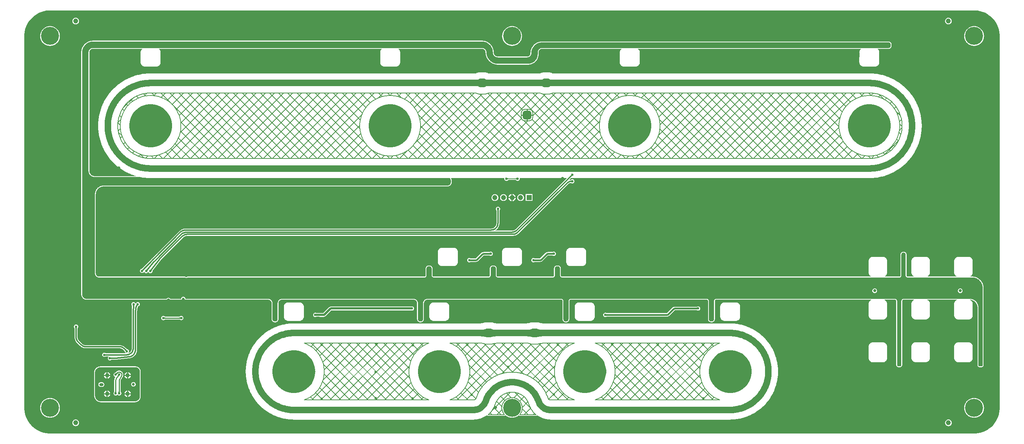
<source format=gbl>
G04*
G04 #@! TF.GenerationSoftware,Altium Limited,Altium Designer,24.5.1 (21)*
G04*
G04 Layer_Physical_Order=2*
G04 Layer_Color=16711680*
%FSLAX25Y25*%
%MOIN*%
G70*
G04*
G04 #@! TF.SameCoordinates,89CE71C2-79D1-448F-8852-A8AA6FA4BD66*
G04*
G04*
G04 #@! TF.FilePolarity,Positive*
G04*
G01*
G75*
%ADD10C,0.00787*%
%ADD11C,0.01968*%
%ADD13C,0.01181*%
%ADD62C,0.02362*%
%ADD87C,0.01575*%
%ADD88C,0.00669*%
%ADD89C,0.01000*%
%ADD110C,0.03937*%
%ADD115C,0.01048*%
%ADD116C,0.03150*%
%ADD117C,0.04724*%
%ADD118R,0.04724X0.04724*%
%ADD119O,0.03937X0.02559*%
%ADD120C,0.02559*%
%ADD121C,0.04535*%
%ADD122C,0.16614*%
%ADD123C,0.02756*%
%ADD124C,0.05906*%
G04:AMPARAMS|DCode=125|XSize=78.74mil|YSize=78.74mil|CornerRadius=19.68mil|HoleSize=0mil|Usage=FLASHONLY|Rotation=90.000|XOffset=0mil|YOffset=0mil|HoleType=Round|Shape=RoundedRectangle|*
%AMROUNDEDRECTD125*
21,1,0.07874,0.03937,0,0,90.0*
21,1,0.03937,0.07874,0,0,90.0*
1,1,0.03937,0.01968,0.01968*
1,1,0.03937,0.01968,-0.01968*
1,1,0.03937,-0.01968,-0.01968*
1,1,0.03937,-0.01968,0.01968*
%
%ADD125ROUNDEDRECTD125*%
G04:AMPARAMS|DCode=126|XSize=78.74mil|YSize=78.74mil|CornerRadius=19.68mil|HoleSize=0mil|Usage=FLASHONLY|Rotation=180.000|XOffset=0mil|YOffset=0mil|HoleType=Round|Shape=RoundedRectangle|*
%AMROUNDEDRECTD126*
21,1,0.07874,0.03937,0,0,180.0*
21,1,0.03937,0.07874,0,0,180.0*
1,1,0.03937,-0.01968,0.01968*
1,1,0.03937,0.01968,0.01968*
1,1,0.03937,0.01968,-0.01968*
1,1,0.03937,-0.01968,-0.01968*
%
%ADD126ROUNDEDRECTD126*%
G36*
X875984Y391694D02*
X877143Y391694D01*
X879449Y391467D01*
X881722Y391015D01*
X883939Y390342D01*
X886080Y389455D01*
X888123Y388363D01*
X890050Y387075D01*
X891841Y385606D01*
X893480Y383967D01*
X894950Y382176D01*
X896237Y380249D01*
X897329Y378206D01*
X898216Y376065D01*
X898889Y373847D01*
X899341Y371575D01*
X899568Y369269D01*
X899568Y368110D01*
X899568Y25591D01*
Y24432D01*
X899341Y22126D01*
X898889Y19853D01*
X898216Y17636D01*
X897329Y15495D01*
X896237Y13452D01*
X894950Y11525D01*
X893480Y9734D01*
X891841Y8095D01*
X890050Y6625D01*
X888123Y5338D01*
X886080Y4246D01*
X883939Y3359D01*
X881721Y2686D01*
X879449Y2234D01*
X877143Y2007D01*
X875984Y2007D01*
X25591Y2007D01*
X24432D01*
X22126Y2234D01*
X19853Y2686D01*
X17636Y3359D01*
X15495Y4246D01*
X13452Y5338D01*
X11525Y6625D01*
X9734Y8095D01*
X8095Y9734D01*
X6625Y11525D01*
X5338Y13452D01*
X4246Y15495D01*
X3359Y17636D01*
X2686Y19853D01*
X2234Y22126D01*
X2007Y24432D01*
X2007Y25591D01*
Y368110D01*
Y369269D01*
X2234Y371575D01*
X2686Y373847D01*
X3359Y376065D01*
X4246Y378206D01*
X5338Y380249D01*
X6625Y382176D01*
X8095Y383967D01*
X9734Y385606D01*
X11525Y387076D01*
X13452Y388363D01*
X15495Y389455D01*
X17636Y390342D01*
X19853Y391015D01*
X22126Y391467D01*
X24432Y391694D01*
X25591Y391694D01*
X875984Y391694D01*
D02*
G37*
%LPC*%
G36*
X852512Y384945D02*
X852212D01*
X851913Y384915D01*
X851619Y384857D01*
X851332Y384770D01*
X851054Y384655D01*
X850790Y384513D01*
X850540Y384347D01*
X850308Y384156D01*
X850096Y383944D01*
X849905Y383712D01*
X849739Y383462D01*
X849597Y383198D01*
X849482Y382920D01*
X849395Y382633D01*
X849337Y382339D01*
X849307Y382040D01*
Y381740D01*
X849337Y381441D01*
X849395Y381147D01*
X849482Y380859D01*
X849597Y380582D01*
X849739Y380317D01*
X849905Y380068D01*
X850096Y379836D01*
X850308Y379623D01*
X850540Y379433D01*
X850790Y379266D01*
X851054Y379125D01*
X851332Y379010D01*
X851619Y378923D01*
X851913Y378864D01*
X852212Y378835D01*
X852512D01*
X852811Y378864D01*
X853105Y378923D01*
X853393Y379010D01*
X853670Y379125D01*
X853935Y379266D01*
X854184Y379433D01*
X854416Y379623D01*
X854629Y379836D01*
X854819Y380068D01*
X854986Y380317D01*
X855127Y380582D01*
X855242Y380859D01*
X855329Y381147D01*
X855388Y381441D01*
X855417Y381740D01*
Y382040D01*
X855388Y382339D01*
X855329Y382633D01*
X855242Y382920D01*
X855127Y383198D01*
X854986Y383462D01*
X854819Y383712D01*
X854629Y383944D01*
X854416Y384156D01*
X854184Y384347D01*
X853935Y384513D01*
X853670Y384655D01*
X853393Y384770D01*
X853105Y384857D01*
X852811Y384915D01*
X852512Y384945D01*
D02*
G37*
G36*
X49363D02*
X49062D01*
X48764Y384915D01*
X48469Y384857D01*
X48182Y384770D01*
X47905Y384655D01*
X47640Y384513D01*
X47390Y384347D01*
X47158Y384156D01*
X46946Y383944D01*
X46756Y383712D01*
X46589Y383462D01*
X46448Y383198D01*
X46333Y382920D01*
X46246Y382633D01*
X46187Y382339D01*
X46158Y382040D01*
Y381740D01*
X46187Y381441D01*
X46246Y381147D01*
X46333Y380859D01*
X46448Y380582D01*
X46589Y380317D01*
X46756Y380068D01*
X46946Y379836D01*
X47158Y379623D01*
X47390Y379433D01*
X47640Y379266D01*
X47905Y379125D01*
X48182Y379010D01*
X48469Y378923D01*
X48764Y378864D01*
X49062Y378835D01*
X49363D01*
X49661Y378864D01*
X49956Y378923D01*
X50243Y379010D01*
X50520Y379125D01*
X50785Y379266D01*
X51035Y379433D01*
X51267Y379623D01*
X51479Y379836D01*
X51669Y380068D01*
X51836Y380317D01*
X51978Y380582D01*
X52093Y380859D01*
X52180Y381147D01*
X52238Y381441D01*
X52268Y381740D01*
Y382040D01*
X52238Y382339D01*
X52180Y382633D01*
X52093Y382920D01*
X51978Y383198D01*
X51836Y383462D01*
X51669Y383712D01*
X51479Y383944D01*
X51267Y384156D01*
X51035Y384347D01*
X50785Y384513D01*
X50520Y384655D01*
X50243Y384770D01*
X49956Y384857D01*
X49661Y384915D01*
X49363Y384945D01*
D02*
G37*
G36*
X423504Y363783D02*
X423229Y363783D01*
X423229Y363783D01*
X423229Y363783D01*
X423229D01*
X423228Y363783D01*
X64961Y363783D01*
X64685Y363783D01*
X64663Y363781D01*
X64640Y363782D01*
X64089Y363752D01*
X64067Y363748D01*
X64045Y363748D01*
X63496Y363686D01*
X63474Y363682D01*
X63452Y363680D01*
X62907Y363588D01*
X62886Y363582D01*
X62863Y363579D01*
X62325Y363456D01*
X62304Y363449D01*
X62282Y363445D01*
X61751Y363293D01*
X61730Y363284D01*
X61709Y363279D01*
X61187Y363097D01*
X61167Y363087D01*
X61146Y363081D01*
X60635Y362870D01*
X60616Y362859D01*
X60595Y362852D01*
X60097Y362612D01*
X60078Y362600D01*
X60058Y362592D01*
X59574Y362325D01*
X59556Y362312D01*
X59536Y362302D01*
X59068Y362008D01*
X59051Y361995D01*
X59031Y361983D01*
X58581Y361664D01*
X58564Y361649D01*
X58545Y361637D01*
X58113Y361293D01*
X58097Y361277D01*
X58079Y361264D01*
X57667Y360896D01*
X57652Y360880D01*
X57635Y360866D01*
X57245Y360475D01*
X57231Y360458D01*
X57214Y360443D01*
X56846Y360031D01*
X56833Y360013D01*
X56817Y359997D01*
X56473Y359565D01*
X56461Y359546D01*
X56446Y359529D01*
X56127Y359079D01*
X56116Y359060D01*
X56102Y359042D01*
X55808Y358574D01*
X55798Y358554D01*
X55786Y358536D01*
X55519Y358052D01*
X55510Y358032D01*
X55498Y358013D01*
X55259Y357515D01*
X55251Y357494D01*
X55240Y357475D01*
X55029Y356964D01*
X55023Y356943D01*
X55013Y356923D01*
X54831Y356401D01*
X54826Y356380D01*
X54818Y356359D01*
X54665Y355828D01*
X54661Y355806D01*
X54654Y355785D01*
X54531Y355247D01*
X54528Y355225D01*
X54523Y355203D01*
X54430Y354659D01*
X54429Y354636D01*
X54424Y354614D01*
X54362Y354066D01*
X54362Y354043D01*
X54359Y354021D01*
X54328Y353470D01*
X54329Y353448D01*
X54327Y353425D01*
X54327Y353149D01*
X54327Y353149D01*
X54327Y352964D01*
Y130315D01*
X54327Y130145D01*
X54330Y130114D01*
X54329Y130083D01*
X54356Y129743D01*
X54361Y129713D01*
X54363Y129682D01*
X54416Y129346D01*
X54424Y129315D01*
X54428Y129285D01*
X54508Y128954D01*
X54518Y128924D01*
X54525Y128894D01*
X54630Y128570D01*
X54642Y128541D01*
X54651Y128512D01*
X54782Y128197D01*
X54796Y128170D01*
X54808Y128141D01*
X54962Y127837D01*
X54979Y127811D01*
X54993Y127783D01*
X55171Y127493D01*
X55189Y127468D01*
X55205Y127441D01*
X55405Y127166D01*
X55426Y127143D01*
X55444Y127117D01*
X55665Y126858D01*
X55687Y126837D01*
X55707Y126813D01*
X55948Y126572D01*
X55972Y126552D01*
X55993Y126530D01*
X56252Y126309D01*
X56278Y126291D01*
X56301Y126270D01*
X56576Y126070D01*
X56603Y126054D01*
X56628Y126035D01*
X56918Y125858D01*
X56946Y125844D01*
X56972Y125827D01*
X57276Y125673D01*
X57305Y125661D01*
X57332Y125647D01*
X57647Y125516D01*
X57677Y125507D01*
X57705Y125495D01*
X58029Y125390D01*
X58059Y125383D01*
X58089Y125373D01*
X58420Y125294D01*
X58450Y125289D01*
X58481Y125281D01*
X58817Y125228D01*
X58848Y125226D01*
X58878Y125221D01*
X59218Y125194D01*
X59249Y125195D01*
X59280Y125192D01*
X59450Y125192D01*
X66929D01*
X132828Y125192D01*
X132894Y125199D01*
X132961Y125204D01*
X132971Y125206D01*
X132983Y125207D01*
X133046Y125227D01*
X133110Y125244D01*
X133120Y125249D01*
X133131Y125253D01*
X133190Y125284D01*
X133249Y125314D01*
X133258Y125320D01*
X133268Y125326D01*
X133319Y125368D01*
X133372Y125409D01*
X133379Y125417D01*
X133388Y125424D01*
X133430Y125475D01*
X133473Y125526D01*
X133570Y125661D01*
X133672Y125776D01*
X133788Y125879D01*
X133913Y125969D01*
X134048Y126043D01*
X134191Y126102D01*
X134339Y126145D01*
X134492Y126171D01*
X134646Y126179D01*
X134800Y126171D01*
X134952Y126145D01*
X135100Y126102D01*
X135243Y126043D01*
X135378Y125969D01*
X135504Y125879D01*
X135619Y125776D01*
X135722Y125661D01*
X135818Y125526D01*
X135862Y125476D01*
X135904Y125424D01*
X135912Y125417D01*
X135920Y125409D01*
X135972Y125368D01*
X136024Y125326D01*
X136033Y125320D01*
X136042Y125314D01*
X136102Y125284D01*
X136160Y125253D01*
X136171Y125249D01*
X136181Y125244D01*
X136245Y125227D01*
X136309Y125207D01*
X136320Y125206D01*
X136331Y125204D01*
X136397Y125199D01*
X136463Y125192D01*
X142173Y125192D01*
X146261Y125192D01*
X146316Y125198D01*
X146371Y125200D01*
X146393Y125205D01*
X146415Y125208D01*
X146468Y125224D01*
X146522Y125237D01*
X146542Y125246D01*
X146564Y125253D01*
X146613Y125279D01*
X146663Y125302D01*
X146681Y125315D01*
X146700Y125326D01*
X146743Y125361D01*
X146788Y125394D01*
X146803Y125410D01*
X146820Y125424D01*
X146855Y125467D01*
X146893Y125508D01*
X146905Y125527D01*
X146919Y125544D01*
X146945Y125593D01*
X146974Y125640D01*
X146981Y125661D01*
X146992Y125681D01*
X147008Y125734D01*
X147027Y125786D01*
X147030Y125808D01*
X147037Y125829D01*
X147042Y125884D01*
X147051Y125939D01*
X147057Y126047D01*
X147079Y126177D01*
X147116Y126305D01*
X147166Y126427D01*
X147230Y126542D01*
X147307Y126650D01*
X147395Y126749D01*
X147493Y126837D01*
X147601Y126913D01*
X147717Y126978D01*
X147839Y127028D01*
X147966Y127065D01*
X148097Y127087D01*
X148229Y127094D01*
X148361Y127087D01*
X148491Y127065D01*
X148618Y127028D01*
X148740Y126978D01*
X148856Y126913D01*
X148964Y126837D01*
X149062Y126749D01*
X149150Y126650D01*
X149227Y126542D01*
X149291Y126427D01*
X149341Y126305D01*
X149378Y126177D01*
X149400Y126047D01*
X149406Y125939D01*
X149415Y125885D01*
X149420Y125829D01*
X149427Y125808D01*
X149430Y125786D01*
X149449Y125734D01*
X149465Y125681D01*
X149476Y125661D01*
X149483Y125640D01*
X149512Y125593D01*
X149538Y125544D01*
X149553Y125527D01*
X149564Y125508D01*
X149602Y125467D01*
X149637Y125424D01*
X149654Y125410D01*
X149669Y125394D01*
X149714Y125361D01*
X149757Y125326D01*
X149776Y125315D01*
X149794Y125302D01*
X149845Y125279D01*
X149893Y125253D01*
X149915Y125246D01*
X149935Y125237D01*
X149989Y125224D01*
X150042Y125208D01*
X150064Y125206D01*
X150086Y125200D01*
X150141Y125198D01*
X150196Y125192D01*
X226370Y125193D01*
X226494Y125191D01*
X226748Y125171D01*
X226992Y125132D01*
X227232Y125075D01*
X227467Y124998D01*
X227695Y124904D01*
X227915Y124792D01*
X228125Y124662D01*
X228325Y124517D01*
X228513Y124357D01*
X228687Y124182D01*
X228848Y123994D01*
X228993Y123794D01*
X229122Y123584D01*
X229234Y123364D01*
X229328Y123135D01*
X229404Y122901D01*
X229462Y122660D01*
X229500Y122416D01*
X229520Y122162D01*
X229521Y122122D01*
X229521Y122114D01*
X229521Y122106D01*
X229524Y122032D01*
Y107481D01*
X229524Y107365D01*
X229527Y107326D01*
X229527Y107287D01*
X229550Y107056D01*
X229558Y107018D01*
X229561Y106979D01*
X229607Y106752D01*
X229618Y106714D01*
X229625Y106676D01*
X229693Y106454D01*
X229708Y106418D01*
X229719Y106381D01*
X229807Y106167D01*
X229826Y106132D01*
X229841Y106096D01*
X229950Y105892D01*
X229972Y105859D01*
X229990Y105825D01*
X230119Y105632D01*
X230143Y105602D01*
X230165Y105570D01*
X230312Y105390D01*
X230340Y105363D01*
X230364Y105333D01*
X230528Y105169D01*
X230558Y105144D01*
X230586Y105116D01*
X230765Y104969D01*
X230798Y104948D01*
X230828Y104923D01*
X231020Y104794D01*
X231055Y104776D01*
X231087Y104754D01*
X231292Y104645D01*
X231328Y104630D01*
X231362Y104611D01*
X231576Y104523D01*
X231613Y104511D01*
X231649Y104496D01*
X231872Y104429D01*
X231910Y104421D01*
X231947Y104410D01*
X232174Y104365D01*
X232213Y104361D01*
X232251Y104353D01*
X232482Y104331D01*
X232521D01*
X232560Y104327D01*
X232676Y104327D01*
X232793D01*
X232832Y104331D01*
X232871D01*
X233102Y104353D01*
X233140Y104361D01*
X233178Y104365D01*
X233406Y104410D01*
X233443Y104421D01*
X233481Y104429D01*
X233703Y104496D01*
X233739Y104511D01*
X233777Y104523D01*
X233991Y104611D01*
X234025Y104630D01*
X234061Y104645D01*
X234266Y104754D01*
X234298Y104776D01*
X234332Y104794D01*
X234525Y104923D01*
X234556Y104947D01*
X234588Y104969D01*
X234767Y105116D01*
X234795Y105144D01*
X234825Y105168D01*
X234989Y105333D01*
X235014Y105363D01*
X235041Y105390D01*
X235188Y105569D01*
X235210Y105602D01*
X235234Y105632D01*
X235363Y105825D01*
X235382Y105859D01*
X235403Y105891D01*
X235513Y106096D01*
X235528Y106132D01*
X235546Y106166D01*
X235635Y106381D01*
X235646Y106418D01*
X235661Y106454D01*
X235728Y106676D01*
X235736Y106714D01*
X235747Y106751D01*
X235792Y106979D01*
X235796Y107017D01*
X235804Y107055D01*
X235826Y107287D01*
Y107325D01*
X235830Y107364D01*
Y107480D01*
X235830Y107480D01*
X235831Y122039D01*
X235833Y122163D01*
X235853Y122417D01*
X235892Y122661D01*
X235949Y122901D01*
X236026Y123135D01*
X236120Y123363D01*
X236232Y123583D01*
X236361Y123794D01*
X236506Y123994D01*
X236666Y124181D01*
X236841Y124356D01*
X237029Y124516D01*
X237228Y124661D01*
X237439Y124790D01*
X237659Y124902D01*
X237887Y124997D01*
X238122Y125073D01*
X238362Y125131D01*
X238605Y125169D01*
X238859Y125189D01*
X238990Y125192D01*
X239001Y125193D01*
X360229Y125193D01*
X360352Y125191D01*
X360606Y125171D01*
X360850Y125132D01*
X361090Y125075D01*
X361325Y124998D01*
X361553Y124904D01*
X361773Y124792D01*
X361984Y124663D01*
X362183Y124517D01*
X362371Y124357D01*
X362546Y124182D01*
X362706Y123994D01*
X362851Y123794D01*
X362980Y123584D01*
X363092Y123364D01*
X363187Y123136D01*
X363263Y122901D01*
X363320Y122661D01*
X363359Y122417D01*
X363378Y122171D01*
X363378Y122171D01*
Y122171D01*
X363378Y122163D01*
X363379Y122110D01*
X363380Y122103D01*
X363380Y122096D01*
X363382Y122033D01*
X363382Y107481D01*
X363382Y107365D01*
X363386Y107326D01*
X363386Y107287D01*
X363408Y107056D01*
X363416Y107018D01*
X363420Y106979D01*
X363465Y106752D01*
X363476Y106714D01*
X363484Y106676D01*
X363551Y106454D01*
X363566Y106418D01*
X363577Y106381D01*
X363666Y106167D01*
X363684Y106132D01*
X363699Y106096D01*
X363808Y105892D01*
X363830Y105859D01*
X363848Y105825D01*
X363977Y105632D01*
X364002Y105602D01*
X364023Y105570D01*
X364171Y105390D01*
X364198Y105363D01*
X364223Y105333D01*
X364387Y105169D01*
X364417Y105144D01*
X364444Y105116D01*
X364624Y104969D01*
X364656Y104948D01*
X364686Y104923D01*
X364879Y104794D01*
X364913Y104776D01*
X364946Y104754D01*
X365150Y104645D01*
X365186Y104630D01*
X365220Y104611D01*
X365435Y104523D01*
X365472Y104511D01*
X365508Y104496D01*
X365730Y104429D01*
X365768Y104421D01*
X365805Y104410D01*
X366033Y104365D01*
X366072Y104361D01*
X366110Y104353D01*
X366341Y104331D01*
X366379D01*
X366418Y104327D01*
X366534Y104327D01*
X366651D01*
X366690Y104331D01*
X366729D01*
X366960Y104353D01*
X366998Y104361D01*
X367037Y104365D01*
X367264Y104410D01*
X367301Y104421D01*
X367339Y104429D01*
X367562Y104496D01*
X367597Y104511D01*
X367635Y104523D01*
X367849Y104611D01*
X367883Y104630D01*
X367919Y104644D01*
X368124Y104754D01*
X368156Y104775D01*
X368190Y104794D01*
X368383Y104923D01*
X368413Y104947D01*
X368445Y104969D01*
X368625Y105116D01*
X368652Y105143D01*
X368682Y105168D01*
X368846Y105332D01*
X368871Y105362D01*
X368899Y105390D01*
X369046Y105569D01*
X369067Y105601D01*
X369092Y105631D01*
X369221Y105824D01*
X369239Y105859D01*
X369261Y105891D01*
X369370Y106096D01*
X369385Y106131D01*
X369403Y106166D01*
X369492Y106380D01*
X369503Y106417D01*
X369518Y106453D01*
X369585Y106675D01*
X369593Y106713D01*
X369604Y106750D01*
X369650Y106978D01*
X369654Y107017D01*
X369661Y107055D01*
X369684Y107286D01*
Y107324D01*
X369688Y107363D01*
Y107465D01*
X369689Y107477D01*
X369689Y107479D01*
X369689Y107480D01*
X369689Y122039D01*
X369691Y122163D01*
X369711Y122417D01*
X369750Y122661D01*
X369808Y122901D01*
X369884Y123135D01*
X369978Y123363D01*
X370090Y123584D01*
X370219Y123794D01*
X370364Y123994D01*
X370525Y124181D01*
X370699Y124356D01*
X370887Y124516D01*
X371087Y124661D01*
X371297Y124790D01*
X371517Y124902D01*
X371745Y124997D01*
X371980Y125073D01*
X372220Y125131D01*
X372464Y125169D01*
X372718Y125189D01*
X372849Y125192D01*
X372858Y125193D01*
X496053Y125193D01*
X496111Y125192D01*
X496236Y125179D01*
X496349Y125157D01*
X496459Y125123D01*
X496566Y125079D01*
X496668Y125025D01*
X496764Y124961D01*
X496853Y124887D01*
X496934Y124806D01*
X497007Y124716D01*
X497071Y124621D01*
X497126Y124519D01*
X497170Y124412D01*
X497203Y124302D01*
X497226Y124188D01*
X497232Y124123D01*
X497232Y124123D01*
Y124123D01*
X497238Y124064D01*
X497238Y124027D01*
X497240Y124013D01*
Y124002D01*
X497240Y123994D01*
X497240Y123990D01*
Y107318D01*
X497244Y107280D01*
Y107241D01*
X497267Y107012D01*
X497274Y106974D01*
X497278Y106935D01*
X497323Y106710D01*
X497334Y106673D01*
X497342Y106634D01*
X497408Y106415D01*
X497423Y106379D01*
X497435Y106342D01*
X497522Y106129D01*
X497541Y106095D01*
X497556Y106059D01*
X497664Y105857D01*
X497685Y105824D01*
X497704Y105790D01*
X497831Y105599D01*
X497856Y105569D01*
X497878Y105536D01*
X498024Y105359D01*
X498051Y105331D01*
X498076Y105301D01*
X498238Y105139D01*
X498268Y105114D01*
X498296Y105087D01*
X498473Y104941D01*
X498505Y104919D01*
X498535Y104895D01*
X498727Y104767D01*
X498761Y104749D01*
X498793Y104727D01*
X498996Y104619D01*
X499032Y104604D01*
X499066Y104586D01*
X499278Y104498D01*
X499315Y104486D01*
X499351Y104471D01*
X499571Y104405D01*
X499609Y104397D01*
X499647Y104386D01*
X499872Y104341D01*
X499910Y104337D01*
X499949Y104330D01*
X500177Y104307D01*
X500216Y104307D01*
X500255Y104303D01*
X500370Y104303D01*
X500370Y104303D01*
X500487Y104303D01*
X500526Y104307D01*
X500564Y104307D01*
X500798Y104330D01*
X500836Y104337D01*
X500875Y104341D01*
X501104Y104387D01*
X501142Y104398D01*
X501180Y104406D01*
X501404Y104474D01*
X501440Y104489D01*
X501477Y104500D01*
X501693Y104589D01*
X501728Y104608D01*
X501764Y104623D01*
X501970Y104733D01*
X502003Y104755D01*
X502037Y104773D01*
X502232Y104903D01*
X502262Y104928D01*
X502294Y104949D01*
X502475Y105098D01*
X502503Y105125D01*
X502533Y105150D01*
X502699Y105316D01*
X502723Y105346D01*
X502751Y105373D01*
X502899Y105554D01*
X502921Y105587D01*
X502946Y105617D01*
X503076Y105812D01*
X503094Y105846D01*
X503116Y105878D01*
X503226Y106085D01*
X503241Y106121D01*
X503259Y106155D01*
X503349Y106372D01*
X503360Y106409D01*
X503375Y106445D01*
X503443Y106669D01*
X503451Y106707D01*
X503462Y106744D01*
X503508Y106974D01*
X503512Y107013D01*
X503519Y107051D01*
X503542Y107284D01*
Y107323D01*
X503546Y107362D01*
Y107464D01*
X503546Y107466D01*
X503546Y107468D01*
Y107476D01*
X503546Y107479D01*
X503547Y124006D01*
X503548Y124064D01*
X503561Y124188D01*
X503583Y124302D01*
X503617Y124412D01*
X503661Y124519D01*
X503715Y124620D01*
X503780Y124716D01*
X503853Y124805D01*
X503934Y124887D01*
X504024Y124960D01*
X504119Y125024D01*
X504221Y125079D01*
X504328Y125123D01*
X504438Y125157D01*
X504552Y125179D01*
X504676Y125191D01*
X504743Y125193D01*
X504744Y125193D01*
X629912Y125193D01*
X629970Y125192D01*
X630094Y125180D01*
X630208Y125157D01*
X630318Y125124D01*
X630425Y125080D01*
X630527Y125025D01*
X630622Y124961D01*
X630712Y124888D01*
X630793Y124806D01*
X630866Y124717D01*
X630931Y124621D01*
X630985Y124519D01*
X631029Y124413D01*
X631062Y124302D01*
X631085Y124189D01*
X631091Y124126D01*
X631091Y124126D01*
Y124126D01*
X631097Y124065D01*
X631098Y124005D01*
X631099Y124003D01*
Y107482D01*
X631098Y107349D01*
X631103Y107305D01*
X631103Y107261D01*
X631133Y106997D01*
X631142Y106953D01*
X631147Y106909D01*
X631206Y106650D01*
X631220Y106608D01*
X631231Y106565D01*
X631318Y106315D01*
X631337Y106274D01*
X631352Y106232D01*
X631467Y105993D01*
X631490Y105955D01*
X631510Y105915D01*
X631651Y105691D01*
X631678Y105655D01*
X631702Y105618D01*
X631867Y105410D01*
X631898Y105378D01*
X631926Y105344D01*
X632114Y105156D01*
X632148Y105128D01*
X632180Y105097D01*
X632387Y104931D01*
X632425Y104907D01*
X632460Y104880D01*
X632685Y104738D01*
X632724Y104719D01*
X632762Y104695D01*
X633001Y104580D01*
X633043Y104565D01*
X633083Y104546D01*
X633334Y104458D01*
X633377Y104448D01*
X633419Y104434D01*
X633678Y104375D01*
X633722Y104369D01*
X633765Y104360D01*
X634029Y104330D01*
X634074Y104329D01*
X634118Y104325D01*
X634383Y104325D01*
X634427Y104329D01*
X634472Y104330D01*
X634736Y104359D01*
X634779Y104369D01*
X634823Y104374D01*
X635082Y104433D01*
X635124Y104447D01*
X635167Y104458D01*
X635418Y104545D01*
X635458Y104564D01*
X635500Y104579D01*
X635739Y104694D01*
X635777Y104718D01*
X635817Y104737D01*
X636041Y104879D01*
X636077Y104906D01*
X636114Y104930D01*
X636321Y105096D01*
X636353Y105127D01*
X636388Y105155D01*
X636575Y105343D01*
X636603Y105377D01*
X636634Y105409D01*
X636800Y105616D01*
X636824Y105654D01*
X636851Y105689D01*
X636992Y105914D01*
X637012Y105953D01*
X637035Y105991D01*
X637150Y106230D01*
X637166Y106272D01*
X637184Y106313D01*
X637272Y106563D01*
X637282Y106606D01*
X637296Y106649D01*
X637355Y106907D01*
X637361Y106951D01*
X637370Y106995D01*
X637400Y107259D01*
X637400Y107303D01*
X637405Y107347D01*
X637404Y107460D01*
X637405Y107460D01*
X637404Y107461D01*
X637404Y107477D01*
X637405Y107480D01*
X637405Y124006D01*
X637407Y124064D01*
X637419Y124188D01*
X637442Y124302D01*
X637475Y124412D01*
X637519Y124519D01*
X637574Y124620D01*
X637638Y124716D01*
X637711Y124805D01*
X637793Y124887D01*
X637882Y124960D01*
X637978Y125024D01*
X638080Y125079D01*
X638186Y125123D01*
X638297Y125156D01*
X638410Y125179D01*
X638534Y125191D01*
X638602Y125193D01*
X638602Y125193D01*
X781384Y125193D01*
X781423Y124996D01*
X781004Y124823D01*
X780955Y124799D01*
X780903Y124777D01*
X780855Y124751D01*
X780805Y124727D01*
X780758Y124697D01*
X780710Y124671D01*
X780665Y124638D01*
X780618Y124609D01*
X780575Y124575D01*
X780530Y124543D01*
X780488Y124506D01*
X780445Y124471D01*
X780406Y124432D01*
X780365Y124395D01*
X779811Y123842D01*
X779774Y123800D01*
X779735Y123761D01*
X779701Y123718D01*
X779664Y123677D01*
X779632Y123632D01*
X779597Y123588D01*
X779568Y123541D01*
X779536Y123496D01*
X779509Y123448D01*
X779480Y123401D01*
X779456Y123351D01*
X779429Y123303D01*
X779408Y123252D01*
X779384Y123202D01*
X779084Y122478D01*
X779066Y122426D01*
X779045Y122375D01*
X779029Y122322D01*
X779011Y122270D01*
X778999Y122216D01*
X778983Y122163D01*
X778974Y122108D01*
X778962Y122054D01*
X778956Y121999D01*
X778946Y121945D01*
X778943Y121889D01*
X778937Y121834D01*
Y121779D01*
X778934Y121724D01*
Y110899D01*
X778934Y110508D01*
X778937Y110452D01*
X778937Y110397D01*
X778943Y110342D01*
X778946Y110287D01*
X778956Y110232D01*
X778962Y110177D01*
X778974Y110123D01*
X778983Y110069D01*
X778999Y110016D01*
X779011Y109962D01*
X779029Y109910D01*
X779045Y109856D01*
X779066Y109805D01*
X779084Y109753D01*
X779384Y109030D01*
X779408Y108980D01*
X779429Y108929D01*
X779456Y108880D01*
X779480Y108830D01*
X779509Y108784D01*
X779536Y108735D01*
X779568Y108690D01*
X779597Y108643D01*
X779632Y108600D01*
X779664Y108555D01*
X779701Y108514D01*
X779735Y108470D01*
X779774Y108431D01*
X779811Y108390D01*
X780365Y107836D01*
X780406Y107800D01*
X780445Y107761D01*
X780489Y107726D01*
X780530Y107689D01*
X780575Y107657D01*
X780618Y107623D01*
X780665Y107593D01*
X780710Y107561D01*
X780759Y107534D01*
X780805Y107505D01*
X780855Y107481D01*
X780904Y107454D01*
X780955Y107433D01*
X781005Y107409D01*
X781728Y107109D01*
X781780Y107091D01*
X781832Y107070D01*
X781885Y107055D01*
X781937Y107036D01*
X781991Y107024D01*
X782044Y107009D01*
X782098Y107000D01*
X782152Y106987D01*
X782207Y106981D01*
X782262Y106972D01*
X782317Y106969D01*
X782372Y106963D01*
X782428Y106963D01*
X782483Y106959D01*
X782874Y106960D01*
X791929Y106959D01*
X791929Y106959D01*
X792321D01*
X792376Y106962D01*
X792431D01*
X792486Y106968D01*
X792541Y106972D01*
X792596Y106981D01*
X792651Y106987D01*
X792705Y106999D01*
X792759Y107009D01*
X792813Y107024D01*
X792867Y107036D01*
X792919Y107054D01*
X792972Y107070D01*
X793023Y107091D01*
X793075Y107109D01*
X793799Y107409D01*
X793849Y107433D01*
X793900Y107454D01*
X793948Y107481D01*
X793998Y107505D01*
X794045Y107534D01*
X794093Y107561D01*
X794138Y107593D01*
X794185Y107623D01*
X794228Y107657D01*
X794274Y107689D01*
X794315Y107726D01*
X794358Y107760D01*
X794397Y107799D01*
X794438Y107836D01*
X794992Y108390D01*
X795029Y108431D01*
X795068Y108470D01*
X795103Y108514D01*
X795139Y108555D01*
X795171Y108600D01*
X795206Y108643D01*
X795235Y108690D01*
X795267Y108735D01*
X795294Y108784D01*
X795324Y108830D01*
X795347Y108880D01*
X795374Y108929D01*
X795395Y108980D01*
X795420Y109030D01*
X795719Y109753D01*
X795737Y109805D01*
X795759Y109856D01*
X795774Y109910D01*
X795792Y109962D01*
X795805Y110016D01*
X795820Y110069D01*
X795829Y110124D01*
X795841Y110178D01*
X795848Y110232D01*
X795857Y110287D01*
X795860Y110342D01*
X795866Y110397D01*
Y110452D01*
X795869Y110508D01*
X795869Y121332D01*
X795869Y121333D01*
Y121724D01*
X795866Y121779D01*
Y121835D01*
X795860Y121889D01*
X795857Y121945D01*
X795848Y121999D01*
X795841Y122054D01*
X795829Y122108D01*
X795820Y122163D01*
X795805Y122216D01*
X795792Y122270D01*
X795774Y122322D01*
X795759Y122375D01*
X795737Y122426D01*
X795719Y122478D01*
X795420Y123202D01*
X795396Y123252D01*
X795374Y123303D01*
X795347Y123351D01*
X795324Y123401D01*
X795294Y123448D01*
X795267Y123496D01*
X795235Y123541D01*
X795206Y123588D01*
X795171Y123632D01*
X795139Y123677D01*
X795103Y123718D01*
X795068Y123761D01*
X795029Y123800D01*
X794992Y123842D01*
X794438Y124395D01*
X794397Y124432D01*
X794358Y124471D01*
X794315Y124506D01*
X794274Y124543D01*
X794228Y124575D01*
X794185Y124609D01*
X794138Y124638D01*
X794093Y124671D01*
X794045Y124697D01*
X793998Y124727D01*
X793948Y124751D01*
X793900Y124777D01*
X793849Y124799D01*
X793799Y124823D01*
X793380Y124996D01*
X793419Y125193D01*
X803140D01*
X803198Y125192D01*
X803323Y125180D01*
X803436Y125157D01*
X803547Y125124D01*
X803653Y125080D01*
X803755Y125025D01*
X803851Y124961D01*
X803940Y124888D01*
X804022Y124806D01*
X804095Y124717D01*
X804159Y124621D01*
X804213Y124519D01*
X804257Y124413D01*
X804291Y124302D01*
X804313Y124189D01*
X804319Y124126D01*
X804319Y124126D01*
Y124126D01*
X804325Y124065D01*
X804327Y124005D01*
X804327Y124003D01*
Y65355D01*
X804327Y65252D01*
X804332Y65200D01*
X804333Y65148D01*
X804360Y64944D01*
X804372Y64893D01*
X804381Y64842D01*
X804434Y64643D01*
X804452Y64594D01*
X804467Y64544D01*
X804546Y64354D01*
X804570Y64308D01*
X804592Y64261D01*
X804695Y64082D01*
X804725Y64040D01*
X804752Y63996D01*
X804878Y63832D01*
X804914Y63794D01*
X804946Y63754D01*
X805092Y63608D01*
X805132Y63575D01*
X805170Y63540D01*
X805334Y63414D01*
X805378Y63387D01*
X805420Y63357D01*
X805599Y63253D01*
X805646Y63232D01*
X805692Y63208D01*
X805883Y63129D01*
X805932Y63113D01*
X805981Y63095D01*
X806180Y63042D01*
X806231Y63034D01*
X806282Y63022D01*
X806487Y62995D01*
X806538Y62993D01*
X806590Y62988D01*
X806693Y62988D01*
X807480Y62988D01*
X807583Y62988D01*
X807635Y62993D01*
X807687Y62995D01*
X807891Y63022D01*
X807942Y63034D01*
X807993Y63042D01*
X808192Y63096D01*
X808241Y63114D01*
X808290Y63129D01*
X808481Y63208D01*
X808527Y63232D01*
X808574Y63254D01*
X808753Y63357D01*
X808795Y63387D01*
X808839Y63414D01*
X809002Y63540D01*
X809040Y63575D01*
X809080Y63608D01*
X809226Y63754D01*
X809259Y63794D01*
X809294Y63832D01*
X809420Y63996D01*
X809447Y64040D01*
X809478Y64082D01*
X809581Y64261D01*
X809602Y64308D01*
X809626Y64353D01*
X809706Y64544D01*
X809721Y64594D01*
X809739Y64642D01*
X809792Y64841D01*
X809801Y64893D01*
X809812Y64943D01*
X809839Y65148D01*
X809841Y65199D01*
X809846Y65251D01*
X809846Y65339D01*
X809846Y65341D01*
X809846Y65343D01*
Y65351D01*
X809846Y65354D01*
Y124006D01*
X809848Y124064D01*
X809860Y124188D01*
X809883Y124302D01*
X809916Y124412D01*
X809960Y124519D01*
X810015Y124620D01*
X810079Y124716D01*
X810152Y124805D01*
X810233Y124887D01*
X810323Y124960D01*
X810419Y125024D01*
X810520Y125079D01*
X810627Y125123D01*
X810738Y125156D01*
X810851Y125179D01*
X810975Y125191D01*
X811043Y125193D01*
X811043Y125193D01*
X820629D01*
X820668Y124996D01*
X820374Y124874D01*
X820325Y124850D01*
X820274Y124829D01*
X820225Y124802D01*
X820175Y124779D01*
X820129Y124749D01*
X820080Y124722D01*
X820035Y124690D01*
X819988Y124661D01*
X819945Y124627D01*
X819900Y124594D01*
X819858Y124558D01*
X819815Y124523D01*
X819776Y124484D01*
X819735Y124447D01*
X819181Y123893D01*
X819144Y123852D01*
X819105Y123813D01*
X819071Y123770D01*
X819034Y123729D01*
X819002Y123683D01*
X818967Y123640D01*
X818938Y123593D01*
X818906Y123548D01*
X818879Y123500D01*
X818850Y123453D01*
X818826Y123403D01*
X818799Y123355D01*
X818778Y123304D01*
X818754Y123254D01*
X818454Y122530D01*
X818436Y122478D01*
X818415Y122427D01*
X818399Y122374D01*
X818381Y122321D01*
X818369Y122268D01*
X818353Y122214D01*
X818344Y122160D01*
X818332Y122106D01*
X818326Y122051D01*
X818316Y121996D01*
X818313Y121941D01*
X818307Y121886D01*
Y121831D01*
X818304Y121776D01*
X818304Y110951D01*
X818304Y110951D01*
Y110560D01*
X818307Y110504D01*
Y110449D01*
X818313Y110394D01*
X818316Y110339D01*
X818326Y110284D01*
X818332Y110229D01*
X818344Y110175D01*
X818353Y110121D01*
X818369Y110068D01*
X818381Y110014D01*
X818399Y109962D01*
X818415Y109908D01*
X818436Y109857D01*
X818454Y109805D01*
X818754Y109082D01*
X818778Y109032D01*
X818799Y108981D01*
X818826Y108932D01*
X818850Y108882D01*
X818879Y108835D01*
X818906Y108787D01*
X818938Y108742D01*
X818967Y108695D01*
X819002Y108652D01*
X819034Y108607D01*
X819071Y108566D01*
X819105Y108522D01*
X819144Y108483D01*
X819181Y108442D01*
X819735Y107888D01*
X819776Y107851D01*
X819815Y107812D01*
X819858Y107778D01*
X819900Y107741D01*
X819945Y107709D01*
X819988Y107674D01*
X820035Y107645D01*
X820080Y107613D01*
X820129Y107586D01*
X820175Y107557D01*
X820225Y107533D01*
X820274Y107506D01*
X820325Y107485D01*
X820374Y107461D01*
X821098Y107161D01*
X821150Y107143D01*
X821201Y107122D01*
X821255Y107106D01*
X821307Y107088D01*
X821361Y107076D01*
X821414Y107061D01*
X821468Y107051D01*
X821522Y107039D01*
X821577Y107033D01*
X821632Y107023D01*
X821687Y107020D01*
X821742Y107014D01*
X821797D01*
X821852Y107011D01*
X822244D01*
X822322Y107015D01*
X831298Y107011D01*
X831299Y107011D01*
X831299Y107011D01*
X831299Y107011D01*
X831691D01*
X831746Y107014D01*
X831801D01*
X831856Y107020D01*
X831911Y107023D01*
X831966Y107033D01*
X832021Y107039D01*
X832075Y107051D01*
X832129Y107061D01*
X832183Y107076D01*
X832236Y107088D01*
X832289Y107106D01*
X832342Y107122D01*
X832393Y107143D01*
X832445Y107161D01*
X833169Y107461D01*
X833219Y107485D01*
X833270Y107506D01*
X833318Y107533D01*
X833368Y107557D01*
X833415Y107586D01*
X833463Y107613D01*
X833508Y107645D01*
X833555Y107674D01*
X833598Y107709D01*
X833644Y107741D01*
X833685Y107778D01*
X833728Y107812D01*
X833767Y107851D01*
X833808Y107888D01*
X834362Y108442D01*
X834399Y108483D01*
X834438Y108522D01*
X834473Y108565D01*
X834509Y108607D01*
X834542Y108652D01*
X834576Y108695D01*
X834605Y108742D01*
X834637Y108787D01*
X834664Y108835D01*
X834694Y108882D01*
X834718Y108932D01*
X834744Y108981D01*
X834766Y109032D01*
X834789Y109082D01*
X835089Y109805D01*
X835108Y109857D01*
X835129Y109908D01*
X835144Y109962D01*
X835162Y110014D01*
X835174Y110068D01*
X835190Y110121D01*
X835199Y110175D01*
X835211Y110229D01*
X835218Y110284D01*
X835227Y110339D01*
X835230Y110394D01*
X835236Y110449D01*
Y110504D01*
X835239Y110560D01*
Y121384D01*
X835239Y121384D01*
X835239Y121776D01*
X835236Y121831D01*
X835236Y121887D01*
X835230Y121941D01*
X835227Y121997D01*
X835218Y122051D01*
X835211Y122106D01*
X835199Y122160D01*
X835190Y122215D01*
X835174Y122268D01*
X835162Y122322D01*
X835144Y122374D01*
X835129Y122427D01*
X835107Y122478D01*
X835089Y122530D01*
X834789Y123254D01*
X834765Y123304D01*
X834744Y123355D01*
X834717Y123403D01*
X834693Y123453D01*
X834664Y123500D01*
X834637Y123548D01*
X834605Y123593D01*
X834576Y123640D01*
X834541Y123683D01*
X834509Y123729D01*
X834472Y123770D01*
X834438Y123813D01*
X834399Y123852D01*
X834362Y123893D01*
X833808Y124447D01*
X833767Y124484D01*
X833728Y124523D01*
X833685Y124557D01*
X833643Y124594D01*
X833598Y124626D01*
X833555Y124661D01*
X833508Y124690D01*
X833463Y124722D01*
X833414Y124749D01*
X833368Y124778D01*
X833318Y124802D01*
X833270Y124829D01*
X833218Y124850D01*
X833169Y124874D01*
X832874Y124996D01*
X832913Y125193D01*
X860124Y125193D01*
X860163Y124996D01*
X859745Y124823D01*
X859695Y124799D01*
X859644Y124777D01*
X859595Y124751D01*
X859545Y124727D01*
X859499Y124697D01*
X859450Y124671D01*
X859405Y124638D01*
X859358Y124609D01*
X859315Y124575D01*
X859270Y124543D01*
X859229Y124506D01*
X859185Y124471D01*
X859146Y124432D01*
X859105Y124395D01*
X858551Y123842D01*
X858514Y123800D01*
X858475Y123761D01*
X858441Y123718D01*
X858404Y123677D01*
X858372Y123632D01*
X858337Y123588D01*
X858308Y123541D01*
X858276Y123496D01*
X858249Y123448D01*
X858220Y123401D01*
X858196Y123351D01*
X858169Y123303D01*
X858148Y123252D01*
X858124Y123202D01*
X857824Y122478D01*
X857806Y122426D01*
X857785Y122375D01*
X857769Y122322D01*
X857751Y122270D01*
X857739Y122216D01*
X857724Y122163D01*
X857714Y122108D01*
X857702Y122054D01*
X857696Y121999D01*
X857687Y121945D01*
X857683Y121889D01*
X857677Y121834D01*
Y121779D01*
X857674Y121724D01*
Y110899D01*
X857674Y110508D01*
X857677Y110452D01*
X857677Y110397D01*
X857683Y110342D01*
X857687Y110287D01*
X857696Y110232D01*
X857702Y110177D01*
X857714Y110123D01*
X857724Y110069D01*
X857739Y110016D01*
X857751Y109962D01*
X857769Y109910D01*
X857785Y109856D01*
X857806Y109805D01*
X857824Y109753D01*
X858124Y109030D01*
X858148Y108980D01*
X858169Y108929D01*
X858196Y108880D01*
X858220Y108830D01*
X858249Y108784D01*
X858276Y108735D01*
X858308Y108690D01*
X858338Y108643D01*
X858372Y108600D01*
X858404Y108555D01*
X858441Y108514D01*
X858475Y108470D01*
X858515Y108431D01*
X858551Y108390D01*
X859105Y107836D01*
X859146Y107800D01*
X859186Y107761D01*
X859229Y107726D01*
X859270Y107689D01*
X859315Y107657D01*
X859358Y107623D01*
X859405Y107593D01*
X859450Y107561D01*
X859499Y107534D01*
X859546Y107505D01*
X859595Y107481D01*
X859644Y107454D01*
X859695Y107433D01*
X859745Y107409D01*
X860468Y107109D01*
X860520Y107091D01*
X860572Y107070D01*
X860625Y107055D01*
X860677Y107036D01*
X860731Y107024D01*
X860784Y107009D01*
X860839Y107000D01*
X860893Y106987D01*
X860948Y106981D01*
X861002Y106972D01*
X861057Y106969D01*
X861112Y106963D01*
X861168Y106963D01*
X861223Y106959D01*
X861614Y106960D01*
X870669Y106959D01*
X870669Y106959D01*
X871061D01*
X871116Y106962D01*
X871171D01*
X871226Y106968D01*
X871282Y106972D01*
X871336Y106981D01*
X871391Y106987D01*
X871445Y106999D01*
X871500Y107009D01*
X871553Y107024D01*
X871607Y107036D01*
X871659Y107054D01*
X871712Y107070D01*
X871763Y107091D01*
X871815Y107109D01*
X872539Y107409D01*
X872589Y107433D01*
X872640Y107454D01*
X872688Y107481D01*
X872738Y107505D01*
X872785Y107534D01*
X872833Y107561D01*
X872878Y107593D01*
X872925Y107623D01*
X872968Y107657D01*
X873014Y107689D01*
X873055Y107726D01*
X873098Y107760D01*
X873137Y107799D01*
X873178Y107836D01*
X873732Y108390D01*
X873769Y108431D01*
X873808Y108470D01*
X873843Y108514D01*
X873880Y108555D01*
X873912Y108600D01*
X873946Y108643D01*
X873975Y108690D01*
X874008Y108735D01*
X874034Y108784D01*
X874064Y108830D01*
X874088Y108880D01*
X874114Y108929D01*
X874136Y108980D01*
X874160Y109030D01*
X874459Y109753D01*
X874478Y109805D01*
X874499Y109856D01*
X874514Y109910D01*
X874532Y109962D01*
X874545Y110016D01*
X874560Y110069D01*
X874569Y110124D01*
X874582Y110178D01*
X874588Y110232D01*
X874597Y110287D01*
X874600Y110342D01*
X874606Y110397D01*
Y110452D01*
X874609Y110508D01*
X874609Y121332D01*
X874609Y121333D01*
Y121724D01*
X874606Y121779D01*
Y121835D01*
X874600Y121889D01*
X874597Y121945D01*
X874588Y121999D01*
X874582Y122054D01*
X874569Y122108D01*
X874560Y122163D01*
X874545Y122216D01*
X874532Y122270D01*
X874514Y122322D01*
X874499Y122375D01*
X874478Y122426D01*
X874459Y122478D01*
X874160Y123202D01*
X874136Y123252D01*
X874114Y123303D01*
X874088Y123351D01*
X874064Y123401D01*
X874034Y123448D01*
X874008Y123496D01*
X873975Y123541D01*
X873946Y123588D01*
X873912Y123632D01*
X873880Y123677D01*
X873843Y123718D01*
X873808Y123761D01*
X873769Y123800D01*
X873732Y123842D01*
X873178Y124395D01*
X873137Y124432D01*
X873098Y124471D01*
X873055Y124506D01*
X873014Y124543D01*
X872968Y124575D01*
X872925Y124609D01*
X872878Y124638D01*
X872833Y124671D01*
X872785Y124697D01*
X872738Y124727D01*
X872688Y124751D01*
X872640Y124777D01*
X872589Y124799D01*
X872539Y124823D01*
X872122Y124995D01*
X872163Y125191D01*
X872242Y125190D01*
X872644Y125168D01*
X873039Y125124D01*
X873431Y125058D01*
X873818Y124969D01*
X874200Y124860D01*
X874575Y124729D01*
X874942Y124577D01*
X875300Y124404D01*
X875648Y124212D01*
X875985Y124001D01*
X876309Y123771D01*
X876619Y123523D01*
X876916Y123258D01*
X877197Y122977D01*
X877462Y122681D01*
X877709Y122370D01*
X877939Y122046D01*
X878150Y121710D01*
X878342Y121362D01*
X878514Y121004D01*
X878666Y120636D01*
X878797Y120261D01*
X878907Y119879D01*
X878995Y119492D01*
X879061Y119100D01*
X879105Y118705D01*
X879128Y118303D01*
X879130Y118102D01*
Y64883D01*
X879135Y64832D01*
X879137Y64780D01*
X879157Y64626D01*
X879169Y64576D01*
X879177Y64525D01*
X879217Y64375D01*
X879235Y64327D01*
X879251Y64277D01*
X879310Y64134D01*
X879334Y64089D01*
X879356Y64042D01*
X879433Y63907D01*
X879463Y63865D01*
X879490Y63821D01*
X879585Y63699D01*
X879620Y63661D01*
X879653Y63621D01*
X879762Y63511D01*
X879803Y63478D01*
X879840Y63443D01*
X879963Y63349D01*
X880007Y63321D01*
X880049Y63291D01*
X880183Y63214D01*
X880230Y63192D01*
X880276Y63168D01*
X880419Y63109D01*
X880469Y63094D01*
X880517Y63076D01*
X880667Y63036D01*
X880718Y63027D01*
X880768Y63015D01*
X880922Y62995D01*
X880974Y62993D01*
X881025Y62988D01*
X882755D01*
X882806Y62993D01*
X882858Y62995D01*
X883011Y63015D01*
X883062Y63027D01*
X883113Y63036D01*
X883262Y63076D01*
X883311Y63094D01*
X883360Y63109D01*
X883504Y63168D01*
X883549Y63192D01*
X883596Y63214D01*
X883730Y63291D01*
X883772Y63321D01*
X883816Y63349D01*
X883939Y63443D01*
X883977Y63478D01*
X884017Y63511D01*
X884126Y63621D01*
X884159Y63661D01*
X884195Y63699D01*
X884289Y63821D01*
X884316Y63865D01*
X884346Y63907D01*
X884424Y64042D01*
X884445Y64089D01*
X884470Y64134D01*
X884529Y64277D01*
X884544Y64327D01*
X884562Y64375D01*
X884602Y64525D01*
X884611Y64576D01*
X884622Y64626D01*
X884643Y64780D01*
X884644Y64832D01*
X884649Y64883D01*
X884649Y136221D01*
X884650Y136486D01*
X884648Y136509D01*
X884649Y136531D01*
X884619Y137060D01*
X884616Y137082D01*
X884616Y137105D01*
X884557Y137632D01*
X884552Y137654D01*
X884550Y137676D01*
X884462Y138199D01*
X884456Y138220D01*
X884453Y138242D01*
X884336Y138759D01*
X884329Y138781D01*
X884324Y138803D01*
X884178Y139312D01*
X884170Y139333D01*
X884165Y139355D01*
X883990Y139855D01*
X883980Y139875D01*
X883974Y139897D01*
X883771Y140387D01*
X883761Y140406D01*
X883753Y140427D01*
X883523Y140905D01*
X883511Y140924D01*
X883503Y140945D01*
X883246Y141409D01*
X883234Y141427D01*
X883224Y141447D01*
X882942Y141896D01*
X882928Y141914D01*
X882917Y141933D01*
X882610Y142366D01*
X882595Y142383D01*
X882583Y142401D01*
X882253Y142816D01*
X882237Y142832D01*
X882224Y142850D01*
X881870Y143245D01*
X881854Y143261D01*
X881840Y143278D01*
X881465Y143653D01*
X881448Y143667D01*
X881433Y143683D01*
X881037Y144036D01*
X881019Y144050D01*
X881003Y144065D01*
X880588Y144396D01*
X880570Y144408D01*
X880553Y144422D01*
X880120Y144729D01*
X880101Y144740D01*
X880083Y144754D01*
X879634Y145036D01*
X879614Y145046D01*
X879596Y145058D01*
X879132Y145315D01*
X879111Y145324D01*
X879092Y145335D01*
X878614Y145565D01*
X878593Y145573D01*
X878574Y145583D01*
X878083Y145786D01*
X878062Y145792D01*
X878042Y145801D01*
X877541Y145976D01*
X877520Y145982D01*
X877499Y145990D01*
X876989Y146136D01*
X876967Y146140D01*
X876946Y146147D01*
X876429Y146265D01*
X876407Y146268D01*
X876385Y146273D01*
X875862Y146362D01*
X875840Y146363D01*
X875818Y146368D01*
X875291Y146427D01*
X875269Y146427D01*
X875247Y146430D01*
X874717Y146460D01*
X874695Y146459D01*
X874673Y146461D01*
X874409Y146460D01*
X874409Y146460D01*
X872284D01*
X872245Y146657D01*
X872539Y146779D01*
X872589Y146803D01*
X872640Y146824D01*
X872688Y146851D01*
X872738Y146875D01*
X872785Y146904D01*
X872833Y146931D01*
X872878Y146963D01*
X872925Y146993D01*
X872968Y147027D01*
X873014Y147059D01*
X873055Y147096D01*
X873098Y147130D01*
X873137Y147170D01*
X873178Y147206D01*
X873732Y147760D01*
X873769Y147801D01*
X873808Y147840D01*
X873843Y147884D01*
X873880Y147925D01*
X873912Y147970D01*
X873946Y148013D01*
X873975Y148060D01*
X874008Y148105D01*
X874034Y148154D01*
X874064Y148201D01*
X874088Y148250D01*
X874114Y148299D01*
X874136Y148350D01*
X874160Y148400D01*
X874459Y149123D01*
X874478Y149176D01*
X874499Y149227D01*
X874514Y149280D01*
X874532Y149332D01*
X874545Y149386D01*
X874560Y149439D01*
X874569Y149494D01*
X874582Y149548D01*
X874588Y149602D01*
X874597Y149657D01*
X874600Y149712D01*
X874606Y149767D01*
Y149823D01*
X874609Y149878D01*
X874609Y160702D01*
X874609Y160703D01*
Y161094D01*
X874606Y161149D01*
Y161205D01*
X874600Y161260D01*
X874597Y161315D01*
X874588Y161369D01*
X874582Y161424D01*
X874569Y161478D01*
X874560Y161533D01*
X874545Y161586D01*
X874532Y161640D01*
X874514Y161692D01*
X874499Y161745D01*
X874478Y161796D01*
X874459Y161848D01*
X874160Y162572D01*
X874136Y162622D01*
X874114Y162673D01*
X874088Y162722D01*
X874064Y162771D01*
X874034Y162818D01*
X874008Y162866D01*
X873975Y162912D01*
X873946Y162958D01*
X873912Y163002D01*
X873880Y163047D01*
X873843Y163088D01*
X873808Y163131D01*
X873769Y163170D01*
X873732Y163212D01*
X873178Y163765D01*
X873137Y163802D01*
X873098Y163841D01*
X873055Y163876D01*
X873014Y163913D01*
X872968Y163945D01*
X872925Y163979D01*
X872878Y164009D01*
X872833Y164041D01*
X872785Y164067D01*
X872738Y164097D01*
X872688Y164121D01*
X872640Y164148D01*
X872589Y164169D01*
X872539Y164193D01*
X871815Y164492D01*
X871763Y164511D01*
X871712Y164532D01*
X871659Y164547D01*
X871607Y164566D01*
X871553Y164578D01*
X871500Y164593D01*
X871445Y164602D01*
X871391Y164615D01*
X871336Y164621D01*
X871282Y164630D01*
X871226Y164633D01*
X871171Y164639D01*
X871116D01*
X871061Y164643D01*
X870669D01*
X870592Y164638D01*
X861615Y164643D01*
X861615Y164643D01*
X861614Y164643D01*
X861614Y164643D01*
X861223D01*
X861167Y164639D01*
X861112D01*
X861057Y164633D01*
X861002Y164630D01*
X860947Y164621D01*
X860892Y164615D01*
X860839Y164602D01*
X860784Y164593D01*
X860731Y164578D01*
X860677Y164566D01*
X860625Y164547D01*
X860571Y164532D01*
X860520Y164511D01*
X860468Y164492D01*
X859745Y164193D01*
X859695Y164169D01*
X859644Y164148D01*
X859595Y164121D01*
X859545Y164097D01*
X859499Y164067D01*
X859450Y164041D01*
X859405Y164009D01*
X859358Y163979D01*
X859315Y163945D01*
X859270Y163913D01*
X859229Y163876D01*
X859185Y163841D01*
X859146Y163802D01*
X859105Y163765D01*
X858551Y163212D01*
X858514Y163170D01*
X858475Y163131D01*
X858441Y163088D01*
X858404Y163047D01*
X858372Y163002D01*
X858337Y162958D01*
X858308Y162912D01*
X858276Y162866D01*
X858249Y162818D01*
X858220Y162771D01*
X858196Y162721D01*
X858169Y162673D01*
X858148Y162622D01*
X858124Y162572D01*
X857824Y161848D01*
X857806Y161796D01*
X857785Y161745D01*
X857769Y161692D01*
X857751Y161640D01*
X857739Y161586D01*
X857724Y161533D01*
X857714Y161478D01*
X857702Y161424D01*
X857696Y161369D01*
X857687Y161315D01*
X857683Y161259D01*
X857677Y161205D01*
Y161149D01*
X857674Y161094D01*
Y150269D01*
X857674Y149878D01*
X857677Y149822D01*
X857677Y149767D01*
X857683Y149712D01*
X857687Y149657D01*
X857696Y149602D01*
X857702Y149547D01*
X857714Y149494D01*
X857724Y149439D01*
X857739Y149386D01*
X857751Y149332D01*
X857769Y149280D01*
X857785Y149226D01*
X857806Y149175D01*
X857824Y149123D01*
X858124Y148400D01*
X858148Y148350D01*
X858169Y148299D01*
X858196Y148250D01*
X858220Y148201D01*
X858249Y148154D01*
X858276Y148105D01*
X858308Y148060D01*
X858338Y148013D01*
X858372Y147970D01*
X858404Y147925D01*
X858441Y147884D01*
X858475Y147840D01*
X858515Y147801D01*
X858551Y147760D01*
X859105Y147206D01*
X859146Y147170D01*
X859186Y147131D01*
X859229Y147096D01*
X859270Y147059D01*
X859315Y147027D01*
X859358Y146993D01*
X859405Y146963D01*
X859450Y146931D01*
X859499Y146905D01*
X859546Y146875D01*
X859595Y146851D01*
X859644Y146824D01*
X859695Y146803D01*
X859745Y146779D01*
X860039Y146657D01*
X860000Y146460D01*
X832789Y146460D01*
X832750Y146657D01*
X833169Y146831D01*
X833219Y146855D01*
X833270Y146876D01*
X833318Y146903D01*
X833368Y146927D01*
X833415Y146956D01*
X833463Y146983D01*
X833508Y147015D01*
X833555Y147044D01*
X833598Y147079D01*
X833644Y147111D01*
X833685Y147148D01*
X833728Y147182D01*
X833767Y147222D01*
X833808Y147258D01*
X834362Y147812D01*
X834399Y147853D01*
X834438Y147892D01*
X834473Y147936D01*
X834509Y147977D01*
X834542Y148022D01*
X834576Y148065D01*
X834605Y148112D01*
X834637Y148157D01*
X834664Y148206D01*
X834694Y148252D01*
X834718Y148302D01*
X834744Y148351D01*
X834766Y148402D01*
X834789Y148452D01*
X835089Y149175D01*
X835108Y149227D01*
X835129Y149278D01*
X835144Y149332D01*
X835162Y149384D01*
X835174Y149438D01*
X835190Y149491D01*
X835199Y149546D01*
X835211Y149599D01*
X835218Y149654D01*
X835227Y149709D01*
X835230Y149764D01*
X835236Y149819D01*
Y149874D01*
X835239Y149930D01*
Y160754D01*
X835239Y160755D01*
X835239Y161146D01*
X835236Y161201D01*
X835236Y161257D01*
X835230Y161312D01*
X835227Y161367D01*
X835218Y161421D01*
X835211Y161476D01*
X835199Y161530D01*
X835190Y161585D01*
X835174Y161638D01*
X835162Y161692D01*
X835144Y161744D01*
X835129Y161797D01*
X835107Y161848D01*
X835089Y161900D01*
X834789Y162624D01*
X834765Y162674D01*
X834744Y162725D01*
X834717Y162773D01*
X834693Y162823D01*
X834664Y162870D01*
X834637Y162918D01*
X834605Y162964D01*
X834576Y163010D01*
X834541Y163054D01*
X834509Y163099D01*
X834472Y163140D01*
X834438Y163183D01*
X834399Y163222D01*
X834362Y163263D01*
X833808Y163817D01*
X833767Y163854D01*
X833728Y163893D01*
X833685Y163928D01*
X833643Y163964D01*
X833598Y163996D01*
X833555Y164031D01*
X833508Y164060D01*
X833463Y164092D01*
X833414Y164119D01*
X833368Y164148D01*
X833318Y164172D01*
X833270Y164199D01*
X833218Y164220D01*
X833169Y164244D01*
X832445Y164544D01*
X832393Y164562D01*
X832342Y164583D01*
X832288Y164599D01*
X832236Y164617D01*
X832182Y164629D01*
X832129Y164645D01*
X832075Y164654D01*
X832021Y164666D01*
X831966Y164672D01*
X831911Y164682D01*
X831856Y164685D01*
X831801Y164691D01*
X831746Y164691D01*
X831691Y164694D01*
X831299Y164694D01*
X822244Y164694D01*
X822244Y164694D01*
X821852D01*
X821797Y164691D01*
X821742D01*
X821687Y164685D01*
X821632Y164682D01*
X821577Y164673D01*
X821522Y164666D01*
X821468Y164654D01*
X821414Y164645D01*
X821361Y164630D01*
X821307Y164617D01*
X821255Y164599D01*
X821201Y164584D01*
X821150Y164563D01*
X821098Y164544D01*
X820374Y164245D01*
X820325Y164221D01*
X820274Y164199D01*
X820225Y164173D01*
X820175Y164149D01*
X820129Y164119D01*
X820080Y164093D01*
X820035Y164060D01*
X819988Y164031D01*
X819945Y163997D01*
X819900Y163964D01*
X819858Y163928D01*
X819815Y163893D01*
X819776Y163854D01*
X819735Y163817D01*
X819181Y163263D01*
X819144Y163222D01*
X819105Y163183D01*
X819071Y163140D01*
X819034Y163099D01*
X819002Y163054D01*
X818967Y163010D01*
X818938Y162963D01*
X818906Y162918D01*
X818879Y162870D01*
X818850Y162823D01*
X818826Y162773D01*
X818799Y162725D01*
X818778Y162674D01*
X818754Y162624D01*
X818454Y161900D01*
X818436Y161848D01*
X818415Y161797D01*
X818399Y161744D01*
X818381Y161692D01*
X818369Y161638D01*
X818353Y161584D01*
X818344Y161530D01*
X818332Y161476D01*
X818326Y161421D01*
X818316Y161367D01*
X818313Y161311D01*
X818307Y161256D01*
Y161201D01*
X818304Y161146D01*
X818304Y150321D01*
X818304Y150321D01*
Y149930D01*
X818307Y149874D01*
Y149819D01*
X818313Y149764D01*
X818316Y149709D01*
X818326Y149654D01*
X818332Y149599D01*
X818344Y149545D01*
X818353Y149491D01*
X818369Y149438D01*
X818381Y149384D01*
X818399Y149332D01*
X818415Y149278D01*
X818436Y149227D01*
X818454Y149175D01*
X818754Y148452D01*
X818778Y148402D01*
X818799Y148351D01*
X818826Y148302D01*
X818850Y148252D01*
X818879Y148206D01*
X818906Y148157D01*
X818938Y148112D01*
X818967Y148065D01*
X819002Y148022D01*
X819034Y147977D01*
X819071Y147936D01*
X819105Y147892D01*
X819144Y147853D01*
X819181Y147812D01*
X819735Y147258D01*
X819776Y147222D01*
X819815Y147182D01*
X819858Y147148D01*
X819900Y147111D01*
X819945Y147079D01*
X819988Y147044D01*
X820035Y147015D01*
X820080Y146983D01*
X820129Y146956D01*
X820175Y146927D01*
X820225Y146903D01*
X820274Y146876D01*
X820325Y146855D01*
X820374Y146831D01*
X820793Y146657D01*
X820754Y146460D01*
X814970D01*
X814912Y146462D01*
X814788Y146474D01*
X814674Y146497D01*
X814564Y146530D01*
X814457Y146574D01*
X814355Y146629D01*
X814260Y146693D01*
X814170Y146766D01*
X814089Y146847D01*
X814015Y146937D01*
X813951Y147033D01*
X813897Y147134D01*
X813853Y147241D01*
X813819Y147352D01*
X813797Y147465D01*
X813785Y147589D01*
X813783Y147647D01*
X813783Y166928D01*
X813783Y167031D01*
X813778Y167083D01*
X813777Y167135D01*
X813750Y167340D01*
X813738Y167390D01*
X813730Y167441D01*
X813677Y167641D01*
X813659Y167689D01*
X813643Y167739D01*
X813564Y167930D01*
X813540Y167976D01*
X813519Y168023D01*
X813416Y168202D01*
X813385Y168244D01*
X813358Y168288D01*
X813232Y168452D01*
X813197Y168490D01*
X813164Y168530D01*
X813018Y168676D01*
X812978Y168709D01*
X812940Y168744D01*
X812776Y168870D01*
X812732Y168897D01*
X812690Y168927D01*
X812511Y169031D01*
X812464Y169052D01*
X812418Y169076D01*
X812227Y169155D01*
X812177Y169170D01*
X812129Y169188D01*
X811929Y169242D01*
X811878Y169250D01*
X811828Y169262D01*
X811701Y169278D01*
X811672Y169279D01*
X811643Y169284D01*
X811461Y169294D01*
X811440Y169293D01*
X811418Y169295D01*
X811418Y169295D01*
X811417Y169295D01*
X810527D01*
X810475Y169290D01*
X810423Y169288D01*
X810219Y169261D01*
X810168Y169250D01*
X810117Y169241D01*
X809918Y169188D01*
X809869Y169170D01*
X809820Y169155D01*
X809629Y169076D01*
X809583Y169051D01*
X809536Y169030D01*
X809357Y168927D01*
X809315Y168896D01*
X809272Y168869D01*
X809108Y168743D01*
X809070Y168708D01*
X809030Y168675D01*
X808884Y168529D01*
X808851Y168489D01*
X808816Y168451D01*
X808690Y168288D01*
X808663Y168244D01*
X808632Y168201D01*
X808529Y168023D01*
X808508Y167975D01*
X808484Y167930D01*
X808405Y167739D01*
X808389Y167690D01*
X808371Y167641D01*
X808318Y167442D01*
X808309Y167391D01*
X808298Y167340D01*
X808271Y167136D01*
X808269Y167084D01*
X808264Y167032D01*
X808264Y147647D01*
X808263Y147588D01*
X808251Y147464D01*
X808228Y147351D01*
X808195Y147240D01*
X808151Y147134D01*
X808096Y147032D01*
X808032Y146936D01*
X807959Y146847D01*
X807878Y146765D01*
X807788Y146692D01*
X807693Y146628D01*
X807591Y146574D01*
X807484Y146530D01*
X807374Y146496D01*
X807260Y146474D01*
X807136Y146462D01*
X807078Y146460D01*
X793544D01*
X793505Y146657D01*
X793799Y146779D01*
X793849Y146803D01*
X793900Y146824D01*
X793948Y146851D01*
X793998Y146875D01*
X794045Y146904D01*
X794093Y146931D01*
X794138Y146963D01*
X794185Y146993D01*
X794228Y147027D01*
X794274Y147059D01*
X794315Y147096D01*
X794358Y147130D01*
X794397Y147170D01*
X794438Y147206D01*
X794992Y147760D01*
X795029Y147801D01*
X795068Y147840D01*
X795103Y147884D01*
X795139Y147925D01*
X795171Y147970D01*
X795206Y148013D01*
X795235Y148060D01*
X795267Y148105D01*
X795294Y148154D01*
X795324Y148201D01*
X795347Y148250D01*
X795374Y148299D01*
X795395Y148350D01*
X795420Y148400D01*
X795719Y149123D01*
X795737Y149176D01*
X795759Y149227D01*
X795774Y149280D01*
X795792Y149332D01*
X795805Y149386D01*
X795820Y149439D01*
X795829Y149494D01*
X795841Y149548D01*
X795848Y149602D01*
X795857Y149657D01*
X795860Y149712D01*
X795866Y149767D01*
Y149823D01*
X795869Y149878D01*
X795869Y160702D01*
X795869Y160703D01*
Y161094D01*
X795866Y161149D01*
Y161205D01*
X795860Y161260D01*
X795857Y161315D01*
X795848Y161369D01*
X795841Y161424D01*
X795829Y161478D01*
X795820Y161533D01*
X795805Y161586D01*
X795792Y161640D01*
X795774Y161692D01*
X795759Y161745D01*
X795737Y161796D01*
X795719Y161848D01*
X795420Y162572D01*
X795396Y162622D01*
X795374Y162673D01*
X795347Y162722D01*
X795324Y162771D01*
X795294Y162818D01*
X795267Y162866D01*
X795235Y162912D01*
X795206Y162958D01*
X795171Y163002D01*
X795139Y163047D01*
X795103Y163088D01*
X795068Y163131D01*
X795029Y163170D01*
X794992Y163212D01*
X794438Y163765D01*
X794397Y163802D01*
X794358Y163841D01*
X794315Y163876D01*
X794274Y163913D01*
X794228Y163945D01*
X794185Y163979D01*
X794138Y164009D01*
X794093Y164041D01*
X794045Y164067D01*
X793998Y164097D01*
X793948Y164121D01*
X793900Y164148D01*
X793849Y164169D01*
X793799Y164193D01*
X793075Y164492D01*
X793023Y164511D01*
X792972Y164532D01*
X792919Y164547D01*
X792867Y164566D01*
X792813Y164578D01*
X792759Y164593D01*
X792705Y164602D01*
X792651Y164615D01*
X792596Y164621D01*
X792541Y164630D01*
X792486Y164633D01*
X792431Y164639D01*
X792376D01*
X792321Y164643D01*
X791929D01*
X791851Y164638D01*
X782875Y164643D01*
X782874Y164643D01*
X782874Y164643D01*
X782874Y164643D01*
X782482D01*
X782427Y164639D01*
X782372D01*
X782317Y164633D01*
X782262Y164630D01*
X782207Y164621D01*
X782152Y164615D01*
X782098Y164602D01*
X782044Y164593D01*
X781990Y164578D01*
X781937Y164566D01*
X781884Y164547D01*
X781831Y164532D01*
X781780Y164511D01*
X781728Y164492D01*
X781004Y164193D01*
X780955Y164169D01*
X780903Y164148D01*
X780855Y164121D01*
X780805Y164097D01*
X780758Y164067D01*
X780710Y164041D01*
X780665Y164009D01*
X780618Y163979D01*
X780575Y163945D01*
X780530Y163913D01*
X780488Y163876D01*
X780445Y163841D01*
X780406Y163802D01*
X780365Y163765D01*
X779811Y163212D01*
X779774Y163170D01*
X779735Y163131D01*
X779701Y163088D01*
X779664Y163047D01*
X779632Y163002D01*
X779597Y162958D01*
X779568Y162912D01*
X779536Y162866D01*
X779509Y162818D01*
X779480Y162771D01*
X779456Y162721D01*
X779429Y162673D01*
X779408Y162622D01*
X779384Y162572D01*
X779084Y161848D01*
X779066Y161796D01*
X779045Y161745D01*
X779029Y161692D01*
X779011Y161640D01*
X778999Y161586D01*
X778983Y161533D01*
X778974Y161478D01*
X778962Y161424D01*
X778956Y161369D01*
X778946Y161315D01*
X778943Y161259D01*
X778937Y161205D01*
Y161149D01*
X778934Y161094D01*
Y150269D01*
X778934Y149878D01*
X778937Y149822D01*
X778937Y149767D01*
X778943Y149712D01*
X778946Y149657D01*
X778956Y149602D01*
X778962Y149547D01*
X778974Y149494D01*
X778983Y149439D01*
X778999Y149386D01*
X779011Y149332D01*
X779029Y149280D01*
X779045Y149226D01*
X779066Y149175D01*
X779084Y149123D01*
X779384Y148400D01*
X779408Y148350D01*
X779429Y148299D01*
X779456Y148250D01*
X779480Y148201D01*
X779509Y148154D01*
X779536Y148105D01*
X779568Y148060D01*
X779597Y148013D01*
X779632Y147970D01*
X779664Y147925D01*
X779701Y147884D01*
X779735Y147840D01*
X779774Y147801D01*
X779811Y147760D01*
X780365Y147206D01*
X780406Y147170D01*
X780445Y147131D01*
X780489Y147096D01*
X780530Y147059D01*
X780575Y147027D01*
X780618Y146993D01*
X780665Y146963D01*
X780710Y146931D01*
X780759Y146905D01*
X780805Y146875D01*
X780855Y146851D01*
X780904Y146824D01*
X780955Y146803D01*
X781005Y146779D01*
X781299Y146657D01*
X781260Y146460D01*
X496860D01*
X496802Y146462D01*
X496677Y146474D01*
X496564Y146496D01*
X496454Y146530D01*
X496347Y146574D01*
X496245Y146628D01*
X496149Y146693D01*
X496060Y146766D01*
X495978Y146847D01*
X495905Y146937D01*
X495841Y147033D01*
X495787Y147134D01*
X495743Y147241D01*
X495709Y147352D01*
X495687Y147465D01*
X495675Y147589D01*
X495673Y147647D01*
X495673Y154015D01*
X495673Y154111D01*
X495669Y154150D01*
X495669Y154189D01*
X495651Y154379D01*
X495643Y154417D01*
X495639Y154456D01*
X495602Y154644D01*
X495591Y154681D01*
X495583Y154719D01*
X495528Y154902D01*
X495513Y154938D01*
X495501Y154975D01*
X495428Y155152D01*
X495410Y155187D01*
X495395Y155223D01*
X495305Y155392D01*
X495283Y155424D01*
X495265Y155458D01*
X495158Y155617D01*
X495134Y155648D01*
X495112Y155680D01*
X494991Y155828D01*
X494963Y155855D01*
X494939Y155885D01*
X494803Y156021D01*
X494773Y156045D01*
X494745Y156073D01*
X494597Y156194D01*
X494565Y156216D01*
X494535Y156241D01*
X494376Y156347D01*
X494342Y156365D01*
X494309Y156387D01*
X494140Y156477D01*
X494104Y156492D01*
X494070Y156510D01*
X493893Y156584D01*
X493856Y156595D01*
X493820Y156610D01*
X493637Y156665D01*
X493599Y156673D01*
X493562Y156684D01*
X493374Y156721D01*
X493335Y156725D01*
X493297Y156733D01*
X493192Y156743D01*
X493172Y156743D01*
X493152Y156746D01*
X492970Y156754D01*
X492952Y156754D01*
X492934Y156755D01*
X492934Y156755D01*
X492934Y156755D01*
X492933D01*
X492933Y156755D01*
X492146Y156755D01*
X492049Y156755D01*
X492010Y156752D01*
X491971Y156752D01*
X491777Y156732D01*
X491738Y156725D01*
X491700Y156721D01*
X491508Y156683D01*
X491471Y156672D01*
X491433Y156664D01*
X491246Y156608D01*
X491210Y156593D01*
X491172Y156581D01*
X490992Y156507D01*
X490957Y156488D01*
X490922Y156474D01*
X490749Y156381D01*
X490717Y156360D01*
X490683Y156342D01*
X490520Y156233D01*
X490490Y156208D01*
X490458Y156187D01*
X490307Y156063D01*
X490279Y156035D01*
X490249Y156011D01*
X490111Y155872D01*
X490086Y155842D01*
X490059Y155815D01*
X489935Y155664D01*
X489913Y155631D01*
X489888Y155601D01*
X489780Y155439D01*
X489762Y155405D01*
X489740Y155372D01*
X489648Y155200D01*
X489633Y155164D01*
X489615Y155130D01*
X489540Y154949D01*
X489529Y154912D01*
X489514Y154876D01*
X489457Y154689D01*
X489450Y154651D01*
X489438Y154614D01*
X489400Y154422D01*
X489397Y154383D01*
X489389Y154345D01*
X489379Y154246D01*
X489379Y154226D01*
X489376Y154207D01*
X489367Y154014D01*
X489368Y153995D01*
X489366Y153976D01*
X489366Y147647D01*
X489365Y147588D01*
X489353Y147464D01*
X489330Y147351D01*
X489297Y147240D01*
X489253Y147134D01*
X489199Y147032D01*
X489135Y146936D01*
X489062Y146847D01*
X488980Y146765D01*
X488891Y146692D01*
X488795Y146628D01*
X488693Y146574D01*
X488587Y146529D01*
X488476Y146496D01*
X488363Y146474D01*
X488239Y146462D01*
X488180Y146460D01*
X437805D01*
X437747Y146462D01*
X437623Y146474D01*
X437509Y146497D01*
X437399Y146530D01*
X437292Y146574D01*
X437190Y146629D01*
X437094Y146693D01*
X437005Y146766D01*
X436924Y146848D01*
X436850Y146937D01*
X436786Y147033D01*
X436732Y147135D01*
X436688Y147241D01*
X436654Y147352D01*
X436632Y147465D01*
X436619Y147590D01*
X436618Y147647D01*
X436618Y153937D01*
X436618Y154036D01*
X436614Y154075D01*
Y154114D01*
X436595Y154312D01*
X436587Y154350D01*
X436583Y154389D01*
X436545Y154584D01*
X436533Y154621D01*
X436526Y154659D01*
X436468Y154850D01*
X436453Y154886D01*
X436442Y154923D01*
X436366Y155107D01*
X436347Y155141D01*
X436332Y155177D01*
X436238Y155353D01*
X436217Y155385D01*
X436199Y155419D01*
X436088Y155585D01*
X436063Y155615D01*
X436042Y155647D01*
X435915Y155801D01*
X435888Y155829D01*
X435863Y155859D01*
X435722Y155999D01*
X435693Y156024D01*
X435665Y156052D01*
X435511Y156178D01*
X435479Y156199D01*
X435449Y156224D01*
X435283Y156335D01*
X435249Y156353D01*
X435217Y156375D01*
X435041Y156468D01*
X435005Y156483D01*
X434971Y156502D01*
X434787Y156578D01*
X434750Y156589D01*
X434714Y156604D01*
X434523Y156662D01*
X434485Y156669D01*
X434448Y156681D01*
X434253Y156719D01*
X434214Y156723D01*
X434176Y156731D01*
X434060Y156742D01*
X434039D01*
X434018Y156745D01*
X433836Y156753D01*
X433819Y156752D01*
X433802Y156754D01*
X433801Y156754D01*
X433801Y156754D01*
X433801D01*
X433801Y156754D01*
X433128Y156754D01*
X433028Y156754D01*
X432989Y156750D01*
X432950D01*
X432749Y156730D01*
X432711Y156723D01*
X432672Y156719D01*
X432475Y156680D01*
X432438Y156668D01*
X432399Y156661D01*
X432206Y156602D01*
X432171Y156588D01*
X432133Y156576D01*
X431947Y156499D01*
X431913Y156481D01*
X431877Y156466D01*
X431699Y156371D01*
X431667Y156349D01*
X431633Y156331D01*
X431465Y156219D01*
X431435Y156194D01*
X431402Y156173D01*
X431247Y156045D01*
X431219Y156017D01*
X431189Y155993D01*
X431046Y155850D01*
X431022Y155820D01*
X430994Y155793D01*
X430866Y155637D01*
X430845Y155604D01*
X430820Y155574D01*
X430708Y155407D01*
X430690Y155372D01*
X430668Y155340D01*
X430573Y155162D01*
X430558Y155126D01*
X430540Y155092D01*
X430463Y154906D01*
X430452Y154869D01*
X430437Y154833D01*
X430378Y154640D01*
X430371Y154602D01*
X430359Y154564D01*
X430320Y154367D01*
X430316Y154328D01*
X430309Y154290D01*
X430298Y154182D01*
Y154161D01*
X430295Y154141D01*
X430286Y153948D01*
X430287Y153929D01*
X430285Y153911D01*
X430285Y147647D01*
X430284Y147589D01*
X430272Y147465D01*
X430249Y147351D01*
X430216Y147241D01*
X430172Y147134D01*
X430117Y147032D01*
X430053Y146937D01*
X429980Y146847D01*
X429898Y146766D01*
X429809Y146693D01*
X429713Y146628D01*
X429611Y146574D01*
X429505Y146530D01*
X429394Y146496D01*
X429281Y146474D01*
X429157Y146462D01*
X429098Y146460D01*
X378776D01*
X378716Y146462D01*
X378589Y146474D01*
X378473Y146497D01*
X378361Y146531D01*
X378251Y146577D01*
X378148Y146632D01*
X378049Y146698D01*
X377958Y146772D01*
X377875Y146856D01*
X377800Y146947D01*
X377734Y147045D01*
X377679Y147149D01*
X377634Y147258D01*
X377600Y147371D01*
X377577Y147487D01*
X377564Y147614D01*
X377563Y147673D01*
X377563Y153937D01*
X377563Y154036D01*
X377559Y154075D01*
Y154114D01*
X377539Y154312D01*
X377532Y154350D01*
X377528Y154389D01*
X377489Y154584D01*
X377478Y154621D01*
X377470Y154659D01*
X377413Y154850D01*
X377398Y154886D01*
X377386Y154923D01*
X377310Y155107D01*
X377292Y155141D01*
X377277Y155177D01*
X377183Y155352D01*
X377162Y155385D01*
X377144Y155419D01*
X377033Y155584D01*
X377008Y155614D01*
X376987Y155647D01*
X376860Y155800D01*
X376833Y155828D01*
X376808Y155858D01*
X376668Y155999D01*
X376638Y156023D01*
X376610Y156051D01*
X376456Y156177D01*
X376424Y156199D01*
X376394Y156223D01*
X376228Y156334D01*
X376194Y156352D01*
X376162Y156374D01*
X375987Y156467D01*
X375951Y156482D01*
X375916Y156501D01*
X375732Y156577D01*
X375695Y156588D01*
X375659Y156603D01*
X375469Y156661D01*
X375431Y156668D01*
X375394Y156680D01*
X375199Y156718D01*
X375160Y156722D01*
X375122Y156730D01*
X375006Y156741D01*
X374985D01*
X374964Y156744D01*
X374782Y156752D01*
X374765Y156751D01*
X374748Y156753D01*
X374747Y156753D01*
X374747Y156753D01*
X374747D01*
X374747Y156753D01*
X374072Y156753D01*
X373973Y156753D01*
X373934Y156749D01*
X373895D01*
X373697Y156730D01*
X373659Y156722D01*
X373620Y156718D01*
X373425Y156679D01*
X373388Y156668D01*
X373350Y156661D01*
X373159Y156603D01*
X373124Y156588D01*
X373086Y156577D01*
X372902Y156501D01*
X372868Y156482D01*
X372832Y156467D01*
X372657Y156374D01*
X372624Y156352D01*
X372590Y156334D01*
X372425Y156223D01*
X372395Y156199D01*
X372362Y156177D01*
X372209Y156051D01*
X372181Y156023D01*
X372151Y155999D01*
X372010Y155858D01*
X371986Y155828D01*
X371958Y155800D01*
X371832Y155647D01*
X371811Y155614D01*
X371786Y155584D01*
X371675Y155419D01*
X371657Y155385D01*
X371635Y155352D01*
X371542Y155177D01*
X371527Y155141D01*
X371508Y155106D01*
X371432Y154923D01*
X371421Y154885D01*
X371406Y154850D01*
X371348Y154659D01*
X371341Y154621D01*
X371329Y154584D01*
X371291Y154389D01*
X371287Y154350D01*
X371279Y154312D01*
X371269Y154208D01*
Y154187D01*
X371266Y154168D01*
X371257Y153975D01*
X371258Y153956D01*
X371256Y153937D01*
X371256Y147646D01*
X371255Y147588D01*
X371243Y147464D01*
X371220Y147350D01*
X371187Y147240D01*
X371143Y147133D01*
X371089Y147032D01*
X371025Y146936D01*
X370952Y146846D01*
X370870Y146765D01*
X370781Y146692D01*
X370685Y146628D01*
X370583Y146573D01*
X370477Y146529D01*
X370366Y146496D01*
X370253Y146474D01*
X370128Y146462D01*
X370070Y146460D01*
X152166D01*
X152155Y146459D01*
X152144Y146460D01*
X152078Y146452D01*
X152012Y146445D01*
X152002Y146442D01*
X151990Y146441D01*
X151927Y146420D01*
X151864Y146400D01*
X151854Y146395D01*
X151843Y146391D01*
X151786Y146359D01*
X151727Y146327D01*
X151718Y146320D01*
X151709Y146315D01*
X151612Y146246D01*
X151496Y146182D01*
X151374Y146131D01*
X151247Y146095D01*
X151116Y146072D01*
X150984Y146065D01*
X150852Y146072D01*
X150722Y146095D01*
X150595Y146131D01*
X150473Y146182D01*
X150357Y146246D01*
X150260Y146315D01*
X150250Y146320D01*
X150241Y146327D01*
X150183Y146358D01*
X150125Y146391D01*
X150115Y146395D01*
X150105Y146400D01*
X150041Y146420D01*
X149978Y146441D01*
X149967Y146442D01*
X149956Y146445D01*
X149890Y146452D01*
X149824Y146460D01*
X149813Y146459D01*
X149802Y146460D01*
X70873D01*
X70750Y146463D01*
X70496Y146483D01*
X70252Y146521D01*
X70012Y146579D01*
X69777Y146655D01*
X69549Y146750D01*
X69329Y146862D01*
X69118Y146991D01*
X68919Y147136D01*
X68731Y147296D01*
X68556Y147471D01*
X68396Y147659D01*
X68251Y147858D01*
X68121Y148069D01*
X68010Y148289D01*
X67915Y148517D01*
X67839Y148752D01*
X67781Y148992D01*
X67743Y149236D01*
X67723Y149490D01*
X67720Y149614D01*
X67720Y222436D01*
X67723Y222634D01*
X67746Y223036D01*
X67790Y223431D01*
X67857Y223823D01*
X67945Y224210D01*
X68055Y224592D01*
X68186Y224967D01*
X68338Y225334D01*
X68511Y225692D01*
X68703Y226039D01*
X68914Y226376D01*
X69144Y226700D01*
X69392Y227010D01*
X69657Y227307D01*
X69937Y227588D01*
X70234Y227852D01*
X70544Y228100D01*
X70868Y228330D01*
X71205Y228541D01*
X71552Y228733D01*
X71910Y228906D01*
X72277Y229058D01*
X72652Y229189D01*
X73034Y229299D01*
X73421Y229387D01*
X73813Y229454D01*
X74208Y229498D01*
X74610Y229521D01*
X74809Y229524D01*
X391251Y229524D01*
X391410Y229524D01*
X391449Y229527D01*
X391488D01*
X391804Y229559D01*
X391843Y229566D01*
X391881Y229570D01*
X392193Y229632D01*
X392230Y229643D01*
X392268Y229651D01*
X392573Y229743D01*
X392609Y229758D01*
X392646Y229769D01*
X392940Y229891D01*
X392974Y229909D01*
X393010Y229924D01*
X393290Y230074D01*
X393323Y230096D01*
X393357Y230114D01*
X393621Y230291D01*
X393652Y230316D01*
X393684Y230337D01*
X393930Y230539D01*
X393957Y230566D01*
X393987Y230591D01*
X394212Y230816D01*
X394237Y230846D01*
X394264Y230873D01*
X394466Y231119D01*
X394488Y231152D01*
X394512Y231182D01*
X394689Y231446D01*
X394707Y231480D01*
X394729Y231513D01*
X394879Y231793D01*
X394894Y231829D01*
X394912Y231863D01*
X395034Y232157D01*
X395045Y232194D01*
X395060Y232230D01*
X395152Y232535D01*
X395160Y232573D01*
X395171Y232610D01*
X395233Y232922D01*
X395237Y232961D01*
X395244Y232999D01*
X395276Y233315D01*
Y233354D01*
X395279Y233393D01*
Y233552D01*
X395279Y233552D01*
X395279Y234952D01*
X395280Y235111D01*
X395276Y235149D01*
X395276Y235188D01*
X395245Y235505D01*
X395237Y235543D01*
X395233Y235582D01*
X395171Y235894D01*
X395160Y235931D01*
X395153Y235969D01*
X395060Y236274D01*
X395045Y236310D01*
X395034Y236347D01*
X394913Y236641D01*
X394894Y236675D01*
X394879Y236711D01*
X394729Y236991D01*
X394721Y237004D01*
X394741Y237087D01*
X394802Y237201D01*
X443580D01*
X443737Y237004D01*
X443726Y236953D01*
X443701Y236734D01*
Y236512D01*
X443726Y236293D01*
X443775Y236077D01*
X443848Y235869D01*
X443944Y235669D01*
X444061Y235482D01*
X444199Y235309D01*
X444355Y235153D01*
X444528Y235015D01*
X444716Y234897D01*
X444915Y234802D01*
X445123Y234729D01*
X445339Y234679D01*
X445559Y234655D01*
X445780D01*
X446000Y234679D01*
X446215Y234729D01*
X446424Y234802D01*
X446623Y234897D01*
X446810Y235015D01*
X446983Y235153D01*
X447036Y235206D01*
X447059Y235224D01*
X447125Y235287D01*
X447170Y235324D01*
X447212Y235354D01*
X447252Y235378D01*
X447290Y235397D01*
X447327Y235411D01*
X447364Y235422D01*
X447403Y235431D01*
X447445Y235436D01*
X447511Y235438D01*
X454064D01*
X454129Y235436D01*
X454172Y235431D01*
X454211Y235422D01*
X454248Y235411D01*
X454285Y235397D01*
X454323Y235378D01*
X454362Y235354D01*
X454405Y235324D01*
X454450Y235287D01*
X454516Y235224D01*
X454539Y235206D01*
X454592Y235153D01*
X454765Y235015D01*
X454952Y234897D01*
X455151Y234802D01*
X455360Y234729D01*
X455575Y234679D01*
X455795Y234655D01*
X456016D01*
X456236Y234679D01*
X456451Y234729D01*
X456660Y234802D01*
X456859Y234897D01*
X457046Y235015D01*
X457219Y235153D01*
X457376Y235309D01*
X457514Y235482D01*
X457631Y235669D01*
X457727Y235869D01*
X457800Y236077D01*
X457849Y236293D01*
X457874Y236512D01*
Y236734D01*
X457849Y236953D01*
X457838Y237004D01*
X457995Y237201D01*
X500896D01*
X500971Y237019D01*
X454230Y190278D01*
X454216Y190262D01*
X453967Y190030D01*
X453683Y189801D01*
X453382Y189593D01*
X453068Y189406D01*
X452742Y189243D01*
X452404Y189103D01*
X452058Y188988D01*
X451704Y188897D01*
X451344Y188832D01*
X450981Y188793D01*
X450638Y188781D01*
X450616Y188783D01*
X435169D01*
X435117Y188979D01*
X435375Y189125D01*
X435774Y189383D01*
X436158Y189665D01*
X436523Y189970D01*
X436869Y190296D01*
X437196Y190642D01*
X437500Y191008D01*
X437782Y191391D01*
X438041Y191791D01*
X438274Y192205D01*
X438483Y192633D01*
X438665Y193073D01*
X438820Y193523D01*
X438948Y193981D01*
X439048Y194446D01*
X439119Y194917D01*
X439162Y195390D01*
X439177Y195866D01*
X439176D01*
Y207094D01*
X439177Y207096D01*
X439185Y207315D01*
X439191Y207377D01*
X439200Y207432D01*
X439210Y207472D01*
X439216Y207492D01*
X439222Y207502D01*
X439265Y207544D01*
X439403Y207717D01*
X439521Y207905D01*
X439617Y208104D01*
X439690Y208313D01*
X439739Y208528D01*
X439764Y208748D01*
Y208969D01*
X439739Y209189D01*
X439690Y209404D01*
X439617Y209613D01*
X439521Y209812D01*
X439403Y209999D01*
X439265Y210172D01*
X439109Y210328D01*
X438936Y210466D01*
X438749Y210584D01*
X438550Y210680D01*
X438341Y210753D01*
X438126Y210802D01*
X437906Y210827D01*
X437685D01*
X437465Y210802D01*
X437250Y210753D01*
X437041Y210680D01*
X436842Y210584D01*
X436654Y210466D01*
X436482Y210328D01*
X436325Y210172D01*
X436187Y209999D01*
X436070Y209812D01*
X435974Y209613D01*
X435901Y209404D01*
X435851Y209189D01*
X435827Y208969D01*
Y208748D01*
X435851Y208528D01*
X435901Y208313D01*
X435974Y208104D01*
X436070Y207905D01*
X436187Y207717D01*
X436325Y207544D01*
X436368Y207502D01*
X436375Y207492D01*
X436381Y207472D01*
X436390Y207432D01*
X436398Y207386D01*
X436412Y207214D01*
X436414Y207112D01*
X436414Y207106D01*
Y195866D01*
X436416Y195844D01*
X436404Y195501D01*
X436365Y195138D01*
X436300Y194778D01*
X436209Y194424D01*
X436094Y194078D01*
X435954Y193740D01*
X435791Y193414D01*
X435604Y193099D01*
X435396Y192799D01*
X435167Y192515D01*
X434918Y192248D01*
X434650Y191999D01*
X434366Y191769D01*
X434066Y191561D01*
X433752Y191375D01*
X433425Y191211D01*
X433088Y191071D01*
X432741Y190956D01*
X432387Y190866D01*
X432027Y190801D01*
X431664Y190762D01*
X431322Y190750D01*
X431299Y190751D01*
X150301D01*
Y190752D01*
X149825Y190737D01*
X149351Y190694D01*
X148881Y190623D01*
X148415Y190523D01*
X147957Y190395D01*
X147507Y190240D01*
X147067Y190058D01*
X146640Y189849D01*
X146225Y189615D01*
X145826Y189357D01*
X145442Y189075D01*
X145077Y188770D01*
X144734Y188448D01*
X144734Y188448D01*
X144596Y188309D01*
X119898Y163611D01*
X119403Y163117D01*
X119403Y163117D01*
X119402Y163116D01*
X119398Y163112D01*
X119276Y162988D01*
X119265Y162976D01*
X110530Y153972D01*
X110529Y153971D01*
X110371Y153820D01*
X110323Y153780D01*
X110278Y153746D01*
X110243Y153724D01*
X110224Y153714D01*
X110219Y153713D01*
X110183D01*
X109963Y153688D01*
X109747Y153639D01*
X109539Y153566D01*
X109339Y153470D01*
X109152Y153352D01*
X108979Y153215D01*
X108823Y153058D01*
X108685Y152885D01*
X108568Y152698D01*
X108472Y152499D01*
X108399Y152290D01*
X108349Y152075D01*
X108325Y151855D01*
Y151634D01*
X108349Y151414D01*
X108399Y151199D01*
X108472Y150990D01*
X108568Y150791D01*
X108685Y150603D01*
X108823Y150431D01*
X108979Y150274D01*
X109152Y150136D01*
X109339Y150019D01*
X109539Y149923D01*
X109747Y149850D01*
X109963Y149801D01*
X110183Y149776D01*
X110404D01*
X110623Y149801D01*
X110839Y149850D01*
X111048Y149923D01*
X111247Y150019D01*
X111434Y150136D01*
X111607Y150274D01*
X111763Y150431D01*
X111901Y150603D01*
X112019Y150791D01*
X112041Y150838D01*
X112254Y150827D01*
X112350Y150628D01*
X112467Y150441D01*
X112605Y150268D01*
X112761Y150111D01*
X112934Y149973D01*
X113122Y149856D01*
X113321Y149760D01*
X113530Y149687D01*
X113745Y149638D01*
X113965Y149613D01*
X114186D01*
X114406Y149638D01*
X114621Y149687D01*
X114830Y149760D01*
X115029Y149856D01*
X115216Y149973D01*
X115389Y150111D01*
X115545Y150268D01*
X115683Y150441D01*
X115801Y150628D01*
X115897Y150827D01*
X115935Y150935D01*
X116143D01*
X116181Y150827D01*
X116277Y150628D01*
X116394Y150441D01*
X116532Y150268D01*
X116688Y150111D01*
X116861Y149973D01*
X117049Y149856D01*
X117248Y149760D01*
X117456Y149687D01*
X117672Y149638D01*
X117892Y149613D01*
X118113D01*
X118333Y149638D01*
X118548Y149687D01*
X118757Y149760D01*
X118956Y149856D01*
X119143Y149973D01*
X119316Y150111D01*
X119472Y150268D01*
X119610Y150441D01*
X119728Y150628D01*
X119824Y150827D01*
X119897Y151036D01*
X119946Y151251D01*
X119971Y151471D01*
Y151692D01*
X119959Y151791D01*
X119960Y151807D01*
X119967Y151827D01*
X119984Y151865D01*
X120006Y151906D01*
X120099Y152051D01*
X120159Y152133D01*
X120162Y152139D01*
X127190Y161364D01*
X127196Y161373D01*
X127392Y161616D01*
X127511Y161744D01*
X127646Y161885D01*
X127647Y161886D01*
X127785Y162024D01*
X148317Y182557D01*
X148331Y182573D01*
X148580Y182805D01*
X148865Y183034D01*
X149165Y183242D01*
X149479Y183429D01*
X149805Y183592D01*
X150143Y183732D01*
X150490Y183847D01*
X150844Y183938D01*
X151203Y184002D01*
X151566Y184041D01*
X151909Y184054D01*
X151931Y184052D01*
X451431D01*
Y184052D01*
X451907Y184066D01*
X452381Y184109D01*
X452851Y184181D01*
X453316Y184280D01*
X453775Y184408D01*
X454225Y184563D01*
X454664Y184746D01*
X455092Y184954D01*
X455507Y185188D01*
X455906Y185446D01*
X456289Y185728D01*
X456655Y186033D01*
X456998Y186355D01*
Y186355D01*
X457136Y186494D01*
X502087Y231445D01*
X502101Y231461D01*
X502349Y231693D01*
X502634Y231922D01*
X502934Y232130D01*
X503248Y232316D01*
X503575Y232480D01*
X503912Y232620D01*
X504259Y232735D01*
X504586Y232819D01*
X504600Y232820D01*
X504697Y232838D01*
X504762Y232847D01*
X504812Y232850D01*
X504848Y232849D01*
X504849Y232849D01*
X505020Y232713D01*
X505207Y232595D01*
X505406Y232500D01*
X505615Y232427D01*
X505831Y232377D01*
X506050Y232352D01*
X506271D01*
X506491Y232377D01*
X506707Y232427D01*
X506915Y232500D01*
X507115Y232595D01*
X507302Y232713D01*
X507475Y232851D01*
X507631Y233007D01*
X507769Y233180D01*
X507886Y233367D01*
X507982Y233566D01*
X508055Y233775D01*
X508105Y233991D01*
X508129Y234210D01*
Y234432D01*
X508105Y234651D01*
X508055Y234867D01*
X507982Y235075D01*
X507886Y235275D01*
X507769Y235462D01*
X507631Y235635D01*
X507475Y235791D01*
X507302Y235929D01*
X507115Y236047D01*
X506915Y236142D01*
X506707Y236215D01*
X506491Y236265D01*
X506271Y236290D01*
X506050D01*
X505831Y236265D01*
X505615Y236215D01*
X505406Y236142D01*
X505207Y236047D01*
X505020Y235929D01*
X504847Y235791D01*
X504762Y235706D01*
X504758Y235703D01*
X504744Y235696D01*
X504705Y235680D01*
X504663Y235666D01*
X504380Y235593D01*
X504271Y235572D01*
X504265Y235570D01*
X504255Y235568D01*
X504249Y235567D01*
X504243Y235565D01*
X503815Y235474D01*
X503531Y235394D01*
X503428Y235570D01*
X505059Y237201D01*
X779528D01*
Y237201D01*
X780749Y237216D01*
X781971Y237263D01*
X783190Y237340D01*
X784407Y237448D01*
X785621Y237587D01*
X786831Y237757D01*
X788037Y237957D01*
X789237Y238188D01*
X790430Y238449D01*
X791617Y238741D01*
X792796Y239062D01*
X793966Y239413D01*
X795128Y239793D01*
X796279Y240203D01*
X797419Y240642D01*
X798548Y241110D01*
X799665Y241606D01*
X800769Y242130D01*
X801859Y242682D01*
X802935Y243261D01*
X803996Y243868D01*
X805041Y244501D01*
X806069Y245161D01*
X807081Y245846D01*
X808075Y246557D01*
X809051Y247292D01*
X810007Y248052D01*
X810945Y248836D01*
X811862Y249644D01*
X812758Y250475D01*
X813633Y251328D01*
X814486Y252203D01*
X815316Y253099D01*
X816124Y254016D01*
X816908Y254953D01*
X817668Y255910D01*
X818404Y256886D01*
X819115Y257879D01*
X819800Y258891D01*
X820459Y259920D01*
X821093Y260965D01*
X821699Y262026D01*
X822279Y263102D01*
X822831Y264192D01*
X823355Y265296D01*
X823851Y266412D01*
X824319Y267541D01*
X824757Y268682D01*
X825167Y269833D01*
X825548Y270994D01*
X825899Y272165D01*
X826220Y273343D01*
X826511Y274530D01*
X826772Y275724D01*
X827003Y276924D01*
X827204Y278129D01*
X827373Y279340D01*
X827512Y280554D01*
X827621Y281771D01*
X827698Y282990D01*
X827744Y284211D01*
X827760Y285433D01*
X827744Y286655D01*
X827698Y287876D01*
X827621Y289095D01*
X827512Y290313D01*
X827373Y291527D01*
X827204Y292737D01*
X827003Y293942D01*
X826772Y295142D01*
X826511Y296336D01*
X826220Y297523D01*
X825899Y298702D01*
X825548Y299872D01*
X825167Y301033D01*
X824757Y302184D01*
X824319Y303325D01*
X823851Y304454D01*
X823355Y305570D01*
X822831Y306674D01*
X822279Y307764D01*
X821699Y308840D01*
X821093Y309901D01*
X820459Y310946D01*
X819800Y311975D01*
X819115Y312987D01*
X818404Y313981D01*
X817668Y314956D01*
X816908Y315913D01*
X816124Y316850D01*
X815316Y317767D01*
X814486Y318664D01*
X813633Y319538D01*
X812758Y320391D01*
X811862Y321222D01*
X810945Y322030D01*
X810007Y322814D01*
X809051Y323574D01*
X808075Y324310D01*
X807081Y325020D01*
X806069Y325706D01*
X805041Y326365D01*
X803996Y326998D01*
X802935Y327605D01*
X801859Y328184D01*
X800769Y328736D01*
X799665Y329260D01*
X798548Y329756D01*
X797419Y330224D01*
X796279Y330663D01*
X795128Y331073D01*
X793966Y331453D01*
X792796Y331804D01*
X791617Y332126D01*
X790430Y332417D01*
X789237Y332678D01*
X788037Y332909D01*
X786831Y333109D01*
X785621Y333279D01*
X784407Y333418D01*
X783190Y333526D01*
X781971Y333603D01*
X780749Y333650D01*
X779528Y333665D01*
Y333665D01*
X488058D01*
X487913Y333747D01*
X487485Y333955D01*
X487045Y334137D01*
X486596Y334293D01*
X486137Y334420D01*
X485672Y334520D01*
X485202Y334592D01*
X484728Y334635D01*
X484252Y334649D01*
X480315D01*
X479839Y334635D01*
X479365Y334592D01*
X478895Y334520D01*
X478430Y334420D01*
X477971Y334293D01*
X477522Y334137D01*
X477082Y333955D01*
X476654Y333747D01*
X476509Y333665D01*
X429003D01*
X428858Y333747D01*
X428430Y333955D01*
X427990Y334137D01*
X427540Y334293D01*
X427082Y334420D01*
X426617Y334520D01*
X426146Y334592D01*
X425672Y334635D01*
X425197Y334649D01*
X421260D01*
X420784Y334635D01*
X420310Y334592D01*
X419840Y334520D01*
X419375Y334420D01*
X418916Y334293D01*
X418466Y334137D01*
X418027Y333955D01*
X417599Y333747D01*
X417453Y333665D01*
X118110D01*
Y333665D01*
X116888Y333650D01*
X115667Y333603D01*
X114448Y333526D01*
X113231Y333418D01*
X112017Y333279D01*
X110807Y333109D01*
X109601Y332909D01*
X108401Y332678D01*
X107207Y332417D01*
X106021Y332126D01*
X104842Y331804D01*
X103671Y331453D01*
X102510Y331073D01*
X101359Y330663D01*
X100218Y330224D01*
X99090Y329756D01*
X97973Y329260D01*
X96869Y328736D01*
X95779Y328184D01*
X94703Y327605D01*
X93642Y326998D01*
X92597Y326365D01*
X91568Y325706D01*
X90557Y325020D01*
X89563Y324310D01*
X88587Y323574D01*
X87630Y322814D01*
X86693Y322030D01*
X85776Y321222D01*
X84880Y320391D01*
X84005Y319538D01*
X83152Y318664D01*
X82321Y317767D01*
X81514Y316850D01*
X80730Y315913D01*
X79969Y314956D01*
X79234Y313981D01*
X78523Y312987D01*
X77838Y311975D01*
X77178Y310946D01*
X76545Y309901D01*
X75939Y308840D01*
X75359Y307764D01*
X74807Y306674D01*
X74283Y305570D01*
X73787Y304454D01*
X73319Y303325D01*
X72880Y302184D01*
X72470Y301033D01*
X72090Y299872D01*
X71739Y298702D01*
X71418Y297523D01*
X71127Y296336D01*
X70865Y295142D01*
X70635Y293942D01*
X70434Y292737D01*
X70265Y291527D01*
X70126Y290313D01*
X70017Y289095D01*
X69940Y287876D01*
X69893Y286655D01*
X69878Y285433D01*
X69893Y284211D01*
X69940Y282990D01*
X70017Y281771D01*
X70126Y280554D01*
X70265Y279340D01*
X70434Y278129D01*
X70635Y276924D01*
X70865Y275724D01*
X71127Y274530D01*
X71418Y273343D01*
X71739Y272165D01*
X72090Y270994D01*
X72470Y269833D01*
X72880Y268682D01*
X73319Y267541D01*
X73787Y266412D01*
X74283Y265296D01*
X74807Y264192D01*
X75359Y263102D01*
X75939Y262026D01*
X76545Y260965D01*
X77178Y259920D01*
X77838Y258891D01*
X78523Y257879D01*
X79234Y256886D01*
X79969Y255910D01*
X80730Y254953D01*
X81514Y254016D01*
X82321Y253099D01*
X83152Y252203D01*
X84005Y251328D01*
X84880Y250475D01*
X85776Y249644D01*
X86693Y248836D01*
X87630Y248052D01*
X88587Y247292D01*
X89563Y246557D01*
X90557Y245846D01*
X91568Y245161D01*
X92597Y244501D01*
X93642Y243868D01*
X94703Y243261D01*
X95779Y242682D01*
X96869Y242130D01*
X97973Y241606D01*
X99090Y241110D01*
X100218Y240642D01*
X101359Y240203D01*
X102510Y239793D01*
X103671Y239413D01*
X104457Y239177D01*
X104429Y238980D01*
X66936Y238980D01*
X66768Y238983D01*
X66427Y239005D01*
X66096Y239049D01*
X65768Y239114D01*
X65444Y239200D01*
X65127Y239308D01*
X64818Y239436D01*
X64518Y239584D01*
X64228Y239751D01*
X63950Y239937D01*
X63684Y240141D01*
X63433Y240362D01*
X63196Y240598D01*
X62976Y240850D01*
X62772Y241115D01*
X62586Y241394D01*
X62419Y241683D01*
X62271Y241984D01*
X62143Y242293D01*
X62035Y242610D01*
X61949Y242933D01*
X61883Y243261D01*
X61840Y243593D01*
X61818Y243933D01*
X61815Y244101D01*
Y353142D01*
X61817Y353265D01*
X61837Y353519D01*
X61876Y353763D01*
X61933Y354003D01*
X62010Y354238D01*
X62104Y354466D01*
X62216Y354686D01*
X62345Y354897D01*
X62491Y355097D01*
X62651Y355285D01*
X62826Y355459D01*
X63013Y355620D01*
X63213Y355765D01*
X63424Y355894D01*
X63644Y356006D01*
X63872Y356100D01*
X64107Y356177D01*
X64347Y356234D01*
X64591Y356273D01*
X64845Y356293D01*
X64969Y356295D01*
X110428Y356295D01*
X110479Y356214D01*
X110499Y356099D01*
X110491Y356092D01*
X110452Y356053D01*
X110410Y356016D01*
X109857Y355462D01*
X109820Y355421D01*
X109781Y355382D01*
X109746Y355338D01*
X109709Y355297D01*
X109677Y355252D01*
X109643Y355209D01*
X109613Y355162D01*
X109581Y355117D01*
X109555Y355068D01*
X109525Y355022D01*
X109501Y354972D01*
X109475Y354923D01*
X109453Y354872D01*
X109429Y354822D01*
X109130Y354099D01*
X109111Y354047D01*
X109090Y353995D01*
X109075Y353942D01*
X109057Y353890D01*
X109044Y353836D01*
X109029Y353783D01*
X109020Y353729D01*
X109007Y353675D01*
X109001Y353620D01*
X108992Y353565D01*
X108989Y353510D01*
X108983Y353455D01*
Y353399D01*
X108979Y353344D01*
Y352953D01*
X108984Y352875D01*
X108979Y343899D01*
X108979Y343898D01*
X108979Y343898D01*
X108979Y343898D01*
Y343506D01*
X108983Y343451D01*
Y343396D01*
X108989Y343340D01*
X108992Y343285D01*
X109001Y343231D01*
X109007Y343176D01*
X109020Y343122D01*
X109029Y343067D01*
X109044Y343014D01*
X109057Y342960D01*
X109075Y342908D01*
X109090Y342855D01*
X109111Y342804D01*
X109130Y342752D01*
X109429Y342028D01*
X109453Y341978D01*
X109475Y341927D01*
X109501Y341879D01*
X109525Y341829D01*
X109555Y341782D01*
X109581Y341734D01*
X109613Y341688D01*
X109643Y341642D01*
X109677Y341599D01*
X109709Y341553D01*
X109746Y341512D01*
X109781Y341469D01*
X109820Y341430D01*
X109857Y341389D01*
X110410Y340835D01*
X110452Y340798D01*
X110491Y340759D01*
X110534Y340724D01*
X110575Y340687D01*
X110620Y340655D01*
X110664Y340621D01*
X110711Y340591D01*
X110756Y340559D01*
X110804Y340533D01*
X110851Y340503D01*
X110901Y340479D01*
X110949Y340453D01*
X111000Y340431D01*
X111050Y340407D01*
X111774Y340108D01*
X111826Y340089D01*
X111877Y340068D01*
X111930Y340053D01*
X111982Y340035D01*
X112036Y340022D01*
X112089Y340007D01*
X112144Y339998D01*
X112198Y339985D01*
X112253Y339979D01*
X112307Y339970D01*
X112363Y339967D01*
X112417Y339961D01*
X112473D01*
X112528Y339957D01*
X123353D01*
X123744Y339958D01*
X123800Y339961D01*
X123855Y339961D01*
X123910Y339967D01*
X123965Y339970D01*
X124020Y339979D01*
X124075Y339985D01*
X124128Y339998D01*
X124183Y340007D01*
X124236Y340022D01*
X124290Y340035D01*
X124342Y340053D01*
X124396Y340068D01*
X124447Y340090D01*
X124499Y340108D01*
X125222Y340407D01*
X125272Y340431D01*
X125323Y340453D01*
X125372Y340479D01*
X125422Y340503D01*
X125468Y340533D01*
X125517Y340560D01*
X125562Y340592D01*
X125609Y340621D01*
X125652Y340655D01*
X125697Y340688D01*
X125738Y340724D01*
X125782Y340759D01*
X125821Y340798D01*
X125862Y340835D01*
X126416Y341389D01*
X126452Y341430D01*
X126491Y341469D01*
X126526Y341512D01*
X126563Y341553D01*
X126595Y341599D01*
X126629Y341642D01*
X126659Y341689D01*
X126691Y341734D01*
X126718Y341782D01*
X126747Y341829D01*
X126771Y341879D01*
X126798Y341927D01*
X126819Y341979D01*
X126843Y342028D01*
X127142Y342752D01*
X127161Y342804D01*
X127182Y342855D01*
X127197Y342908D01*
X127215Y342961D01*
X127228Y343015D01*
X127243Y343068D01*
X127252Y343122D01*
X127265Y343176D01*
X127271Y343231D01*
X127280Y343286D01*
X127283Y343341D01*
X127289Y343396D01*
X127289Y343451D01*
X127292Y343506D01*
X127292Y343898D01*
X127293Y352953D01*
X127293Y352953D01*
Y353344D01*
X127290Y353399D01*
Y353455D01*
X127284Y353510D01*
X127280Y353565D01*
X127271Y353620D01*
X127265Y353675D01*
X127253Y353729D01*
X127243Y353783D01*
X127228Y353836D01*
X127216Y353890D01*
X127198Y353942D01*
X127182Y353995D01*
X127161Y354047D01*
X127143Y354099D01*
X126843Y354822D01*
X126819Y354872D01*
X126798Y354923D01*
X126771Y354972D01*
X126747Y355022D01*
X126718Y355068D01*
X126691Y355117D01*
X126659Y355162D01*
X126629Y355209D01*
X126595Y355252D01*
X126563Y355297D01*
X126526Y355338D01*
X126492Y355382D01*
X126453Y355421D01*
X126416Y355462D01*
X125862Y356016D01*
X125821Y356053D01*
X125782Y356092D01*
X125773Y356099D01*
X125793Y356214D01*
X125844Y356295D01*
X330900Y356295D01*
X330951Y356215D01*
X330972Y356098D01*
X330963Y356092D01*
X330924Y356053D01*
X330883Y356016D01*
X330329Y355462D01*
X330292Y355421D01*
X330253Y355382D01*
X330219Y355338D01*
X330182Y355297D01*
X330150Y355252D01*
X330115Y355209D01*
X330086Y355162D01*
X330054Y355117D01*
X330027Y355068D01*
X329998Y355022D01*
X329974Y354972D01*
X329947Y354923D01*
X329926Y354872D01*
X329902Y354822D01*
X329602Y354099D01*
X329584Y354047D01*
X329563Y353995D01*
X329547Y353942D01*
X329529Y353890D01*
X329517Y353836D01*
X329501Y353783D01*
X329492Y353729D01*
X329480Y353675D01*
X329474Y353620D01*
X329464Y353565D01*
X329461Y353510D01*
X329455Y353455D01*
Y353399D01*
X329452Y353344D01*
Y352953D01*
X329456Y352875D01*
X329452Y343899D01*
X329452Y343898D01*
X329452Y343898D01*
X329452Y343898D01*
Y343506D01*
X329455Y343451D01*
Y343396D01*
X329461Y343340D01*
X329464Y343285D01*
X329474Y343231D01*
X329480Y343176D01*
X329492Y343122D01*
X329501Y343067D01*
X329517Y343014D01*
X329529Y342960D01*
X329547Y342908D01*
X329563Y342855D01*
X329584Y342804D01*
X329602Y342752D01*
X329902Y342028D01*
X329926Y341978D01*
X329947Y341927D01*
X329974Y341879D01*
X329998Y341829D01*
X330027Y341782D01*
X330054Y341734D01*
X330086Y341688D01*
X330115Y341642D01*
X330150Y341599D01*
X330182Y341553D01*
X330219Y341512D01*
X330253Y341469D01*
X330292Y341430D01*
X330329Y341389D01*
X330883Y340835D01*
X330924Y340798D01*
X330963Y340759D01*
X331007Y340724D01*
X331048Y340687D01*
X331093Y340655D01*
X331136Y340621D01*
X331183Y340591D01*
X331228Y340559D01*
X331276Y340533D01*
X331323Y340503D01*
X331373Y340479D01*
X331422Y340453D01*
X331473Y340431D01*
X331522Y340407D01*
X332246Y340108D01*
X332298Y340089D01*
X332349Y340068D01*
X332402Y340053D01*
X332455Y340035D01*
X332509Y340022D01*
X332562Y340007D01*
X332616Y339998D01*
X332670Y339985D01*
X332725Y339979D01*
X332780Y339970D01*
X332835Y339967D01*
X332890Y339961D01*
X332945D01*
X333000Y339957D01*
X343825D01*
X344217Y339958D01*
X344272Y339961D01*
X344327Y339961D01*
X344383Y339967D01*
X344438Y339970D01*
X344492Y339979D01*
X344547Y339985D01*
X344601Y339998D01*
X344655Y340007D01*
X344709Y340022D01*
X344763Y340035D01*
X344815Y340053D01*
X344868Y340068D01*
X344919Y340090D01*
X344971Y340108D01*
X345695Y340407D01*
X345745Y340431D01*
X345796Y340453D01*
X345844Y340479D01*
X345894Y340503D01*
X345941Y340533D01*
X345989Y340560D01*
X346034Y340592D01*
X346081Y340621D01*
X346124Y340655D01*
X346169Y340688D01*
X346211Y340724D01*
X346254Y340759D01*
X346293Y340798D01*
X346334Y340835D01*
X346888Y341389D01*
X346925Y341430D01*
X346964Y341469D01*
X346998Y341512D01*
X347035Y341553D01*
X347067Y341599D01*
X347102Y341642D01*
X347131Y341689D01*
X347163Y341734D01*
X347190Y341782D01*
X347219Y341829D01*
X347243Y341879D01*
X347270Y341927D01*
X347291Y341979D01*
X347315Y342028D01*
X347615Y342752D01*
X347633Y342804D01*
X347654Y342855D01*
X347670Y342908D01*
X347688Y342961D01*
X347700Y343015D01*
X347715Y343068D01*
X347725Y343122D01*
X347737Y343176D01*
X347743Y343231D01*
X347752Y343286D01*
X347756Y343341D01*
X347762Y343396D01*
X347762Y343451D01*
X347765Y343506D01*
X347765Y343898D01*
X347765Y352953D01*
X347765Y352953D01*
Y353344D01*
X347762Y353399D01*
Y353455D01*
X347756Y353510D01*
X347753Y353565D01*
X347744Y353620D01*
X347737Y353675D01*
X347725Y353729D01*
X347716Y353783D01*
X347701Y353836D01*
X347688Y353890D01*
X347670Y353942D01*
X347655Y353995D01*
X347633Y354047D01*
X347615Y354099D01*
X347316Y354822D01*
X347291Y354872D01*
X347270Y354923D01*
X347243Y354972D01*
X347219Y355022D01*
X347190Y355068D01*
X347163Y355117D01*
X347131Y355162D01*
X347102Y355209D01*
X347067Y355252D01*
X347035Y355297D01*
X346999Y355338D01*
X346964Y355382D01*
X346925Y355421D01*
X346888Y355462D01*
X346334Y356016D01*
X346293Y356053D01*
X346254Y356092D01*
X346246Y356098D01*
X346266Y356215D01*
X346317Y356295D01*
X423221Y356295D01*
X423345Y356293D01*
X423599Y356273D01*
X423843Y356235D01*
X424083Y356177D01*
X424318Y356101D01*
X424546Y356007D01*
X424766Y355895D01*
X424977Y355766D01*
X425176Y355621D01*
X425364Y355460D01*
X425539Y355286D01*
X425699Y355098D01*
X425844Y354898D01*
X425973Y354687D01*
X426086Y354467D01*
X426180Y354239D01*
X426256Y354004D01*
X426314Y353764D01*
X426352Y353520D01*
X426372Y353266D01*
X426374Y353142D01*
X426374Y352888D01*
X426376Y352869D01*
X426375Y352850D01*
X426401Y352328D01*
X426404Y352308D01*
Y352289D01*
X426455Y351769D01*
X426459Y351750D01*
X426459Y351730D01*
X426536Y351213D01*
X426541Y351194D01*
X426543Y351175D01*
X426645Y350662D01*
X426650Y350644D01*
X426653Y350624D01*
X426780Y350118D01*
X426787Y350099D01*
X426791Y350080D01*
X426942Y349580D01*
X426950Y349562D01*
X426954Y349543D01*
X427130Y349051D01*
X427139Y349034D01*
X427144Y349015D01*
X427344Y348532D01*
X427353Y348515D01*
X427360Y348497D01*
X427583Y348024D01*
X427594Y348007D01*
X427601Y347990D01*
X427847Y347529D01*
X427858Y347512D01*
X427866Y347495D01*
X428135Y347046D01*
X428147Y347031D01*
X428156Y347014D01*
X428446Y346579D01*
X428458Y346564D01*
X428469Y346547D01*
X428780Y346128D01*
X428793Y346113D01*
X428804Y346097D01*
X429135Y345693D01*
X429149Y345679D01*
X429161Y345664D01*
X429511Y345276D01*
X429526Y345263D01*
X429538Y345248D01*
X429908Y344879D01*
X429923Y344866D01*
X429936Y344852D01*
X430323Y344501D01*
X430339Y344490D01*
X430353Y344476D01*
X430757Y344144D01*
X430773Y344133D01*
X430787Y344120D01*
X431207Y343809D01*
X431224Y343799D01*
X431239Y343787D01*
X431673Y343496D01*
X431690Y343487D01*
X431706Y343476D01*
X432154Y343207D01*
X432172Y343198D01*
X432188Y343188D01*
X432649Y342941D01*
X432667Y342934D01*
X432684Y342924D01*
X433156Y342701D01*
X433175Y342694D01*
X433192Y342685D01*
X433674Y342485D01*
X433693Y342479D01*
X433711Y342471D01*
X434203Y342295D01*
X434222Y342290D01*
X434240Y342283D01*
X434740Y342131D01*
X434759Y342127D01*
X434777Y342121D01*
X435284Y341994D01*
X435303Y341991D01*
X435322Y341985D01*
X435835Y341883D01*
X435854Y341881D01*
X435873Y341877D01*
X436390Y341800D01*
X436409Y341799D01*
X436428Y341795D01*
X436948Y341744D01*
X436968D01*
X436987Y341741D01*
X437509Y341716D01*
X437529Y341717D01*
X437548Y341715D01*
X437809Y341715D01*
X465340Y341715D01*
X465595Y341715D01*
X465617Y341717D01*
X465639Y341716D01*
X466147Y341744D01*
X466169Y341748D01*
X466192Y341748D01*
X466697Y341805D01*
X466719Y341810D01*
X466741Y341811D01*
X467243Y341897D01*
X467264Y341902D01*
X467286Y341905D01*
X467783Y342018D01*
X467804Y342025D01*
X467826Y342030D01*
X468315Y342170D01*
X468335Y342179D01*
X468357Y342184D01*
X468837Y342352D01*
X468857Y342361D01*
X468879Y342368D01*
X469349Y342563D01*
X469369Y342573D01*
X469389Y342581D01*
X469848Y342801D01*
X469867Y342813D01*
X469887Y342822D01*
X470333Y343068D01*
X470351Y343081D01*
X470371Y343091D01*
X470802Y343361D01*
X470819Y343375D01*
X470839Y343386D01*
X471254Y343680D01*
X471271Y343695D01*
X471289Y343707D01*
X471687Y344024D01*
X471703Y344040D01*
X471721Y344053D01*
X472100Y344392D01*
X472116Y344408D01*
X472133Y344423D01*
X472493Y344782D01*
X472507Y344800D01*
X472523Y344815D01*
X472862Y345194D01*
X472875Y345212D01*
X472891Y345228D01*
X473208Y345626D01*
X473220Y345645D01*
X473235Y345661D01*
X473529Y346076D01*
X473540Y346096D01*
X473554Y346113D01*
X473825Y346544D01*
X473835Y346564D01*
X473847Y346583D01*
X474093Y347028D01*
X474102Y347048D01*
X474114Y347067D01*
X474335Y347526D01*
X474342Y347547D01*
X474353Y347566D01*
X474547Y348037D01*
X474554Y348058D01*
X474563Y348078D01*
X474731Y348558D01*
X474737Y348580D01*
X474745Y348601D01*
X474886Y349090D01*
X474890Y349112D01*
X474897Y349133D01*
X475010Y349629D01*
X475013Y349651D01*
X475019Y349672D01*
X475104Y350174D01*
X475105Y350196D01*
X475110Y350218D01*
X475167Y350724D01*
X475167Y350746D01*
X475171Y350768D01*
X475199Y351276D01*
X475199Y351298D01*
X475201Y351320D01*
Y351575D01*
X475201Y351575D01*
Y353142D01*
X475203Y353266D01*
X475223Y353520D01*
X475262Y353764D01*
X475319Y354004D01*
X475396Y354239D01*
X475490Y354467D01*
X475602Y354687D01*
X475731Y354897D01*
X475877Y355097D01*
X476037Y355285D01*
X476212Y355459D01*
X476399Y355620D01*
X476599Y355765D01*
X476810Y355894D01*
X477030Y356006D01*
X477258Y356101D01*
X477493Y356177D01*
X477733Y356234D01*
X477977Y356273D01*
X478231Y356293D01*
X478355Y356295D01*
X551373D01*
X551424Y356214D01*
X551444Y356099D01*
X551436Y356092D01*
X551397Y356053D01*
X551355Y356016D01*
X550802Y355462D01*
X550765Y355421D01*
X550726Y355382D01*
X550691Y355338D01*
X550654Y355297D01*
X550622Y355252D01*
X550588Y355209D01*
X550558Y355162D01*
X550526Y355117D01*
X550499Y355068D01*
X550470Y355022D01*
X550446Y354972D01*
X550419Y354923D01*
X550398Y354872D01*
X550374Y354822D01*
X550074Y354099D01*
X550056Y354047D01*
X550035Y353995D01*
X550020Y353942D01*
X550001Y353890D01*
X549989Y353836D01*
X549974Y353783D01*
X549965Y353729D01*
X549952Y353675D01*
X549946Y353620D01*
X549937Y353565D01*
X549934Y353510D01*
X549928Y353455D01*
Y353399D01*
X549924Y353344D01*
Y352953D01*
X549929Y352875D01*
X549924Y343899D01*
X549924Y343898D01*
X549924Y343898D01*
X549924Y343898D01*
Y343506D01*
X549928Y343451D01*
Y343396D01*
X549934Y343340D01*
X549937Y343285D01*
X549946Y343231D01*
X549952Y343176D01*
X549965Y343122D01*
X549974Y343067D01*
X549989Y343014D01*
X550001Y342960D01*
X550020Y342908D01*
X550035Y342855D01*
X550056Y342804D01*
X550074Y342752D01*
X550374Y342028D01*
X550398Y341978D01*
X550419Y341927D01*
X550446Y341879D01*
X550470Y341829D01*
X550499Y341782D01*
X550526Y341734D01*
X550558Y341688D01*
X550588Y341642D01*
X550622Y341599D01*
X550654Y341553D01*
X550691Y341512D01*
X550726Y341469D01*
X550765Y341430D01*
X550802Y341389D01*
X551355Y340835D01*
X551397Y340798D01*
X551436Y340759D01*
X551479Y340724D01*
X551520Y340687D01*
X551565Y340655D01*
X551609Y340621D01*
X551655Y340591D01*
X551700Y340559D01*
X551749Y340533D01*
X551796Y340503D01*
X551846Y340479D01*
X551894Y340453D01*
X551945Y340431D01*
X551995Y340407D01*
X552718Y340108D01*
X552771Y340089D01*
X552822Y340068D01*
X552875Y340053D01*
X552927Y340035D01*
X552981Y340022D01*
X553034Y340007D01*
X553089Y339998D01*
X553143Y339985D01*
X553198Y339979D01*
X553252Y339970D01*
X553307Y339967D01*
X553362Y339961D01*
X553418D01*
X553473Y339957D01*
X564298D01*
X564689Y339958D01*
X564744Y339961D01*
X564800Y339961D01*
X564855Y339967D01*
X564910Y339970D01*
X564964Y339979D01*
X565020Y339985D01*
X565073Y339998D01*
X565128Y340007D01*
X565181Y340022D01*
X565235Y340035D01*
X565287Y340053D01*
X565340Y340068D01*
X565392Y340090D01*
X565444Y340108D01*
X566167Y340407D01*
X566217Y340431D01*
X566268Y340453D01*
X566317Y340479D01*
X566366Y340503D01*
X566413Y340533D01*
X566462Y340560D01*
X566507Y340592D01*
X566554Y340621D01*
X566597Y340655D01*
X566642Y340688D01*
X566683Y340724D01*
X566726Y340759D01*
X566765Y340798D01*
X566807Y340835D01*
X567360Y341389D01*
X567397Y341430D01*
X567436Y341469D01*
X567471Y341512D01*
X567508Y341553D01*
X567540Y341599D01*
X567574Y341642D01*
X567604Y341689D01*
X567636Y341734D01*
X567662Y341782D01*
X567692Y341829D01*
X567716Y341879D01*
X567743Y341927D01*
X567764Y341979D01*
X567788Y342028D01*
X568087Y342752D01*
X568106Y342804D01*
X568127Y342855D01*
X568142Y342908D01*
X568160Y342961D01*
X568173Y343015D01*
X568188Y343068D01*
X568197Y343122D01*
X568210Y343176D01*
X568216Y343231D01*
X568225Y343286D01*
X568228Y343341D01*
X568234Y343396D01*
X568234Y343451D01*
X568237Y343506D01*
X568237Y343898D01*
X568238Y352953D01*
X568238Y352953D01*
Y353344D01*
X568235Y353399D01*
Y353455D01*
X568228Y353510D01*
X568225Y353565D01*
X568216Y353620D01*
X568210Y353675D01*
X568197Y353729D01*
X568188Y353783D01*
X568173Y353836D01*
X568161Y353890D01*
X568142Y353942D01*
X568127Y353995D01*
X568106Y354047D01*
X568088Y354099D01*
X567788Y354822D01*
X567764Y354872D01*
X567743Y354923D01*
X567716Y354972D01*
X567692Y355022D01*
X567663Y355068D01*
X567636Y355117D01*
X567604Y355162D01*
X567574Y355209D01*
X567540Y355252D01*
X567508Y355297D01*
X567471Y355338D01*
X567437Y355382D01*
X567397Y355421D01*
X567360Y355462D01*
X566807Y356016D01*
X566765Y356053D01*
X566726Y356092D01*
X566718Y356099D01*
X566738Y356214D01*
X566789Y356295D01*
X771845D01*
X771896Y356214D01*
X771917Y356099D01*
X771908Y356092D01*
X771869Y356053D01*
X771828Y356016D01*
X771274Y355462D01*
X771237Y355421D01*
X771198Y355382D01*
X771164Y355338D01*
X771127Y355297D01*
X771095Y355252D01*
X771060Y355209D01*
X771031Y355162D01*
X770999Y355117D01*
X770972Y355068D01*
X770942Y355022D01*
X770919Y354972D01*
X770892Y354923D01*
X770871Y354872D01*
X770847Y354822D01*
X770547Y354099D01*
X770529Y354047D01*
X770507Y353995D01*
X770492Y353942D01*
X770474Y353890D01*
X770462Y353836D01*
X770446Y353783D01*
X770437Y353729D01*
X770425Y353675D01*
X770419Y353620D01*
X770409Y353565D01*
X770406Y353510D01*
X770400Y353455D01*
Y353399D01*
X770397Y353344D01*
Y352953D01*
X770401Y352875D01*
X770397Y343899D01*
X770397Y343898D01*
X770397Y343898D01*
X770397Y343898D01*
Y343506D01*
X770400Y343451D01*
Y343396D01*
X770406Y343340D01*
X770409Y343285D01*
X770419Y343231D01*
X770425Y343176D01*
X770437Y343122D01*
X770446Y343067D01*
X770462Y343014D01*
X770474Y342960D01*
X770492Y342908D01*
X770507Y342855D01*
X770529Y342804D01*
X770547Y342752D01*
X770847Y342028D01*
X770871Y341978D01*
X770892Y341927D01*
X770919Y341879D01*
X770942Y341829D01*
X770972Y341782D01*
X770999Y341734D01*
X771031Y341688D01*
X771060Y341642D01*
X771095Y341598D01*
X771127Y341553D01*
X771164Y341512D01*
X771198Y341469D01*
X771237Y341430D01*
X771274Y341388D01*
X771828Y340835D01*
X771869Y340798D01*
X771908Y340759D01*
X771951Y340724D01*
X771993Y340687D01*
X772038Y340655D01*
X772081Y340621D01*
X772128Y340591D01*
X772173Y340559D01*
X772221Y340533D01*
X772268Y340503D01*
X772318Y340479D01*
X772366Y340453D01*
X772417Y340431D01*
X772467Y340407D01*
X773191Y340108D01*
X773243Y340089D01*
X773294Y340068D01*
X773347Y340053D01*
X773400Y340035D01*
X773454Y340022D01*
X773507Y340007D01*
X773561Y339998D01*
X773615Y339985D01*
X773670Y339979D01*
X773725Y339970D01*
X773780Y339967D01*
X773835Y339961D01*
X773890D01*
X773945Y339957D01*
X784770D01*
X785162Y339958D01*
X785217Y339961D01*
X785272Y339961D01*
X785327Y339967D01*
X785382Y339970D01*
X785437Y339979D01*
X785492Y339985D01*
X785546Y339998D01*
X785600Y340007D01*
X785654Y340022D01*
X785708Y340035D01*
X785760Y340053D01*
X785813Y340068D01*
X785864Y340090D01*
X785916Y340108D01*
X786640Y340407D01*
X786690Y340431D01*
X786740Y340453D01*
X786789Y340479D01*
X786839Y340503D01*
X786886Y340533D01*
X786934Y340560D01*
X786979Y340592D01*
X787026Y340621D01*
X787069Y340655D01*
X787114Y340688D01*
X787156Y340724D01*
X787199Y340759D01*
X787238Y340798D01*
X787279Y340835D01*
X787833Y341389D01*
X787870Y341430D01*
X787909Y341469D01*
X787943Y341512D01*
X787980Y341553D01*
X788012Y341599D01*
X788047Y341642D01*
X788076Y341689D01*
X788108Y341734D01*
X788135Y341782D01*
X788164Y341829D01*
X788188Y341879D01*
X788215Y341927D01*
X788236Y341979D01*
X788260Y342028D01*
X788560Y342752D01*
X788578Y342804D01*
X788599Y342855D01*
X788615Y342908D01*
X788633Y342961D01*
X788645Y343015D01*
X788660Y343068D01*
X788670Y343122D01*
X788682Y343176D01*
X788688Y343231D01*
X788697Y343286D01*
X788700Y343341D01*
X788707Y343396D01*
X788707Y343451D01*
X788710Y343506D01*
X788710Y343898D01*
X788710Y352953D01*
X788710Y352953D01*
Y353344D01*
X788707Y353399D01*
Y353455D01*
X788701Y353510D01*
X788698Y353565D01*
X788689Y353620D01*
X788682Y353675D01*
X788670Y353729D01*
X788661Y353783D01*
X788645Y353836D01*
X788633Y353890D01*
X788615Y353942D01*
X788599Y353995D01*
X788578Y354047D01*
X788560Y354099D01*
X788260Y354822D01*
X788236Y354872D01*
X788215Y354923D01*
X788188Y354972D01*
X788164Y355022D01*
X788135Y355068D01*
X788108Y355117D01*
X788076Y355162D01*
X788047Y355209D01*
X788012Y355252D01*
X787980Y355297D01*
X787943Y355338D01*
X787909Y355382D01*
X787870Y355421D01*
X787833Y355462D01*
X787279Y356016D01*
X787238Y356053D01*
X787199Y356092D01*
X787190Y356099D01*
X787211Y356214D01*
X787262Y356295D01*
X797244D01*
X797341Y356295D01*
X797379Y356299D01*
X797418D01*
X797611Y356318D01*
X797649Y356326D01*
X797688Y356330D01*
X797877Y356367D01*
X797915Y356379D01*
X797953Y356386D01*
X798138Y356442D01*
X798174Y356457D01*
X798211Y356469D01*
X798389Y356542D01*
X798424Y356561D01*
X798460Y356576D01*
X798630Y356667D01*
X798663Y356688D01*
X798697Y356707D01*
X798858Y356814D01*
X798888Y356839D01*
X798920Y356860D01*
X799070Y356983D01*
X799097Y357011D01*
X799127Y357035D01*
X799264Y357172D01*
X799289Y357202D01*
X799316Y357230D01*
X799439Y357379D01*
X799460Y357411D01*
X799485Y357441D01*
X799592Y357602D01*
X799611Y357637D01*
X799632Y357669D01*
X799723Y357839D01*
X799738Y357875D01*
X799757Y357910D01*
X799831Y358088D01*
X799842Y358126D01*
X799857Y358161D01*
X799913Y358347D01*
X799921Y358385D01*
X799932Y358422D01*
X799970Y358611D01*
X799973Y358650D01*
X799981Y358688D01*
X800000Y358881D01*
Y358920D01*
X800004Y358958D01*
Y359055D01*
X800004Y359055D01*
X800004Y359055D01*
X800004Y359055D01*
X800004Y360235D01*
X800004Y360333D01*
X800000Y360372D01*
X800000Y360411D01*
X799981Y360606D01*
X799973Y360645D01*
X799970Y360683D01*
X799932Y360876D01*
X799920Y360914D01*
X799913Y360952D01*
X799856Y361140D01*
X799841Y361176D01*
X799830Y361213D01*
X799755Y361395D01*
X799736Y361429D01*
X799721Y361465D01*
X799629Y361639D01*
X799607Y361671D01*
X799589Y361705D01*
X799480Y361869D01*
X799455Y361899D01*
X799434Y361931D01*
X799309Y362084D01*
X799281Y362111D01*
X799257Y362141D01*
X799118Y362280D01*
X799088Y362305D01*
X799060Y362332D01*
X798908Y362457D01*
X798876Y362479D01*
X798845Y362504D01*
X798682Y362613D01*
X798648Y362631D01*
X798615Y362653D01*
X798442Y362745D01*
X798406Y362760D01*
X798372Y362778D01*
X798190Y362854D01*
X798153Y362865D01*
X798117Y362880D01*
X797928Y362937D01*
X797890Y362944D01*
X797853Y362955D01*
X797660Y362994D01*
X797621Y362997D01*
X797583Y363005D01*
X797482Y363015D01*
X797462Y363015D01*
X797443Y363018D01*
X797250Y363027D01*
X797231Y363026D01*
X797213Y363028D01*
X478378Y363027D01*
X478101Y363027D01*
X478079Y363025D01*
X478057Y363026D01*
X477503Y362995D01*
X477481Y362992D01*
X477459Y362991D01*
X476908Y362930D01*
X476887Y362925D01*
X476864Y362924D01*
X476318Y362831D01*
X476297Y362825D01*
X476274Y362822D01*
X475734Y362699D01*
X475713Y362692D01*
X475691Y362688D01*
X475159Y362535D01*
X475138Y362527D01*
X475116Y362521D01*
X474593Y362338D01*
X474573Y362329D01*
X474552Y362323D01*
X474040Y362111D01*
X474020Y362100D01*
X473999Y362093D01*
X473500Y361852D01*
X473481Y361841D01*
X473460Y361832D01*
X472975Y361564D01*
X472957Y361551D01*
X472937Y361541D01*
X472468Y361247D01*
X472450Y361233D01*
X472431Y361222D01*
X471979Y360901D01*
X471962Y360887D01*
X471944Y360875D01*
X471510Y360529D01*
X471494Y360514D01*
X471476Y360501D01*
X471063Y360131D01*
X471048Y360115D01*
X471031Y360101D01*
X470639Y359709D01*
X470625Y359692D01*
X470609Y359677D01*
X470239Y359263D01*
X470226Y359246D01*
X470211Y359230D01*
X469865Y358796D01*
X469853Y358778D01*
X469838Y358761D01*
X469518Y358309D01*
X469507Y358290D01*
X469493Y358272D01*
X469198Y357803D01*
X469188Y357783D01*
X469176Y357765D01*
X468908Y357279D01*
X468899Y357259D01*
X468888Y357240D01*
X468647Y356741D01*
X468640Y356720D01*
X468629Y356700D01*
X468417Y356188D01*
X468411Y356167D01*
X468401Y356147D01*
X468218Y355624D01*
X468213Y355602D01*
X468205Y355581D01*
X468052Y355049D01*
X468048Y355027D01*
X468041Y355006D01*
X467918Y354465D01*
X467915Y354443D01*
X467909Y354422D01*
X467816Y353875D01*
X467815Y353853D01*
X467810Y353832D01*
X467748Y353281D01*
X467748Y353259D01*
X467745Y353237D01*
X467714Y352683D01*
X467715Y352661D01*
X467713Y352639D01*
X467713Y352370D01*
X467710Y352246D01*
X467691Y351992D01*
X467652Y351748D01*
X467594Y351508D01*
X467518Y351273D01*
X467424Y351045D01*
X467312Y350824D01*
X467183Y350614D01*
X467038Y350414D01*
X466877Y350226D01*
X466703Y350052D01*
X466515Y349891D01*
X466315Y349746D01*
X466105Y349617D01*
X465884Y349505D01*
X465656Y349411D01*
X465421Y349335D01*
X465181Y349277D01*
X464937Y349238D01*
X464683Y349219D01*
X464559Y349216D01*
X437803D01*
X437648Y349219D01*
X437333Y349244D01*
X437028Y349293D01*
X436728Y349365D01*
X436434Y349460D01*
X436149Y349578D01*
X435873Y349718D01*
X435610Y349880D01*
X435360Y350061D01*
X435125Y350262D01*
X434907Y350480D01*
X434706Y350715D01*
X434525Y350965D01*
X434364Y351228D01*
X434224Y351503D01*
X434105Y351789D01*
X434010Y352082D01*
X433938Y352382D01*
X433889Y352688D01*
X433864Y353003D01*
X433861Y353158D01*
X433862Y353426D01*
X433859Y353448D01*
X433860Y353470D01*
X433830Y354022D01*
X433826Y354044D01*
X433826Y354066D01*
X433764Y354615D01*
X433760Y354636D01*
X433758Y354659D01*
X433666Y355203D01*
X433660Y355225D01*
X433657Y355247D01*
X433534Y355785D01*
X433527Y355806D01*
X433523Y355828D01*
X433370Y356359D01*
X433362Y356380D01*
X433357Y356401D01*
X433175Y356923D01*
X433165Y356943D01*
X433159Y356964D01*
X432947Y357475D01*
X432937Y357494D01*
X432929Y357515D01*
X432690Y358013D01*
X432678Y358032D01*
X432669Y358052D01*
X432402Y358536D01*
X432390Y358554D01*
X432380Y358574D01*
X432086Y359042D01*
X432072Y359059D01*
X432061Y359079D01*
X431742Y359529D01*
X431727Y359546D01*
X431715Y359565D01*
X431371Y359997D01*
X431355Y360012D01*
X431342Y360030D01*
X430974Y360442D01*
X430958Y360457D01*
X430944Y360474D01*
X430553Y360865D01*
X430536Y360879D01*
X430521Y360896D01*
X430109Y361264D01*
X430091Y361277D01*
X430075Y361292D01*
X429643Y361637D01*
X429624Y361649D01*
X429608Y361663D01*
X429157Y361983D01*
X429138Y361994D01*
X429120Y362008D01*
X428652Y362301D01*
X428633Y362311D01*
X428614Y362324D01*
X428131Y362591D01*
X428110Y362600D01*
X428091Y362612D01*
X427594Y362851D01*
X427573Y362859D01*
X427553Y362869D01*
X427043Y363081D01*
X427022Y363087D01*
X427001Y363096D01*
X426480Y363279D01*
X426458Y363284D01*
X426438Y363292D01*
X425907Y363445D01*
X425885Y363449D01*
X425864Y363456D01*
X425325Y363579D01*
X425303Y363582D01*
X425282Y363587D01*
X424737Y363680D01*
X424715Y363681D01*
X424693Y363686D01*
X424144Y363748D01*
X424122Y363748D01*
X424100Y363751D01*
X423549Y363782D01*
X423526Y363781D01*
X423504Y363783D01*
D02*
G37*
G36*
X876239Y377205D02*
X875729D01*
X875220Y377176D01*
X874712Y377119D01*
X874209Y377033D01*
X873712Y376920D01*
X873221Y376779D01*
X872740Y376610D01*
X872268Y376415D01*
X871808Y376193D01*
X871362Y375946D01*
X870930Y375675D01*
X870513Y375380D01*
X870114Y375061D01*
X869734Y374721D01*
X869373Y374361D01*
X869033Y373980D01*
X868715Y373581D01*
X868419Y373165D01*
X868148Y372733D01*
X867901Y372286D01*
X867680Y371826D01*
X867484Y371355D01*
X867316Y370873D01*
X867175Y370383D01*
X867061Y369885D01*
X866975Y369382D01*
X866918Y368875D01*
X866890Y368365D01*
Y367855D01*
X866918Y367345D01*
X866975Y366838D01*
X867061Y366335D01*
X867175Y365838D01*
X867316Y365347D01*
X867484Y364866D01*
X867680Y364394D01*
X867901Y363934D01*
X868148Y363488D01*
X868419Y363056D01*
X868715Y362639D01*
X869033Y362240D01*
X869373Y361860D01*
X869734Y361499D01*
X870114Y361159D01*
X870513Y360841D01*
X870930Y360545D01*
X871362Y360274D01*
X871808Y360027D01*
X872268Y359806D01*
X872740Y359610D01*
X873221Y359442D01*
X873712Y359301D01*
X874209Y359187D01*
X874712Y359102D01*
X875220Y359044D01*
X875729Y359016D01*
X876239D01*
X876749Y359044D01*
X877256Y359102D01*
X877759Y359187D01*
X878257Y359301D01*
X878747Y359442D01*
X879229Y359610D01*
X879700Y359806D01*
X880160Y360027D01*
X880607Y360274D01*
X881039Y360545D01*
X881455Y360841D01*
X881854Y361159D01*
X882235Y361499D01*
X882595Y361860D01*
X882936Y362240D01*
X883254Y362639D01*
X883549Y363056D01*
X883821Y363488D01*
X884067Y363934D01*
X884289Y364394D01*
X884484Y364866D01*
X884653Y365347D01*
X884794Y365838D01*
X884908Y366335D01*
X884993Y366838D01*
X885050Y367345D01*
X885079Y367855D01*
Y368365D01*
X885050Y368875D01*
X884993Y369382D01*
X884908Y369885D01*
X884794Y370383D01*
X884653Y370873D01*
X884484Y371355D01*
X884289Y371826D01*
X884067Y372286D01*
X883821Y372733D01*
X883549Y373165D01*
X883254Y373581D01*
X882936Y373980D01*
X882595Y374361D01*
X882235Y374721D01*
X881854Y375061D01*
X881455Y375380D01*
X881039Y375675D01*
X880607Y375946D01*
X880160Y376193D01*
X879700Y376415D01*
X879229Y376610D01*
X878747Y376779D01*
X878257Y376920D01*
X877759Y377033D01*
X877256Y377119D01*
X876749Y377176D01*
X876239Y377205D01*
D02*
G37*
G36*
X451043D02*
X450532D01*
X450023Y377176D01*
X449516Y377119D01*
X449013Y377033D01*
X448515Y376920D01*
X448025Y376779D01*
X447543Y376610D01*
X447071Y376415D01*
X446612Y376193D01*
X446165Y375946D01*
X445733Y375675D01*
X445317Y375380D01*
X444918Y375061D01*
X444537Y374721D01*
X444176Y374361D01*
X443836Y373980D01*
X443518Y373581D01*
X443223Y373165D01*
X442951Y372733D01*
X442704Y372286D01*
X442483Y371826D01*
X442288Y371355D01*
X442119Y370873D01*
X441978Y370383D01*
X441864Y369885D01*
X441779Y369382D01*
X441721Y368875D01*
X441693Y368365D01*
Y367855D01*
X441721Y367345D01*
X441779Y366838D01*
X441864Y366335D01*
X441978Y365838D01*
X442119Y365347D01*
X442288Y364866D01*
X442483Y364394D01*
X442704Y363934D01*
X442951Y363488D01*
X443223Y363056D01*
X443518Y362639D01*
X443836Y362240D01*
X444176Y361860D01*
X444537Y361499D01*
X444918Y361159D01*
X445317Y360841D01*
X445733Y360545D01*
X446165Y360274D01*
X446612Y360027D01*
X447071Y359806D01*
X447543Y359610D01*
X448025Y359442D01*
X448515Y359301D01*
X449013Y359187D01*
X449516Y359102D01*
X450023Y359044D01*
X450532Y359016D01*
X451043D01*
X451552Y359044D01*
X452059Y359102D01*
X452562Y359187D01*
X453060Y359301D01*
X453550Y359442D01*
X454032Y359610D01*
X454503Y359806D01*
X454963Y360027D01*
X455410Y360274D01*
X455842Y360545D01*
X456258Y360841D01*
X456657Y361159D01*
X457038Y361499D01*
X457399Y361860D01*
X457739Y362240D01*
X458057Y362639D01*
X458352Y363056D01*
X458624Y363488D01*
X458871Y363934D01*
X459092Y364394D01*
X459287Y364866D01*
X459456Y365347D01*
X459597Y365838D01*
X459711Y366335D01*
X459796Y366838D01*
X459853Y367345D01*
X459882Y367855D01*
Y368365D01*
X459853Y368875D01*
X459796Y369382D01*
X459711Y369885D01*
X459597Y370383D01*
X459456Y370873D01*
X459287Y371355D01*
X459092Y371826D01*
X458871Y372286D01*
X458624Y372733D01*
X458352Y373165D01*
X458057Y373581D01*
X457739Y373980D01*
X457399Y374361D01*
X457038Y374721D01*
X456657Y375061D01*
X456258Y375380D01*
X455842Y375675D01*
X455410Y375946D01*
X454963Y376193D01*
X454503Y376415D01*
X454032Y376610D01*
X453550Y376779D01*
X453060Y376920D01*
X452562Y377033D01*
X452059Y377119D01*
X451552Y377176D01*
X451043Y377205D01*
D02*
G37*
G36*
X25846D02*
X25335D01*
X24826Y377176D01*
X24319Y377119D01*
X23816Y377033D01*
X23318Y376920D01*
X22828Y376779D01*
X22346Y376610D01*
X21874Y376415D01*
X21415Y376193D01*
X20968Y375946D01*
X20536Y375675D01*
X20120Y375380D01*
X19721Y375061D01*
X19340Y374721D01*
X18979Y374361D01*
X18639Y373980D01*
X18321Y373581D01*
X18026Y373165D01*
X17754Y372733D01*
X17507Y372286D01*
X17286Y371826D01*
X17091Y371355D01*
X16922Y370873D01*
X16781Y370383D01*
X16667Y369885D01*
X16582Y369382D01*
X16525Y368875D01*
X16496Y368365D01*
Y367855D01*
X16525Y367345D01*
X16582Y366838D01*
X16667Y366335D01*
X16781Y365838D01*
X16922Y365347D01*
X17091Y364866D01*
X17286Y364394D01*
X17507Y363934D01*
X17754Y363488D01*
X18026Y363056D01*
X18321Y362639D01*
X18639Y362240D01*
X18979Y361860D01*
X19340Y361499D01*
X19721Y361159D01*
X20120Y360841D01*
X20536Y360545D01*
X20968Y360274D01*
X21415Y360027D01*
X21874Y359806D01*
X22346Y359610D01*
X22828Y359442D01*
X23318Y359301D01*
X23816Y359187D01*
X24319Y359102D01*
X24826Y359044D01*
X25335Y359016D01*
X25846D01*
X26355Y359044D01*
X26862Y359102D01*
X27365Y359187D01*
X27863Y359301D01*
X28353Y359442D01*
X28835Y359610D01*
X29307Y359806D01*
X29766Y360027D01*
X30213Y360274D01*
X30645Y360545D01*
X31061Y360841D01*
X31460Y361159D01*
X31841Y361499D01*
X32202Y361860D01*
X32542Y362240D01*
X32860Y362639D01*
X33155Y363056D01*
X33427Y363488D01*
X33674Y363934D01*
X33895Y364394D01*
X34090Y364866D01*
X34259Y365347D01*
X34400Y365838D01*
X34514Y366335D01*
X34599Y366838D01*
X34656Y367345D01*
X34685Y367855D01*
Y368365D01*
X34656Y368875D01*
X34599Y369382D01*
X34514Y369885D01*
X34400Y370383D01*
X34259Y370873D01*
X34090Y371355D01*
X33895Y371826D01*
X33674Y372286D01*
X33427Y372733D01*
X33155Y373165D01*
X32860Y373581D01*
X32542Y373980D01*
X32202Y374361D01*
X31841Y374721D01*
X31460Y375061D01*
X31061Y375380D01*
X30645Y375675D01*
X30213Y375946D01*
X29766Y376193D01*
X29307Y376415D01*
X28835Y376610D01*
X28353Y376779D01*
X27863Y376920D01*
X27365Y377033D01*
X26862Y377119D01*
X26355Y377176D01*
X25846Y377205D01*
D02*
G37*
G36*
X451287Y222617D02*
Y219791D01*
X454113D01*
X454073Y220020D01*
X453997Y220303D01*
X453897Y220579D01*
X453772Y220845D01*
X453626Y221100D01*
X453457Y221340D01*
X453269Y221565D01*
X453061Y221773D01*
X452836Y221961D01*
X452596Y222130D01*
X452341Y222276D01*
X452075Y222401D01*
X451799Y222501D01*
X451516Y222577D01*
X451287Y222617D01*
D02*
G37*
G36*
X450287D02*
X450059Y222577D01*
X449775Y222501D01*
X449500Y222401D01*
X449233Y222276D01*
X448979Y222130D01*
X448739Y221961D01*
X448514Y221773D01*
X448306Y221565D01*
X448117Y221340D01*
X447949Y221100D01*
X447802Y220845D01*
X447678Y220579D01*
X447578Y220303D01*
X447502Y220020D01*
X447462Y219791D01*
X450287D01*
Y222617D01*
D02*
G37*
G36*
X469685Y222441D02*
X463386D01*
Y216142D01*
X469685D01*
Y222441D01*
D02*
G37*
G36*
X458816D02*
X458507D01*
X458199Y222411D01*
X457895Y222350D01*
X457599Y222260D01*
X457313Y222142D01*
X457040Y221996D01*
X456783Y221824D01*
X456544Y221628D01*
X456325Y221409D01*
X456129Y221170D01*
X455957Y220913D01*
X455811Y220640D01*
X455692Y220354D01*
X455603Y220058D01*
X455542Y219754D01*
X455512Y219446D01*
Y219137D01*
X455542Y218829D01*
X455603Y218525D01*
X455692Y218229D01*
X455811Y217943D01*
X455957Y217670D01*
X456129Y217413D01*
X456325Y217174D01*
X456544Y216955D01*
X456783Y216758D01*
X457040Y216587D01*
X457313Y216441D01*
X457599Y216322D01*
X457895Y216232D01*
X458199Y216172D01*
X458507Y216142D01*
X458816D01*
X459124Y216172D01*
X459428Y216232D01*
X459724Y216322D01*
X460010Y216441D01*
X460283Y216587D01*
X460540Y216758D01*
X460779Y216955D01*
X460998Y217174D01*
X461194Y217413D01*
X461366Y217670D01*
X461512Y217943D01*
X461630Y218229D01*
X461720Y218525D01*
X461781Y218829D01*
X461811Y219137D01*
Y219446D01*
X461781Y219754D01*
X461720Y220058D01*
X461630Y220354D01*
X461512Y220640D01*
X461366Y220913D01*
X461194Y221170D01*
X460998Y221409D01*
X460779Y221628D01*
X460540Y221824D01*
X460283Y221996D01*
X460010Y222142D01*
X459724Y222260D01*
X459428Y222350D01*
X459124Y222411D01*
X458816Y222441D01*
D02*
G37*
G36*
X443068D02*
X442759D01*
X442451Y222411D01*
X442147Y222350D01*
X441851Y222260D01*
X441565Y222142D01*
X441292Y221996D01*
X441035Y221824D01*
X440796Y221628D01*
X440577Y221409D01*
X440381Y221170D01*
X440209Y220913D01*
X440063Y220640D01*
X439944Y220354D01*
X439854Y220058D01*
X439794Y219754D01*
X439764Y219446D01*
Y219137D01*
X439794Y218829D01*
X439854Y218525D01*
X439944Y218229D01*
X440063Y217943D01*
X440209Y217670D01*
X440381Y217413D01*
X440577Y217174D01*
X440796Y216955D01*
X441035Y216758D01*
X441292Y216587D01*
X441565Y216441D01*
X441851Y216322D01*
X442147Y216232D01*
X442451Y216172D01*
X442759Y216142D01*
X443068D01*
X443376Y216172D01*
X443680Y216232D01*
X443976Y216322D01*
X444262Y216441D01*
X444535Y216587D01*
X444792Y216758D01*
X445031Y216955D01*
X445250Y217174D01*
X445446Y217413D01*
X445618Y217670D01*
X445764Y217943D01*
X445882Y218229D01*
X445972Y218525D01*
X446033Y218829D01*
X446063Y219137D01*
Y219446D01*
X446033Y219754D01*
X445972Y220058D01*
X445882Y220354D01*
X445764Y220640D01*
X445618Y220913D01*
X445446Y221170D01*
X445250Y221409D01*
X445031Y221628D01*
X444792Y221824D01*
X444535Y221996D01*
X444262Y222142D01*
X443976Y222260D01*
X443680Y222350D01*
X443376Y222411D01*
X443068Y222441D01*
D02*
G37*
G36*
X435194D02*
X434885D01*
X434577Y222411D01*
X434273Y222350D01*
X433977Y222260D01*
X433691Y222142D01*
X433418Y221996D01*
X433161Y221824D01*
X432922Y221628D01*
X432703Y221409D01*
X432507Y221170D01*
X432335Y220913D01*
X432189Y220640D01*
X432070Y220354D01*
X431981Y220058D01*
X431920Y219754D01*
X431890Y219446D01*
Y219137D01*
X431920Y218829D01*
X431981Y218525D01*
X432070Y218229D01*
X432189Y217943D01*
X432335Y217670D01*
X432507Y217413D01*
X432703Y217174D01*
X432922Y216955D01*
X433161Y216758D01*
X433418Y216587D01*
X433691Y216441D01*
X433977Y216322D01*
X434273Y216232D01*
X434577Y216172D01*
X434885Y216142D01*
X435194D01*
X435502Y216172D01*
X435806Y216232D01*
X436102Y216322D01*
X436388Y216441D01*
X436660Y216587D01*
X436918Y216758D01*
X437157Y216955D01*
X437376Y217174D01*
X437572Y217413D01*
X437744Y217670D01*
X437890Y217943D01*
X438008Y218229D01*
X438098Y218525D01*
X438159Y218829D01*
X438189Y219137D01*
Y219446D01*
X438159Y219754D01*
X438098Y220058D01*
X438008Y220354D01*
X437890Y220640D01*
X437744Y220913D01*
X437572Y221170D01*
X437376Y221409D01*
X437157Y221628D01*
X436918Y221824D01*
X436660Y221996D01*
X436388Y222142D01*
X436102Y222260D01*
X435806Y222350D01*
X435502Y222411D01*
X435194Y222441D01*
D02*
G37*
G36*
X454113Y218791D02*
X451287D01*
Y215965D01*
X451516Y216006D01*
X451799Y216082D01*
X452075Y216182D01*
X452341Y216306D01*
X452596Y216453D01*
X452836Y216621D01*
X453061Y216810D01*
X453269Y217018D01*
X453457Y217243D01*
X453626Y217483D01*
X453772Y217737D01*
X453897Y218004D01*
X453997Y218279D01*
X454073Y218563D01*
X454113Y218791D01*
D02*
G37*
G36*
X450287D02*
X447462D01*
X447502Y218563D01*
X447578Y218279D01*
X447678Y218004D01*
X447802Y217737D01*
X447949Y217483D01*
X448117Y217243D01*
X448306Y217018D01*
X448514Y216810D01*
X448739Y216621D01*
X448979Y216453D01*
X449233Y216306D01*
X449500Y216182D01*
X449775Y216082D01*
X450059Y216006D01*
X450287Y215965D01*
Y218791D01*
D02*
G37*
G36*
X489284Y169488D02*
X489063D01*
X488843Y169463D01*
X488627Y169414D01*
X488419Y169341D01*
X488219Y169245D01*
X488032Y169128D01*
X488026Y169123D01*
X487555Y169098D01*
X483526D01*
Y169098D01*
X483217Y169083D01*
X482911Y169038D01*
X482611Y168963D01*
X482320Y168858D01*
X482040Y168726D01*
X481774Y168567D01*
X481526Y168383D01*
X481302Y168180D01*
Y168180D01*
X481302Y168179D01*
X481299Y168177D01*
X476315Y163193D01*
X476314Y163192D01*
X472068D01*
X472064Y163193D01*
X471937Y163193D01*
X471641Y163200D01*
X471613Y163222D01*
X471426Y163340D01*
X471227Y163436D01*
X471018Y163509D01*
X470803Y163558D01*
X470583Y163583D01*
X470362D01*
X470142Y163558D01*
X469927Y163509D01*
X469718Y163436D01*
X469519Y163340D01*
X469332Y163222D01*
X469159Y163084D01*
X469002Y162928D01*
X468864Y162755D01*
X468747Y162568D01*
X468651Y162369D01*
X468578Y162160D01*
X468529Y161944D01*
X468504Y161725D01*
Y161504D01*
X468529Y161284D01*
X468578Y161068D01*
X468651Y160860D01*
X468747Y160661D01*
X468864Y160473D01*
X469002Y160300D01*
X469159Y160144D01*
X469332Y160006D01*
X469519Y159889D01*
X469718Y159793D01*
X469927Y159720D01*
X470142Y159670D01*
X470362Y159646D01*
X470583D01*
X470803Y159670D01*
X471018Y159720D01*
X471227Y159793D01*
X471426Y159889D01*
X471613Y160006D01*
X471620Y160011D01*
X472090Y160036D01*
X476316D01*
Y160036D01*
X476625Y160051D01*
X476931Y160096D01*
X477232Y160171D01*
X477523Y160276D01*
X477803Y160408D01*
X478068Y160567D01*
X478317Y160751D01*
X478541Y160954D01*
Y160954D01*
X478541Y160955D01*
X478543Y160957D01*
X483527Y165941D01*
X483529Y165942D01*
X487578D01*
X487582Y165941D01*
X487709Y165941D01*
X488005Y165934D01*
X488032Y165912D01*
X488219Y165794D01*
X488419Y165698D01*
X488627Y165625D01*
X488843Y165576D01*
X489063Y165551D01*
X489284D01*
X489503Y165576D01*
X489719Y165625D01*
X489928Y165698D01*
X490127Y165794D01*
X490314Y165912D01*
X490487Y166050D01*
X490643Y166206D01*
X490781Y166379D01*
X490899Y166566D01*
X490995Y166765D01*
X491068Y166974D01*
X491117Y167189D01*
X491142Y167409D01*
Y167630D01*
X491117Y167850D01*
X491068Y168066D01*
X490995Y168274D01*
X490899Y168473D01*
X490781Y168661D01*
X490643Y168833D01*
X490487Y168990D01*
X490314Y169128D01*
X490127Y169245D01*
X489928Y169341D01*
X489719Y169414D01*
X489503Y169463D01*
X489284Y169488D01*
D02*
G37*
G36*
X431213D02*
X430992D01*
X430772Y169463D01*
X430556Y169414D01*
X430348Y169341D01*
X430149Y169245D01*
X429961Y169128D01*
X429955Y169123D01*
X429484Y169098D01*
X424471D01*
Y169098D01*
X424162Y169083D01*
X423856Y169038D01*
X423556Y168963D01*
X423264Y168858D01*
X422985Y168726D01*
X422719Y168567D01*
X422471Y168383D01*
X422247Y168180D01*
Y168180D01*
X422247Y168179D01*
X422244Y168177D01*
X417260Y163193D01*
X417259Y163192D01*
X413013D01*
X413009Y163193D01*
X412882Y163193D01*
X412586Y163200D01*
X412558Y163222D01*
X412371Y163340D01*
X412172Y163436D01*
X411963Y163509D01*
X411748Y163558D01*
X411528Y163583D01*
X411307D01*
X411087Y163558D01*
X410872Y163509D01*
X410663Y163436D01*
X410464Y163340D01*
X410276Y163222D01*
X410104Y163084D01*
X409947Y162928D01*
X409809Y162755D01*
X409692Y162568D01*
X409596Y162369D01*
X409523Y162160D01*
X409474Y161944D01*
X409449Y161725D01*
Y161504D01*
X409474Y161284D01*
X409523Y161068D01*
X409596Y160860D01*
X409692Y160661D01*
X409809Y160473D01*
X409947Y160300D01*
X410104Y160144D01*
X410276Y160006D01*
X410464Y159889D01*
X410663Y159793D01*
X410872Y159720D01*
X411087Y159670D01*
X411307Y159646D01*
X411528D01*
X411748Y159670D01*
X411963Y159720D01*
X412172Y159793D01*
X412371Y159889D01*
X412558Y160006D01*
X412564Y160011D01*
X413035Y160036D01*
X417261D01*
Y160036D01*
X417570Y160051D01*
X417876Y160096D01*
X418177Y160171D01*
X418468Y160276D01*
X418748Y160408D01*
X419013Y160567D01*
X419262Y160751D01*
X419486Y160954D01*
Y160954D01*
X419486Y160955D01*
X419488Y160957D01*
X424472Y165941D01*
X424473Y165942D01*
X429507D01*
X429511Y165941D01*
X429638Y165941D01*
X429934Y165934D01*
X429961Y165912D01*
X430149Y165794D01*
X430348Y165698D01*
X430556Y165625D01*
X430772Y165576D01*
X430992Y165551D01*
X431213D01*
X431433Y165576D01*
X431648Y165625D01*
X431857Y165698D01*
X432056Y165794D01*
X432243Y165912D01*
X432416Y166050D01*
X432573Y166206D01*
X432710Y166379D01*
X432828Y166566D01*
X432924Y166765D01*
X432997Y166974D01*
X433046Y167189D01*
X433071Y167409D01*
Y167630D01*
X433046Y167850D01*
X432997Y168066D01*
X432924Y168274D01*
X432828Y168473D01*
X432710Y168661D01*
X432573Y168833D01*
X432416Y168990D01*
X432243Y169128D01*
X432056Y169245D01*
X431857Y169341D01*
X431648Y169414D01*
X431433Y169463D01*
X431213Y169488D01*
D02*
G37*
G36*
X515425Y173035D02*
X504600D01*
X504600Y173035D01*
X504208Y173035D01*
X504153Y173031D01*
X504098Y173031D01*
X504043Y173025D01*
X503988Y173022D01*
X503933Y173013D01*
X503878Y173007D01*
X503824Y172994D01*
X503770Y172985D01*
X503716Y172970D01*
X503662Y172957D01*
X503610Y172939D01*
X503557Y172924D01*
X503506Y172903D01*
X503454Y172884D01*
X502731Y172585D01*
X502681Y172561D01*
X502630Y172539D01*
X502581Y172513D01*
X502531Y172489D01*
X502485Y172459D01*
X502436Y172432D01*
X502391Y172400D01*
X502344Y172371D01*
X502301Y172337D01*
X502256Y172304D01*
X502214Y172268D01*
X502171Y172233D01*
X502132Y172194D01*
X502091Y172157D01*
X501537Y171604D01*
X501500Y171562D01*
X501461Y171523D01*
X501427Y171480D01*
X501390Y171439D01*
X501358Y171394D01*
X501323Y171350D01*
X501294Y171303D01*
X501262Y171258D01*
X501235Y171210D01*
X501206Y171163D01*
X501182Y171113D01*
X501155Y171065D01*
X501134Y171014D01*
X501110Y170964D01*
X500810Y170240D01*
X500792Y170188D01*
X500771Y170137D01*
X500756Y170084D01*
X500737Y170032D01*
X500725Y169978D01*
X500710Y169924D01*
X500701Y169870D01*
X500688Y169816D01*
X500682Y169761D01*
X500673Y169707D01*
X500670Y169651D01*
X500663Y169596D01*
X500663Y169541D01*
X500660Y169486D01*
X500660Y169094D01*
X500660Y160039D01*
X500660Y160039D01*
Y159648D01*
X500663Y159593D01*
Y159537D01*
X500669Y159482D01*
X500672Y159427D01*
X500682Y159373D01*
X500688Y159318D01*
X500700Y159264D01*
X500709Y159209D01*
X500725Y159156D01*
X500737Y159102D01*
X500755Y159050D01*
X500771Y158997D01*
X500792Y158946D01*
X500810Y158893D01*
X501110Y158170D01*
X501134Y158120D01*
X501155Y158069D01*
X501182Y158020D01*
X501206Y157971D01*
X501235Y157924D01*
X501262Y157875D01*
X501294Y157830D01*
X501323Y157783D01*
X501358Y157740D01*
X501390Y157695D01*
X501427Y157654D01*
X501461Y157610D01*
X501500Y157571D01*
X501537Y157530D01*
X502091Y156976D01*
X502132Y156940D01*
X502171Y156900D01*
X502214Y156866D01*
X502256Y156829D01*
X502301Y156797D01*
X502344Y156763D01*
X502391Y156733D01*
X502436Y156701D01*
X502484Y156674D01*
X502531Y156645D01*
X502581Y156621D01*
X502630Y156594D01*
X502681Y156573D01*
X502731Y156549D01*
X503454Y156249D01*
X503506Y156231D01*
X503557Y156210D01*
X503611Y156195D01*
X503663Y156176D01*
X503717Y156164D01*
X503770Y156149D01*
X503824Y156140D01*
X503878Y156127D01*
X503933Y156121D01*
X503988Y156112D01*
X504043Y156109D01*
X504098Y156102D01*
X504153D01*
X504209Y156099D01*
X515033Y156099D01*
X515033Y156099D01*
X515425D01*
X515480Y156102D01*
X515535D01*
X515590Y156109D01*
X515645Y156112D01*
X515700Y156121D01*
X515755Y156127D01*
X515809Y156140D01*
X515863Y156149D01*
X515917Y156164D01*
X515971Y156176D01*
X516023Y156195D01*
X516076Y156210D01*
X516127Y156231D01*
X516179Y156249D01*
X516903Y156549D01*
X516953Y156573D01*
X517004Y156594D01*
X517052Y156621D01*
X517102Y156645D01*
X517149Y156674D01*
X517197Y156701D01*
X517242Y156733D01*
X517289Y156763D01*
X517332Y156797D01*
X517378Y156829D01*
X517419Y156866D01*
X517462Y156900D01*
X517501Y156940D01*
X517542Y156976D01*
X518096Y157530D01*
X518133Y157571D01*
X518172Y157610D01*
X518207Y157654D01*
X518243Y157695D01*
X518275Y157740D01*
X518310Y157783D01*
X518339Y157830D01*
X518371Y157875D01*
X518398Y157924D01*
X518428Y157971D01*
X518451Y158020D01*
X518478Y158069D01*
X518499Y158120D01*
X518524Y158170D01*
X518823Y158893D01*
X518841Y158946D01*
X518863Y158997D01*
X518878Y159050D01*
X518896Y159102D01*
X518909Y159156D01*
X518924Y159209D01*
X518933Y159264D01*
X518945Y159318D01*
X518952Y159372D01*
X518961Y159427D01*
X518964Y159482D01*
X518970Y159537D01*
Y159593D01*
X518973Y159648D01*
Y160039D01*
X518969Y160117D01*
X518973Y169094D01*
X518973Y169094D01*
X518973Y169095D01*
X518973Y169095D01*
Y169486D01*
X518970Y169541D01*
Y169597D01*
X518964Y169652D01*
X518961Y169707D01*
X518952Y169761D01*
X518945Y169816D01*
X518933Y169870D01*
X518924Y169925D01*
X518909Y169978D01*
X518896Y170032D01*
X518878Y170084D01*
X518863Y170137D01*
X518841Y170188D01*
X518823Y170241D01*
X518524Y170964D01*
X518500Y171014D01*
X518478Y171065D01*
X518451Y171114D01*
X518428Y171163D01*
X518398Y171210D01*
X518371Y171258D01*
X518339Y171304D01*
X518310Y171351D01*
X518275Y171394D01*
X518243Y171439D01*
X518207Y171480D01*
X518172Y171523D01*
X518133Y171562D01*
X518096Y171604D01*
X517542Y172157D01*
X517501Y172194D01*
X517462Y172233D01*
X517419Y172268D01*
X517378Y172305D01*
X517332Y172337D01*
X517289Y172371D01*
X517242Y172401D01*
X517197Y172433D01*
X517149Y172459D01*
X517102Y172489D01*
X517052Y172513D01*
X517004Y172540D01*
X516953Y172561D01*
X516903Y172585D01*
X516179Y172885D01*
X516127Y172903D01*
X516076Y172924D01*
X516023Y172939D01*
X515971Y172958D01*
X515917Y172970D01*
X515863Y172985D01*
X515809Y172994D01*
X515755Y173007D01*
X515700Y173013D01*
X515645Y173022D01*
X515590Y173025D01*
X515535Y173031D01*
X515480D01*
X515425Y173035D01*
D02*
G37*
G36*
X456370D02*
X445545D01*
X445545Y173035D01*
X445153Y173035D01*
X445098Y173031D01*
X445043Y173031D01*
X444988Y173025D01*
X444933Y173022D01*
X444878Y173013D01*
X444823Y173007D01*
X444769Y172994D01*
X444714Y172985D01*
X444661Y172970D01*
X444607Y172957D01*
X444555Y172939D01*
X444502Y172924D01*
X444451Y172903D01*
X444399Y172884D01*
X443675Y172585D01*
X443625Y172561D01*
X443574Y172539D01*
X443526Y172513D01*
X443476Y172489D01*
X443429Y172459D01*
X443381Y172432D01*
X443336Y172400D01*
X443289Y172371D01*
X443246Y172337D01*
X443201Y172304D01*
X443159Y172268D01*
X443116Y172233D01*
X443077Y172194D01*
X443036Y172157D01*
X442482Y171604D01*
X442445Y171562D01*
X442406Y171523D01*
X442372Y171480D01*
X442335Y171439D01*
X442303Y171394D01*
X442268Y171350D01*
X442239Y171303D01*
X442207Y171258D01*
X442180Y171210D01*
X442151Y171163D01*
X442127Y171113D01*
X442100Y171065D01*
X442079Y171014D01*
X442055Y170964D01*
X441755Y170240D01*
X441737Y170188D01*
X441716Y170137D01*
X441701Y170084D01*
X441682Y170032D01*
X441670Y169978D01*
X441655Y169924D01*
X441645Y169870D01*
X441633Y169816D01*
X441627Y169761D01*
X441618Y169707D01*
X441614Y169651D01*
X441608Y169596D01*
X441608Y169541D01*
X441605Y169486D01*
X441605Y169094D01*
X441605Y160039D01*
X441605Y160039D01*
Y159648D01*
X441608Y159593D01*
Y159537D01*
X441614Y159482D01*
X441617Y159427D01*
X441627Y159373D01*
X441633Y159318D01*
X441645Y159264D01*
X441654Y159209D01*
X441670Y159156D01*
X441682Y159102D01*
X441700Y159050D01*
X441715Y158997D01*
X441737Y158946D01*
X441755Y158893D01*
X442055Y158170D01*
X442079Y158120D01*
X442100Y158069D01*
X442127Y158020D01*
X442150Y157971D01*
X442180Y157924D01*
X442207Y157875D01*
X442239Y157830D01*
X442268Y157783D01*
X442303Y157740D01*
X442335Y157695D01*
X442372Y157654D01*
X442406Y157610D01*
X442445Y157571D01*
X442482Y157530D01*
X443036Y156976D01*
X443077Y156940D01*
X443116Y156900D01*
X443159Y156866D01*
X443201Y156829D01*
X443246Y156797D01*
X443289Y156763D01*
X443336Y156733D01*
X443381Y156701D01*
X443429Y156674D01*
X443476Y156645D01*
X443526Y156621D01*
X443574Y156594D01*
X443625Y156573D01*
X443675Y156549D01*
X444399Y156249D01*
X444451Y156231D01*
X444502Y156210D01*
X444555Y156195D01*
X444608Y156176D01*
X444662Y156164D01*
X444715Y156149D01*
X444769Y156140D01*
X444823Y156127D01*
X444878Y156121D01*
X444933Y156112D01*
X444988Y156109D01*
X445043Y156102D01*
X445098D01*
X445153Y156099D01*
X455978Y156099D01*
X455978Y156099D01*
X456370D01*
X456425Y156102D01*
X456480D01*
X456535Y156109D01*
X456590Y156112D01*
X456645Y156121D01*
X456700Y156127D01*
X456754Y156140D01*
X456808Y156149D01*
X456861Y156164D01*
X456915Y156176D01*
X456968Y156195D01*
X457021Y156210D01*
X457072Y156231D01*
X457124Y156249D01*
X457848Y156549D01*
X457897Y156573D01*
X457948Y156594D01*
X457997Y156621D01*
X458047Y156645D01*
X458094Y156674D01*
X458142Y156701D01*
X458187Y156733D01*
X458234Y156763D01*
X458277Y156797D01*
X458322Y156829D01*
X458364Y156866D01*
X458407Y156900D01*
X458446Y156940D01*
X458487Y156976D01*
X459041Y157530D01*
X459078Y157571D01*
X459117Y157610D01*
X459151Y157654D01*
X459188Y157695D01*
X459220Y157740D01*
X459255Y157783D01*
X459284Y157830D01*
X459316Y157875D01*
X459343Y157924D01*
X459372Y157971D01*
X459396Y158020D01*
X459423Y158069D01*
X459444Y158120D01*
X459468Y158170D01*
X459768Y158893D01*
X459786Y158946D01*
X459807Y158997D01*
X459823Y159050D01*
X459841Y159102D01*
X459853Y159156D01*
X459869Y159209D01*
X459878Y159264D01*
X459890Y159318D01*
X459897Y159372D01*
X459906Y159427D01*
X459909Y159482D01*
X459915Y159537D01*
Y159593D01*
X459918Y159648D01*
Y160039D01*
X459914Y160117D01*
X459918Y169094D01*
X459918Y169094D01*
X459918Y169095D01*
X459918Y169095D01*
Y169486D01*
X459915Y169541D01*
Y169597D01*
X459909Y169652D01*
X459906Y169707D01*
X459897Y169761D01*
X459890Y169816D01*
X459878Y169870D01*
X459869Y169925D01*
X459853Y169978D01*
X459841Y170032D01*
X459823Y170084D01*
X459807Y170137D01*
X459786Y170188D01*
X459768Y170241D01*
X459468Y170964D01*
X459444Y171014D01*
X459423Y171065D01*
X459396Y171114D01*
X459372Y171163D01*
X459343Y171210D01*
X459316Y171258D01*
X459284Y171304D01*
X459255Y171351D01*
X459220Y171394D01*
X459188Y171439D01*
X459151Y171480D01*
X459117Y171523D01*
X459078Y171562D01*
X459041Y171604D01*
X458487Y172157D01*
X458446Y172194D01*
X458407Y172233D01*
X458364Y172268D01*
X458322Y172305D01*
X458277Y172337D01*
X458234Y172371D01*
X458187Y172401D01*
X458142Y172433D01*
X458094Y172459D01*
X458047Y172489D01*
X457997Y172513D01*
X457948Y172540D01*
X457897Y172561D01*
X457848Y172585D01*
X457124Y172885D01*
X457072Y172903D01*
X457021Y172924D01*
X456967Y172939D01*
X456915Y172958D01*
X456861Y172970D01*
X456808Y172985D01*
X456754Y172994D01*
X456700Y173007D01*
X456645Y173013D01*
X456590Y173022D01*
X456535Y173025D01*
X456480Y173031D01*
X456425D01*
X456370Y173035D01*
D02*
G37*
G36*
X397314D02*
X386490D01*
X386490Y173035D01*
X386098Y173035D01*
X386043Y173031D01*
X385988Y173031D01*
X385932Y173025D01*
X385877Y173022D01*
X385823Y173013D01*
X385768Y173007D01*
X385714Y172994D01*
X385659Y172985D01*
X385606Y172970D01*
X385552Y172957D01*
X385500Y172939D01*
X385447Y172924D01*
X385396Y172903D01*
X385344Y172884D01*
X384620Y172585D01*
X384570Y172561D01*
X384519Y172539D01*
X384471Y172513D01*
X384421Y172489D01*
X384374Y172459D01*
X384326Y172432D01*
X384280Y172400D01*
X384234Y172371D01*
X384191Y172337D01*
X384145Y172304D01*
X384104Y172268D01*
X384061Y172233D01*
X384022Y172194D01*
X383981Y172157D01*
X383427Y171604D01*
X383390Y171562D01*
X383351Y171523D01*
X383316Y171480D01*
X383280Y171439D01*
X383248Y171394D01*
X383213Y171350D01*
X383184Y171303D01*
X383152Y171258D01*
X383125Y171210D01*
X383096Y171163D01*
X383072Y171113D01*
X383045Y171065D01*
X383024Y171014D01*
X383000Y170964D01*
X382700Y170240D01*
X382682Y170188D01*
X382661Y170137D01*
X382645Y170084D01*
X382627Y170032D01*
X382615Y169978D01*
X382599Y169924D01*
X382590Y169870D01*
X382578Y169816D01*
X382572Y169761D01*
X382562Y169707D01*
X382559Y169651D01*
X382553Y169596D01*
X382553Y169541D01*
X382550Y169486D01*
X382550Y169094D01*
X382550Y160039D01*
X382550Y160039D01*
Y159648D01*
X382553Y159593D01*
Y159537D01*
X382559Y159482D01*
X382562Y159427D01*
X382571Y159373D01*
X382578Y159318D01*
X382590Y159264D01*
X382599Y159209D01*
X382614Y159156D01*
X382627Y159102D01*
X382645Y159050D01*
X382660Y158997D01*
X382681Y158946D01*
X382700Y158893D01*
X382999Y158170D01*
X383024Y158120D01*
X383045Y158069D01*
X383071Y158020D01*
X383095Y157971D01*
X383125Y157924D01*
X383152Y157875D01*
X383184Y157830D01*
X383213Y157783D01*
X383247Y157740D01*
X383280Y157695D01*
X383316Y157654D01*
X383351Y157610D01*
X383390Y157571D01*
X383427Y157530D01*
X383981Y156976D01*
X384022Y156940D01*
X384061Y156900D01*
X384104Y156866D01*
X384145Y156829D01*
X384191Y156797D01*
X384234Y156763D01*
X384281Y156733D01*
X384326Y156701D01*
X384374Y156674D01*
X384421Y156645D01*
X384471Y156621D01*
X384519Y156594D01*
X384570Y156573D01*
X384620Y156549D01*
X385344Y156249D01*
X385396Y156231D01*
X385447Y156210D01*
X385500Y156195D01*
X385553Y156176D01*
X385606Y156164D01*
X385660Y156149D01*
X385714Y156140D01*
X385768Y156127D01*
X385823Y156121D01*
X385877Y156112D01*
X385933Y156109D01*
X385988Y156102D01*
X386043D01*
X386098Y156099D01*
X396923Y156099D01*
X396923Y156099D01*
X397314D01*
X397370Y156102D01*
X397425D01*
X397480Y156109D01*
X397535Y156112D01*
X397590Y156121D01*
X397645Y156127D01*
X397699Y156140D01*
X397753Y156149D01*
X397806Y156164D01*
X397860Y156176D01*
X397913Y156195D01*
X397966Y156210D01*
X398017Y156231D01*
X398069Y156249D01*
X398792Y156549D01*
X398842Y156573D01*
X398893Y156594D01*
X398942Y156621D01*
X398992Y156645D01*
X399039Y156674D01*
X399087Y156701D01*
X399132Y156733D01*
X399179Y156763D01*
X399222Y156797D01*
X399267Y156829D01*
X399308Y156866D01*
X399352Y156900D01*
X399391Y156940D01*
X399432Y156976D01*
X399986Y157530D01*
X400023Y157571D01*
X400062Y157610D01*
X400096Y157654D01*
X400133Y157695D01*
X400165Y157740D01*
X400200Y157783D01*
X400229Y157830D01*
X400261Y157875D01*
X400288Y157924D01*
X400317Y157971D01*
X400341Y158020D01*
X400368Y158069D01*
X400389Y158120D01*
X400413Y158170D01*
X400713Y158893D01*
X400731Y158946D01*
X400752Y158997D01*
X400768Y159050D01*
X400786Y159102D01*
X400798Y159156D01*
X400814Y159209D01*
X400823Y159264D01*
X400835Y159318D01*
X400841Y159372D01*
X400851Y159427D01*
X400854Y159482D01*
X400860Y159537D01*
Y159593D01*
X400863Y159648D01*
Y160039D01*
X400859Y160117D01*
X400863Y169094D01*
X400863Y169094D01*
X400863Y169095D01*
X400863Y169095D01*
Y169486D01*
X400860Y169541D01*
Y169597D01*
X400854Y169652D01*
X400851Y169707D01*
X400841Y169761D01*
X400835Y169816D01*
X400823Y169870D01*
X400814Y169925D01*
X400798Y169978D01*
X400786Y170032D01*
X400768Y170084D01*
X400752Y170137D01*
X400731Y170188D01*
X400713Y170241D01*
X400413Y170964D01*
X400389Y171014D01*
X400368Y171065D01*
X400341Y171114D01*
X400317Y171163D01*
X400288Y171210D01*
X400261Y171258D01*
X400229Y171304D01*
X400200Y171351D01*
X400165Y171394D01*
X400133Y171439D01*
X400096Y171480D01*
X400062Y171523D01*
X400023Y171562D01*
X399986Y171604D01*
X399432Y172157D01*
X399391Y172194D01*
X399352Y172233D01*
X399308Y172268D01*
X399267Y172305D01*
X399222Y172337D01*
X399179Y172371D01*
X399132Y172401D01*
X399087Y172433D01*
X399039Y172459D01*
X398992Y172489D01*
X398942Y172513D01*
X398893Y172540D01*
X398842Y172561D01*
X398793Y172585D01*
X398069Y172885D01*
X398017Y172903D01*
X397966Y172924D01*
X397912Y172939D01*
X397860Y172958D01*
X397806Y172970D01*
X397753Y172985D01*
X397699Y172994D01*
X397645Y173007D01*
X397590Y173013D01*
X397535Y173022D01*
X397480Y173025D01*
X397425Y173031D01*
X397370D01*
X397314Y173035D01*
D02*
G37*
G36*
X106508Y123047D02*
X106287D01*
X106067Y123022D01*
X105852Y122973D01*
X105643Y122900D01*
X105444Y122804D01*
X105257Y122687D01*
X105084Y122549D01*
X104928Y122392D01*
X104790Y122220D01*
X104672Y122032D01*
X104576Y121833D01*
X104503Y121625D01*
X104306D01*
X104233Y121833D01*
X104137Y122032D01*
X104019Y122220D01*
X103882Y122392D01*
X103725Y122549D01*
X103552Y122687D01*
X103365Y122804D01*
X103166Y122900D01*
X102957Y122973D01*
X102742Y123022D01*
X102522Y123047D01*
X102301D01*
X102081Y123022D01*
X101866Y122973D01*
X101657Y122900D01*
X101458Y122804D01*
X101270Y122687D01*
X101098Y122549D01*
X100941Y122392D01*
X100803Y122220D01*
X100686Y122032D01*
X100590Y121833D01*
X100517Y121625D01*
X100468Y121409D01*
X100443Y121189D01*
Y120968D01*
X100468Y120748D01*
X100517Y120533D01*
X100590Y120324D01*
X100686Y120125D01*
X100803Y119938D01*
X100941Y119765D01*
X100977Y119729D01*
X100982Y119722D01*
X100988Y119702D01*
X100997Y119661D01*
X101005Y119615D01*
X101018Y119443D01*
X101019Y119341D01*
X101020Y119335D01*
X100982Y113189D01*
X100982Y113189D01*
X100981Y112992D01*
X100981D01*
Y80905D01*
X100983Y80883D01*
X100970Y80540D01*
X100932Y80177D01*
X100867Y79818D01*
X100776Y79464D01*
X100661Y79117D01*
X100521Y78780D01*
X100358Y78453D01*
X100171Y78139D01*
X99963Y77839D01*
X99734Y77554D01*
X99485Y77287D01*
X99217Y77038D01*
X98933Y76809D01*
X98633Y76600D01*
X98319Y76414D01*
X97992Y76250D01*
X97775Y76161D01*
X97663Y76328D01*
X97778Y76442D01*
X97916Y76615D01*
X98033Y76802D01*
X98129Y77001D01*
X98203Y77210D01*
X98252Y77426D01*
X98276Y77645D01*
Y77867D01*
X98252Y78086D01*
X98203Y78302D01*
X98129Y78510D01*
X98033Y78710D01*
X97916Y78897D01*
X97778Y79070D01*
X97622Y79226D01*
X97449Y79364D01*
X97262Y79482D01*
X97062Y79577D01*
X96854Y79650D01*
X96638Y79700D01*
X96418Y79724D01*
X96358D01*
X96347Y79726D01*
X96328Y79736D01*
X96293Y79758D01*
X96255Y79785D01*
X96123Y79897D01*
X96050Y79968D01*
X96045Y79971D01*
X95188Y80829D01*
X95050Y80968D01*
X95050Y80968D01*
X94707Y81290D01*
X94342Y81595D01*
X93958Y81877D01*
X93559Y82135D01*
X93144Y82369D01*
X92716Y82577D01*
X92277Y82759D01*
X91827Y82915D01*
X91369Y83042D01*
X90903Y83142D01*
X90433Y83214D01*
X89959Y83257D01*
X89483Y83271D01*
Y83271D01*
X58596D01*
X58574Y83269D01*
X58231Y83281D01*
X57868Y83320D01*
X57508Y83385D01*
X57155Y83476D01*
X56808Y83591D01*
X56470Y83731D01*
X56144Y83894D01*
X55830Y84081D01*
X55529Y84289D01*
X55245Y84518D01*
X54998Y84749D01*
X54985Y84763D01*
X54980Y84768D01*
X54980Y84768D01*
X54979Y84769D01*
X52481Y87267D01*
X52466Y87280D01*
X52235Y87529D01*
X52006Y87813D01*
X51797Y88113D01*
X51611Y88427D01*
X51447Y88754D01*
X51308Y89091D01*
X51192Y89438D01*
X51102Y89792D01*
X51037Y90151D01*
X50998Y90515D01*
X50986Y90854D01*
X50987Y90874D01*
X50987Y98630D01*
X50987Y98632D01*
X50996Y98850D01*
X51003Y98912D01*
X51012Y98968D01*
X51021Y99008D01*
X51027Y99028D01*
X51034Y99037D01*
X51076Y99080D01*
X51214Y99253D01*
X51332Y99440D01*
X51428Y99639D01*
X51501Y99848D01*
X51550Y100063D01*
X51575Y100283D01*
Y100504D01*
X51550Y100724D01*
X51501Y100940D01*
X51428Y101148D01*
X51332Y101347D01*
X51214Y101535D01*
X51076Y101707D01*
X50920Y101864D01*
X50747Y102002D01*
X50560Y102119D01*
X50361Y102215D01*
X50152Y102288D01*
X49937Y102337D01*
X49717Y102362D01*
X49496D01*
X49276Y102337D01*
X49060Y102288D01*
X48852Y102215D01*
X48653Y102119D01*
X48465Y102002D01*
X48292Y101864D01*
X48136Y101707D01*
X47998Y101535D01*
X47881Y101347D01*
X47785Y101148D01*
X47712Y100940D01*
X47663Y100724D01*
X47638Y100504D01*
Y100283D01*
X47663Y100063D01*
X47712Y99848D01*
X47785Y99639D01*
X47881Y99440D01*
X47998Y99253D01*
X48136Y99080D01*
X48179Y99037D01*
X48186Y99028D01*
X48192Y99008D01*
X48201Y98968D01*
X48209Y98922D01*
X48223Y98749D01*
X48225Y98647D01*
X48225Y98641D01*
X48225Y90874D01*
X48225Y90874D01*
X48225Y90873D01*
X48225D01*
X48239Y90404D01*
X48282Y89930D01*
X48354Y89460D01*
X48454Y88994D01*
X48581Y88536D01*
X48737Y88086D01*
X48919Y87647D01*
X49127Y87219D01*
X49361Y86804D01*
X49619Y86405D01*
X49901Y86022D01*
X50206Y85656D01*
X50527Y85315D01*
X50527D01*
X50528Y85315D01*
X50528Y85314D01*
X53025Y82817D01*
X53032Y82810D01*
Y82810D01*
X53372Y82489D01*
X53738Y82185D01*
X54121Y81903D01*
X54521Y81644D01*
X54935Y81411D01*
X55363Y81202D01*
X55803Y81020D01*
X56253Y80865D01*
X56711Y80737D01*
X57176Y80637D01*
X57647Y80566D01*
X58121Y80523D01*
X58596Y80508D01*
Y80509D01*
X89483D01*
X89506Y80510D01*
X89848Y80498D01*
X90212Y80459D01*
X90571Y80394D01*
X90925Y80304D01*
X91272Y80189D01*
X91609Y80049D01*
X91936Y79885D01*
X92250Y79699D01*
X92550Y79490D01*
X92835Y79261D01*
X93083Y79030D01*
X93097Y79014D01*
X94084Y78027D01*
X94085Y78025D01*
X94234Y77865D01*
X94273Y77816D01*
X94306Y77771D01*
X94328Y77736D01*
X94338Y77717D01*
X94339Y77706D01*
Y77645D01*
X94364Y77426D01*
X94413Y77210D01*
X94486Y77001D01*
X94582Y76802D01*
X94700Y76615D01*
X94838Y76442D01*
X94994Y76286D01*
X95167Y76148D01*
X95354Y76030D01*
X95444Y75987D01*
X95399Y75790D01*
X77354D01*
X77352Y75791D01*
X77134Y75799D01*
X77072Y75806D01*
X77017Y75815D01*
X76976Y75824D01*
X76956Y75830D01*
X76947Y75837D01*
X76904Y75880D01*
X76731Y76017D01*
X76544Y76135D01*
X76345Y76231D01*
X76136Y76304D01*
X75921Y76353D01*
X75701Y76378D01*
X75480D01*
X75260Y76353D01*
X75045Y76304D01*
X74836Y76231D01*
X74637Y76135D01*
X74450Y76017D01*
X74277Y75880D01*
X74120Y75723D01*
X73983Y75550D01*
X73865Y75363D01*
X73769Y75164D01*
X73696Y74955D01*
X73647Y74740D01*
X73622Y74520D01*
Y74299D01*
X73647Y74079D01*
X73696Y73864D01*
X73769Y73655D01*
X73865Y73456D01*
X73983Y73269D01*
X74120Y73096D01*
X74277Y72939D01*
X74450Y72802D01*
X74637Y72684D01*
X74836Y72588D01*
X75045Y72515D01*
X75260Y72466D01*
X75480Y72441D01*
X75701D01*
X75921Y72466D01*
X76136Y72515D01*
X76345Y72588D01*
X76544Y72684D01*
X76731Y72802D01*
X76904Y72939D01*
X76947Y72982D01*
X76956Y72989D01*
X76977Y72995D01*
X77017Y73004D01*
X77063Y73012D01*
X77235Y73026D01*
X77337Y73028D01*
X77343Y73028D01*
X79459D01*
X79475Y73004D01*
X79523Y72832D01*
X79395Y72730D01*
X79238Y72574D01*
X79101Y72401D01*
X78983Y72214D01*
X78887Y72014D01*
X78814Y71806D01*
X78765Y71590D01*
X78740Y71370D01*
Y71149D01*
X78765Y70930D01*
X78814Y70714D01*
X78887Y70505D01*
X78983Y70306D01*
X79101Y70119D01*
X79238Y69946D01*
X79395Y69790D01*
X79568Y69652D01*
X79755Y69534D01*
X79954Y69438D01*
X80163Y69365D01*
X80378Y69316D01*
X80598Y69291D01*
X80819D01*
X81039Y69316D01*
X81255Y69365D01*
X81463Y69438D01*
X81662Y69534D01*
X81850Y69652D01*
X82022Y69790D01*
X82065Y69833D01*
X82074Y69839D01*
X82095Y69845D01*
X82135Y69855D01*
X82181Y69862D01*
X82353Y69876D01*
X82455Y69878D01*
X82461Y69879D01*
X85450D01*
X85452Y69879D01*
X85452Y69879D01*
Y69879D01*
X85914Y69893D01*
X86164Y69915D01*
X86211Y69917D01*
X98209Y71100D01*
X98246Y71106D01*
X98396Y71120D01*
X98892Y71196D01*
X99384Y71301D01*
X99868Y71436D01*
X100343Y71600D01*
X100807Y71792D01*
X101259Y72012D01*
X101697Y72259D01*
X102119Y72532D01*
X102524Y72830D01*
X102910Y73151D01*
X103276Y73496D01*
X103620Y73862D01*
X103942Y74248D01*
X104240Y74653D01*
X104513Y75075D01*
X104760Y75512D01*
X104980Y75964D01*
X105172Y76429D01*
X105336Y76904D01*
X105471Y77388D01*
X105576Y77879D01*
X105652Y78376D01*
X105697Y78877D01*
X105712Y79379D01*
X105712D01*
Y112973D01*
X105711Y112985D01*
X105712Y112997D01*
X105724Y115047D01*
X105724Y115057D01*
X105735Y115370D01*
X105774Y115733D01*
X105781Y115764D01*
X106023Y117357D01*
X106024Y117363D01*
X106077Y117662D01*
X106168Y118016D01*
X106283Y118362D01*
X106423Y118700D01*
X106534Y118922D01*
X106582Y119008D01*
X106617Y119063D01*
X106646Y119103D01*
X106668Y119128D01*
X106728Y119135D01*
X106944Y119184D01*
X107152Y119257D01*
X107351Y119353D01*
X107539Y119471D01*
X107711Y119609D01*
X107868Y119765D01*
X108006Y119938D01*
X108123Y120125D01*
X108219Y120324D01*
X108292Y120533D01*
X108341Y120748D01*
X108366Y120968D01*
Y121189D01*
X108341Y121409D01*
X108292Y121625D01*
X108219Y121833D01*
X108123Y122032D01*
X108006Y122220D01*
X107868Y122392D01*
X107711Y122549D01*
X107539Y122687D01*
X107351Y122804D01*
X107152Y122900D01*
X106944Y122973D01*
X106728Y123022D01*
X106508Y123047D01*
D02*
G37*
G36*
X622158Y119095D02*
X621937D01*
X621717Y119070D01*
X621501Y119020D01*
X621293Y118948D01*
X621094Y118852D01*
X620906Y118734D01*
X620900Y118729D01*
X620429Y118704D01*
X600456D01*
Y118705D01*
X600146Y118689D01*
X599840Y118644D01*
X599540Y118569D01*
X599249Y118465D01*
X598969Y118332D01*
X598703Y118173D01*
X598455Y117989D01*
X598231Y117786D01*
X598231Y117786D01*
X598092Y117647D01*
X593245Y112799D01*
X593243Y112799D01*
X538210D01*
X538205Y112799D01*
X538078Y112800D01*
X537783Y112806D01*
X537755Y112828D01*
X537568Y112946D01*
X537369Y113042D01*
X537160Y113115D01*
X536944Y113164D01*
X536725Y113189D01*
X536504D01*
X536284Y113164D01*
X536068Y113115D01*
X535860Y113042D01*
X535661Y112946D01*
X535473Y112828D01*
X535300Y112691D01*
X535144Y112534D01*
X535006Y112361D01*
X534889Y112174D01*
X534793Y111975D01*
X534720Y111766D01*
X534670Y111551D01*
X534646Y111331D01*
Y111110D01*
X534670Y110890D01*
X534720Y110675D01*
X534793Y110466D01*
X534889Y110267D01*
X535006Y110080D01*
X535144Y109907D01*
X535300Y109750D01*
X535473Y109613D01*
X535661Y109495D01*
X535860Y109399D01*
X536068Y109326D01*
X536284Y109277D01*
X536504Y109252D01*
X536725D01*
X536944Y109277D01*
X537160Y109326D01*
X537369Y109399D01*
X537568Y109495D01*
X537755Y109613D01*
X537761Y109617D01*
X538232Y109642D01*
X593245D01*
Y109642D01*
X593554Y109657D01*
X593860Y109703D01*
X594161Y109778D01*
X594452Y109882D01*
X594732Y110014D01*
X594997Y110173D01*
X595246Y110358D01*
X595470Y110561D01*
X595470Y110561D01*
X595609Y110700D01*
X600456Y115547D01*
X600458Y115548D01*
X620452D01*
X620456Y115547D01*
X620583Y115547D01*
X620879Y115540D01*
X620906Y115518D01*
X621094Y115400D01*
X621293Y115305D01*
X621501Y115231D01*
X621717Y115182D01*
X621937Y115157D01*
X622158D01*
X622377Y115182D01*
X622593Y115231D01*
X622802Y115305D01*
X623001Y115400D01*
X623188Y115518D01*
X623361Y115656D01*
X623517Y115812D01*
X623655Y115985D01*
X623773Y116172D01*
X623869Y116372D01*
X623942Y116580D01*
X623991Y116796D01*
X624016Y117015D01*
Y117236D01*
X623991Y117456D01*
X623942Y117672D01*
X623869Y117880D01*
X623773Y118080D01*
X623655Y118267D01*
X623517Y118440D01*
X623361Y118596D01*
X623188Y118734D01*
X623001Y118852D01*
X622802Y118948D01*
X622593Y119020D01*
X622377Y119070D01*
X622158Y119095D01*
D02*
G37*
G36*
X358772D02*
X358551D01*
X358331Y119070D01*
X358116Y119020D01*
X357907Y118948D01*
X357811Y118901D01*
X284477D01*
X284466Y118901D01*
X284151Y118887D01*
X283827Y118844D01*
X283508Y118774D01*
X283196Y118675D01*
X282895Y118550D01*
X282605Y118400D01*
X282330Y118224D01*
X282070Y118025D01*
X281849Y117822D01*
X281837Y117812D01*
X281833Y117808D01*
X276984Y112959D01*
X276977Y112952D01*
X276926Y112918D01*
X276865Y112906D01*
X276855Y112906D01*
X276850Y112906D01*
X276849Y112906D01*
X276849Y112906D01*
X270558Y112985D01*
X270440Y113042D01*
X270231Y113115D01*
X270015Y113164D01*
X269796Y113189D01*
X269574D01*
X269355Y113164D01*
X269139Y113115D01*
X268931Y113042D01*
X268731Y112946D01*
X268544Y112828D01*
X268371Y112691D01*
X268215Y112534D01*
X268077Y112361D01*
X267959Y112174D01*
X267863Y111975D01*
X267791Y111766D01*
X267741Y111551D01*
X267717Y111331D01*
Y111110D01*
X267741Y110890D01*
X267791Y110675D01*
X267863Y110466D01*
X267959Y110267D01*
X268077Y110080D01*
X268215Y109907D01*
X268371Y109750D01*
X268544Y109613D01*
X268731Y109495D01*
X268931Y109399D01*
X269139Y109326D01*
X269355Y109277D01*
X269574Y109252D01*
X269796D01*
X270015Y109277D01*
X270231Y109326D01*
X270440Y109399D01*
X270513Y109434D01*
X276803Y109356D01*
X276808Y109356D01*
X276828Y109357D01*
X276851Y109356D01*
X277177Y109370D01*
X277501Y109413D01*
X277820Y109483D01*
X278131Y109581D01*
X278433Y109706D01*
X278723Y109857D01*
X278998Y110033D01*
X279257Y110231D01*
X279479Y110435D01*
X279495Y110448D01*
X284344Y115298D01*
X284350Y115305D01*
X284401Y115339D01*
X284463Y115351D01*
X284477Y115350D01*
X357811D01*
X357907Y115305D01*
X358116Y115231D01*
X358331Y115182D01*
X358551Y115157D01*
X358772D01*
X358992Y115182D01*
X359207Y115231D01*
X359416Y115305D01*
X359615Y115400D01*
X359802Y115518D01*
X359975Y115656D01*
X360132Y115812D01*
X360269Y115985D01*
X360387Y116172D01*
X360483Y116372D01*
X360556Y116580D01*
X360605Y116796D01*
X360630Y117015D01*
Y117236D01*
X360605Y117456D01*
X360556Y117672D01*
X360483Y117880D01*
X360387Y118080D01*
X360269Y118267D01*
X360132Y118440D01*
X359975Y118596D01*
X359802Y118734D01*
X359615Y118852D01*
X359416Y118948D01*
X359207Y119020D01*
X358992Y119070D01*
X358772Y119095D01*
D02*
G37*
G36*
X146511Y110312D02*
X146290D01*
X146070Y110287D01*
X145855Y110238D01*
X145646Y110165D01*
X145447Y110069D01*
X145259Y109951D01*
X145087Y109814D01*
X145038Y109765D01*
X145019Y109751D01*
X144980Y109714D01*
X144967Y109705D01*
X144951Y109695D01*
X144930Y109684D01*
X144901Y109673D01*
X144865Y109661D01*
X144819Y109651D01*
X144763Y109643D01*
X144697Y109637D01*
X144600Y109634D01*
X144594Y109634D01*
X131728D01*
X131721Y109634D01*
X131624Y109637D01*
X131559Y109643D01*
X131503Y109651D01*
X131457Y109661D01*
X131421Y109673D01*
X131392Y109684D01*
X131371Y109695D01*
X131354Y109705D01*
X131342Y109714D01*
X131302Y109751D01*
X131284Y109765D01*
X131235Y109814D01*
X131062Y109951D01*
X130875Y110069D01*
X130676Y110165D01*
X130467Y110238D01*
X130252Y110287D01*
X130032Y110312D01*
X129811D01*
X129591Y110287D01*
X129376Y110238D01*
X129167Y110165D01*
X128968Y110069D01*
X128780Y109951D01*
X128607Y109814D01*
X128451Y109657D01*
X128313Y109485D01*
X128196Y109297D01*
X128100Y109098D01*
X128027Y108889D01*
X127978Y108674D01*
X127953Y108454D01*
Y108233D01*
X127978Y108013D01*
X128027Y107798D01*
X128100Y107589D01*
X128196Y107390D01*
X128313Y107203D01*
X128451Y107030D01*
X128607Y106874D01*
X128780Y106736D01*
X128968Y106618D01*
X129167Y106522D01*
X129376Y106449D01*
X129591Y106400D01*
X129811Y106375D01*
X130032D01*
X130252Y106400D01*
X130467Y106449D01*
X130676Y106522D01*
X130875Y106618D01*
X131062Y106736D01*
X131235Y106874D01*
X131284Y106922D01*
X131302Y106936D01*
X131342Y106973D01*
X131354Y106982D01*
X131371Y106992D01*
X131392Y107003D01*
X131421Y107015D01*
X131457Y107026D01*
X131503Y107036D01*
X131559Y107044D01*
X131624Y107050D01*
X131721Y107053D01*
X131728Y107053D01*
X144594D01*
X144600Y107053D01*
X144697Y107050D01*
X144763Y107044D01*
X144819Y107036D01*
X144865Y107026D01*
X144901Y107015D01*
X144930Y107003D01*
X144951Y106992D01*
X144967Y106982D01*
X144980Y106973D01*
X145019Y106936D01*
X145038Y106922D01*
X145087Y106874D01*
X145259Y106736D01*
X145447Y106618D01*
X145646Y106522D01*
X145855Y106449D01*
X146070Y106400D01*
X146290Y106375D01*
X146511D01*
X146731Y106400D01*
X146946Y106449D01*
X147155Y106522D01*
X147354Y106618D01*
X147541Y106736D01*
X147714Y106874D01*
X147871Y107030D01*
X148008Y107203D01*
X148126Y107390D01*
X148222Y107589D01*
X148295Y107798D01*
X148344Y108013D01*
X148369Y108233D01*
Y108454D01*
X148344Y108674D01*
X148295Y108889D01*
X148222Y109098D01*
X148126Y109297D01*
X148008Y109485D01*
X147871Y109657D01*
X147714Y109814D01*
X147541Y109951D01*
X147354Y110069D01*
X147155Y110165D01*
X146946Y110238D01*
X146731Y110287D01*
X146511Y110312D01*
D02*
G37*
G36*
X657157Y122641D02*
X646332D01*
X646332Y122641D01*
X645941Y122641D01*
X645886Y122638D01*
X645830Y122638D01*
X645775Y122632D01*
X645720Y122628D01*
X645665Y122619D01*
X645610Y122613D01*
X645556Y122601D01*
X645502Y122591D01*
X645449Y122576D01*
X645395Y122564D01*
X645343Y122546D01*
X645290Y122530D01*
X645238Y122509D01*
X645186Y122491D01*
X644463Y122191D01*
X644413Y122167D01*
X644362Y122146D01*
X644313Y122119D01*
X644264Y122095D01*
X644217Y122066D01*
X644168Y122039D01*
X644123Y122007D01*
X644076Y121977D01*
X644033Y121943D01*
X643988Y121911D01*
X643947Y121874D01*
X643903Y121839D01*
X643864Y121800D01*
X643823Y121764D01*
X643269Y121210D01*
X643233Y121168D01*
X643193Y121129D01*
X643159Y121086D01*
X643122Y121045D01*
X643090Y121000D01*
X643056Y120957D01*
X643026Y120910D01*
X642994Y120865D01*
X642968Y120816D01*
X642938Y120769D01*
X642914Y120720D01*
X642887Y120671D01*
X642866Y120620D01*
X642842Y120570D01*
X642543Y119847D01*
X642524Y119794D01*
X642503Y119743D01*
X642488Y119690D01*
X642470Y119638D01*
X642457Y119584D01*
X642442Y119531D01*
X642433Y119476D01*
X642420Y119422D01*
X642414Y119367D01*
X642405Y119313D01*
X642402Y119258D01*
X642396Y119203D01*
X642396Y119147D01*
X642393Y119092D01*
X642393Y118701D01*
X642392Y109646D01*
X642392Y109645D01*
Y109254D01*
X642395Y109199D01*
Y109144D01*
X642402Y109089D01*
X642405Y109033D01*
X642414Y108979D01*
X642420Y108924D01*
X642432Y108870D01*
X642442Y108815D01*
X642457Y108762D01*
X642469Y108708D01*
X642488Y108656D01*
X642503Y108603D01*
X642524Y108552D01*
X642542Y108500D01*
X642842Y107776D01*
X642866Y107726D01*
X642887Y107675D01*
X642914Y107627D01*
X642938Y107577D01*
X642967Y107530D01*
X642994Y107482D01*
X643026Y107437D01*
X643056Y107390D01*
X643090Y107346D01*
X643122Y107301D01*
X643159Y107260D01*
X643193Y107217D01*
X643233Y107178D01*
X643269Y107136D01*
X643823Y106583D01*
X643864Y106546D01*
X643903Y106507D01*
X643947Y106472D01*
X643988Y106435D01*
X644033Y106403D01*
X644076Y106369D01*
X644123Y106340D01*
X644168Y106307D01*
X644217Y106281D01*
X644264Y106251D01*
X644313Y106227D01*
X644362Y106201D01*
X644413Y106179D01*
X644463Y106155D01*
X645186Y105856D01*
X645238Y105837D01*
X645290Y105816D01*
X645343Y105801D01*
X645395Y105783D01*
X645449Y105770D01*
X645502Y105755D01*
X645557Y105746D01*
X645611Y105733D01*
X645666Y105727D01*
X645720Y105718D01*
X645775Y105715D01*
X645830Y105709D01*
X645886D01*
X645941Y105706D01*
X656765Y105706D01*
X656766Y105706D01*
X657157D01*
X657212Y105709D01*
X657268D01*
X657323Y105715D01*
X657378Y105718D01*
X657432Y105727D01*
X657487Y105733D01*
X657541Y105746D01*
X657596Y105755D01*
X657649Y105770D01*
X657703Y105783D01*
X657755Y105801D01*
X657808Y105816D01*
X657859Y105837D01*
X657911Y105856D01*
X658635Y106155D01*
X658685Y106179D01*
X658736Y106201D01*
X658784Y106227D01*
X658834Y106251D01*
X658881Y106281D01*
X658929Y106307D01*
X658975Y106340D01*
X659021Y106369D01*
X659065Y106403D01*
X659110Y106435D01*
X659151Y106472D01*
X659194Y106507D01*
X659233Y106546D01*
X659275Y106583D01*
X659828Y107136D01*
X659865Y107178D01*
X659904Y107217D01*
X659939Y107260D01*
X659976Y107301D01*
X660008Y107346D01*
X660042Y107390D01*
X660072Y107437D01*
X660104Y107482D01*
X660130Y107530D01*
X660160Y107577D01*
X660184Y107627D01*
X660211Y107675D01*
X660232Y107726D01*
X660256Y107776D01*
X660555Y108500D01*
X660574Y108552D01*
X660595Y108603D01*
X660610Y108656D01*
X660628Y108708D01*
X660641Y108762D01*
X660656Y108815D01*
X660665Y108870D01*
X660678Y108924D01*
X660684Y108979D01*
X660693Y109033D01*
X660696Y109089D01*
X660702Y109144D01*
Y109199D01*
X660706Y109254D01*
Y109646D01*
X660701Y109723D01*
X660706Y118700D01*
X660706Y118700D01*
X660706Y118701D01*
X660706Y118701D01*
Y119092D01*
X660702Y119148D01*
Y119203D01*
X660696Y119258D01*
X660693Y119313D01*
X660684Y119368D01*
X660678Y119423D01*
X660665Y119476D01*
X660656Y119531D01*
X660641Y119584D01*
X660628Y119638D01*
X660610Y119690D01*
X660595Y119744D01*
X660574Y119795D01*
X660555Y119847D01*
X660256Y120570D01*
X660232Y120620D01*
X660211Y120671D01*
X660184Y120720D01*
X660160Y120770D01*
X660130Y120816D01*
X660104Y120865D01*
X660072Y120910D01*
X660042Y120957D01*
X660008Y121000D01*
X659976Y121045D01*
X659939Y121086D01*
X659904Y121130D01*
X659865Y121169D01*
X659828Y121210D01*
X659275Y121764D01*
X659233Y121801D01*
X659194Y121840D01*
X659151Y121874D01*
X659110Y121911D01*
X659065Y121943D01*
X659021Y121978D01*
X658975Y122007D01*
X658929Y122039D01*
X658881Y122066D01*
X658834Y122095D01*
X658784Y122119D01*
X658736Y122146D01*
X658685Y122167D01*
X658635Y122191D01*
X657911Y122491D01*
X657859Y122509D01*
X657808Y122530D01*
X657755Y122546D01*
X657703Y122564D01*
X657649Y122576D01*
X657596Y122591D01*
X657541Y122601D01*
X657487Y122613D01*
X657432Y122619D01*
X657378Y122628D01*
X657323Y122632D01*
X657268Y122638D01*
X657212D01*
X657157Y122641D01*
D02*
G37*
G36*
X523299D02*
X512474D01*
X512474Y122641D01*
X512082Y122641D01*
X512027Y122638D01*
X511972Y122638D01*
X511917Y122632D01*
X511862Y122628D01*
X511807Y122619D01*
X511752Y122613D01*
X511698Y122601D01*
X511644Y122591D01*
X511590Y122576D01*
X511537Y122564D01*
X511484Y122546D01*
X511431Y122530D01*
X511380Y122509D01*
X511328Y122491D01*
X510604Y122191D01*
X510555Y122167D01*
X510503Y122146D01*
X510455Y122119D01*
X510405Y122095D01*
X510358Y122066D01*
X510310Y122039D01*
X510265Y122007D01*
X510218Y121977D01*
X510175Y121943D01*
X510130Y121911D01*
X510088Y121874D01*
X510045Y121839D01*
X510006Y121800D01*
X509965Y121764D01*
X509411Y121210D01*
X509374Y121168D01*
X509335Y121129D01*
X509301Y121086D01*
X509264Y121045D01*
X509232Y121000D01*
X509197Y120957D01*
X509168Y120910D01*
X509136Y120865D01*
X509109Y120816D01*
X509080Y120769D01*
X509056Y120720D01*
X509029Y120671D01*
X509008Y120620D01*
X508984Y120570D01*
X508684Y119847D01*
X508666Y119794D01*
X508645Y119743D01*
X508630Y119690D01*
X508611Y119638D01*
X508599Y119584D01*
X508584Y119531D01*
X508574Y119476D01*
X508562Y119422D01*
X508556Y119367D01*
X508547Y119313D01*
X508544Y119258D01*
X508537Y119203D01*
X508537Y119147D01*
X508534Y119092D01*
X508534Y118701D01*
X508534Y109646D01*
X508534Y109645D01*
Y109254D01*
X508537Y109199D01*
Y109144D01*
X508543Y109089D01*
X508546Y109033D01*
X508556Y108979D01*
X508562Y108924D01*
X508574Y108870D01*
X508583Y108815D01*
X508599Y108762D01*
X508611Y108708D01*
X508629Y108656D01*
X508645Y108603D01*
X508666Y108552D01*
X508684Y108500D01*
X508984Y107776D01*
X509008Y107726D01*
X509029Y107675D01*
X509056Y107627D01*
X509080Y107577D01*
X509109Y107530D01*
X509136Y107482D01*
X509168Y107437D01*
X509197Y107390D01*
X509232Y107346D01*
X509264Y107301D01*
X509301Y107260D01*
X509335Y107217D01*
X509374Y107178D01*
X509411Y107136D01*
X509965Y106583D01*
X510006Y106546D01*
X510045Y106507D01*
X510088Y106472D01*
X510130Y106435D01*
X510175Y106403D01*
X510218Y106369D01*
X510265Y106340D01*
X510310Y106307D01*
X510358Y106281D01*
X510405Y106251D01*
X510455Y106227D01*
X510504Y106201D01*
X510555Y106179D01*
X510604Y106155D01*
X511328Y105856D01*
X511380Y105837D01*
X511431Y105816D01*
X511484Y105801D01*
X511537Y105783D01*
X511591Y105770D01*
X511644Y105755D01*
X511698Y105746D01*
X511752Y105733D01*
X511807Y105727D01*
X511862Y105718D01*
X511917Y105715D01*
X511972Y105709D01*
X512027D01*
X512082Y105706D01*
X522907Y105706D01*
X522907Y105706D01*
X523299D01*
X523354Y105709D01*
X523409D01*
X523464Y105715D01*
X523519Y105718D01*
X523574Y105727D01*
X523629Y105733D01*
X523683Y105746D01*
X523737Y105755D01*
X523791Y105770D01*
X523844Y105783D01*
X523897Y105801D01*
X523950Y105816D01*
X524001Y105837D01*
X524053Y105856D01*
X524777Y106155D01*
X524827Y106179D01*
X524878Y106201D01*
X524926Y106227D01*
X524976Y106251D01*
X525023Y106281D01*
X525071Y106307D01*
X525116Y106340D01*
X525163Y106369D01*
X525206Y106403D01*
X525251Y106435D01*
X525293Y106472D01*
X525336Y106507D01*
X525375Y106546D01*
X525416Y106583D01*
X525970Y107136D01*
X526007Y107178D01*
X526046Y107217D01*
X526081Y107260D01*
X526117Y107301D01*
X526149Y107346D01*
X526184Y107390D01*
X526213Y107437D01*
X526245Y107482D01*
X526272Y107530D01*
X526301Y107577D01*
X526326Y107627D01*
X526352Y107675D01*
X526373Y107726D01*
X526398Y107776D01*
X526697Y108500D01*
X526715Y108552D01*
X526737Y108603D01*
X526752Y108656D01*
X526770Y108708D01*
X526783Y108762D01*
X526798Y108815D01*
X526807Y108870D01*
X526819Y108924D01*
X526826Y108979D01*
X526835Y109033D01*
X526838Y109089D01*
X526844Y109144D01*
Y109199D01*
X526847Y109254D01*
Y109646D01*
X526843Y109723D01*
X526847Y118700D01*
X526847Y118700D01*
X526847Y118701D01*
X526847Y118701D01*
Y119092D01*
X526844Y119148D01*
Y119203D01*
X526838Y119258D01*
X526835Y119313D01*
X526826Y119368D01*
X526819Y119423D01*
X526807Y119476D01*
X526798Y119531D01*
X526783Y119584D01*
X526770Y119638D01*
X526752Y119690D01*
X526737Y119744D01*
X526715Y119795D01*
X526697Y119847D01*
X526398Y120570D01*
X526373Y120620D01*
X526352Y120671D01*
X526326Y120720D01*
X526301Y120770D01*
X526272Y120816D01*
X526245Y120865D01*
X526213Y120910D01*
X526184Y120957D01*
X526149Y121000D01*
X526117Y121045D01*
X526081Y121086D01*
X526046Y121130D01*
X526007Y121169D01*
X525970Y121210D01*
X525416Y121764D01*
X525375Y121801D01*
X525336Y121840D01*
X525293Y121874D01*
X525251Y121911D01*
X525206Y121943D01*
X525163Y121978D01*
X525116Y122007D01*
X525071Y122039D01*
X525023Y122066D01*
X524976Y122095D01*
X524926Y122119D01*
X524878Y122146D01*
X524827Y122167D01*
X524777Y122191D01*
X524053Y122491D01*
X524001Y122509D01*
X523950Y122530D01*
X523897Y122546D01*
X523844Y122564D01*
X523791Y122576D01*
X523737Y122591D01*
X523683Y122601D01*
X523629Y122613D01*
X523574Y122619D01*
X523519Y122628D01*
X523464Y122632D01*
X523409Y122638D01*
X523354D01*
X523299Y122641D01*
D02*
G37*
G36*
X389440D02*
X378616D01*
X378616Y122641D01*
X378224Y122641D01*
X378169Y122638D01*
X378114Y122638D01*
X378059Y122632D01*
X378003Y122628D01*
X377949Y122619D01*
X377894Y122613D01*
X377840Y122601D01*
X377785Y122591D01*
X377732Y122576D01*
X377678Y122564D01*
X377626Y122546D01*
X377573Y122530D01*
X377522Y122509D01*
X377470Y122491D01*
X376746Y122191D01*
X376696Y122167D01*
X376645Y122146D01*
X376597Y122119D01*
X376547Y122095D01*
X376500Y122066D01*
X376452Y122039D01*
X376407Y122007D01*
X376360Y121977D01*
X376317Y121943D01*
X376272Y121911D01*
X376230Y121874D01*
X376187Y121839D01*
X376148Y121800D01*
X376107Y121764D01*
X375553Y121210D01*
X375516Y121168D01*
X375477Y121129D01*
X375443Y121086D01*
X375406Y121045D01*
X375374Y121000D01*
X375339Y120957D01*
X375310Y120910D01*
X375278Y120865D01*
X375251Y120816D01*
X375221Y120769D01*
X375198Y120720D01*
X375171Y120671D01*
X375150Y120620D01*
X375126Y120570D01*
X374826Y119847D01*
X374808Y119794D01*
X374787Y119743D01*
X374771Y119690D01*
X374753Y119638D01*
X374741Y119584D01*
X374726Y119531D01*
X374716Y119476D01*
X374704Y119422D01*
X374698Y119367D01*
X374688Y119313D01*
X374685Y119258D01*
X374679Y119203D01*
X374679Y119147D01*
X374676Y119092D01*
X374676Y118701D01*
X374676Y109646D01*
X374676Y109645D01*
Y109254D01*
X374679Y109199D01*
Y109144D01*
X374685Y109089D01*
X374688Y109033D01*
X374697Y108979D01*
X374704Y108924D01*
X374716Y108870D01*
X374725Y108815D01*
X374741Y108762D01*
X374753Y108708D01*
X374771Y108656D01*
X374786Y108603D01*
X374808Y108552D01*
X374826Y108500D01*
X375126Y107776D01*
X375149Y107726D01*
X375171Y107675D01*
X375197Y107627D01*
X375221Y107577D01*
X375251Y107530D01*
X375278Y107482D01*
X375310Y107437D01*
X375339Y107390D01*
X375374Y107346D01*
X375406Y107301D01*
X375442Y107260D01*
X375477Y107217D01*
X375516Y107178D01*
X375553Y107136D01*
X376107Y106583D01*
X376148Y106546D01*
X376187Y106507D01*
X376230Y106472D01*
X376272Y106435D01*
X376317Y106403D01*
X376360Y106369D01*
X376407Y106340D01*
X376452Y106307D01*
X376500Y106281D01*
X376547Y106251D01*
X376597Y106227D01*
X376645Y106201D01*
X376696Y106179D01*
X376746Y106155D01*
X377470Y105856D01*
X377522Y105837D01*
X377573Y105816D01*
X377626Y105801D01*
X377678Y105783D01*
X377732Y105770D01*
X377785Y105755D01*
X377840Y105746D01*
X377894Y105733D01*
X377949Y105727D01*
X378004Y105718D01*
X378059Y105715D01*
X378114Y105709D01*
X378169D01*
X378224Y105706D01*
X389049Y105706D01*
X389049Y105706D01*
X389440D01*
X389496Y105709D01*
X389551D01*
X389606Y105715D01*
X389661Y105718D01*
X389716Y105727D01*
X389771Y105733D01*
X389825Y105746D01*
X389879Y105755D01*
X389932Y105770D01*
X389986Y105783D01*
X390038Y105801D01*
X390092Y105816D01*
X390143Y105837D01*
X390195Y105856D01*
X390918Y106155D01*
X390968Y106179D01*
X391019Y106201D01*
X391068Y106227D01*
X391118Y106251D01*
X391164Y106281D01*
X391213Y106307D01*
X391258Y106340D01*
X391305Y106369D01*
X391348Y106403D01*
X391393Y106435D01*
X391434Y106472D01*
X391478Y106507D01*
X391517Y106546D01*
X391558Y106583D01*
X392112Y107136D01*
X392149Y107178D01*
X392188Y107217D01*
X392222Y107260D01*
X392259Y107301D01*
X392291Y107346D01*
X392326Y107390D01*
X392355Y107437D01*
X392387Y107482D01*
X392414Y107530D01*
X392443Y107577D01*
X392467Y107627D01*
X392494Y107675D01*
X392515Y107726D01*
X392539Y107776D01*
X392839Y108500D01*
X392857Y108552D01*
X392878Y108603D01*
X392894Y108656D01*
X392912Y108708D01*
X392924Y108762D01*
X392939Y108815D01*
X392949Y108870D01*
X392961Y108924D01*
X392967Y108979D01*
X392977Y109033D01*
X392980Y109089D01*
X392986Y109144D01*
Y109199D01*
X392989Y109254D01*
Y109646D01*
X392985Y109723D01*
X392989Y118700D01*
X392989Y118700D01*
X392989Y118701D01*
X392989Y118701D01*
Y119092D01*
X392986Y119148D01*
Y119203D01*
X392980Y119258D01*
X392977Y119313D01*
X392967Y119368D01*
X392961Y119423D01*
X392949Y119476D01*
X392939Y119531D01*
X392924Y119584D01*
X392912Y119638D01*
X392894Y119690D01*
X392878Y119744D01*
X392857Y119795D01*
X392839Y119847D01*
X392539Y120570D01*
X392515Y120620D01*
X392494Y120671D01*
X392467Y120720D01*
X392443Y120770D01*
X392414Y120816D01*
X392387Y120865D01*
X392355Y120910D01*
X392326Y120957D01*
X392291Y121000D01*
X392259Y121045D01*
X392222Y121086D01*
X392188Y121130D01*
X392149Y121169D01*
X392112Y121210D01*
X391558Y121764D01*
X391517Y121801D01*
X391478Y121840D01*
X391435Y121874D01*
X391393Y121911D01*
X391348Y121943D01*
X391305Y121978D01*
X391258Y122007D01*
X391213Y122039D01*
X391164Y122066D01*
X391118Y122095D01*
X391068Y122119D01*
X391019Y122146D01*
X390968Y122167D01*
X390918Y122191D01*
X390195Y122491D01*
X390143Y122509D01*
X390092Y122530D01*
X390038Y122546D01*
X389986Y122564D01*
X389932Y122576D01*
X389879Y122591D01*
X389825Y122601D01*
X389771Y122613D01*
X389716Y122619D01*
X389661Y122628D01*
X389606Y122632D01*
X389551Y122638D01*
X389496D01*
X389440Y122641D01*
D02*
G37*
G36*
X255582D02*
X244758D01*
X244757Y122641D01*
X244366Y122641D01*
X244311Y122638D01*
X244255Y122638D01*
X244200Y122632D01*
X244145Y122628D01*
X244091Y122619D01*
X244036Y122613D01*
X243982Y122601D01*
X243927Y122591D01*
X243874Y122576D01*
X243820Y122564D01*
X243768Y122546D01*
X243715Y122530D01*
X243664Y122509D01*
X243611Y122491D01*
X242888Y122191D01*
X242838Y122167D01*
X242787Y122146D01*
X242739Y122119D01*
X242689Y122095D01*
X242642Y122066D01*
X242594Y122039D01*
X242548Y122007D01*
X242501Y121977D01*
X242458Y121943D01*
X242413Y121911D01*
X242372Y121874D01*
X242329Y121839D01*
X242290Y121800D01*
X242248Y121764D01*
X241695Y121210D01*
X241658Y121168D01*
X241619Y121129D01*
X241584Y121086D01*
X241547Y121045D01*
X241515Y121000D01*
X241481Y120957D01*
X241452Y120910D01*
X241420Y120865D01*
X241393Y120816D01*
X241363Y120769D01*
X241339Y120720D01*
X241313Y120671D01*
X241291Y120620D01*
X241267Y120570D01*
X240968Y119847D01*
X240950Y119794D01*
X240928Y119743D01*
X240913Y119690D01*
X240895Y119638D01*
X240882Y119584D01*
X240867Y119531D01*
X240858Y119476D01*
X240846Y119422D01*
X240839Y119367D01*
X240830Y119313D01*
X240827Y119258D01*
X240821Y119203D01*
X240821Y119147D01*
X240818Y119092D01*
X240818Y118701D01*
X240817Y109646D01*
X240817Y109645D01*
Y109254D01*
X240821Y109199D01*
Y109144D01*
X240827Y109089D01*
X240830Y109033D01*
X240839Y108979D01*
X240845Y108924D01*
X240858Y108870D01*
X240867Y108815D01*
X240882Y108762D01*
X240895Y108708D01*
X240913Y108656D01*
X240928Y108603D01*
X240949Y108552D01*
X240967Y108500D01*
X241267Y107776D01*
X241291Y107726D01*
X241312Y107675D01*
X241339Y107627D01*
X241363Y107577D01*
X241392Y107530D01*
X241419Y107482D01*
X241451Y107437D01*
X241481Y107390D01*
X241515Y107346D01*
X241547Y107301D01*
X241584Y107260D01*
X241619Y107217D01*
X241658Y107178D01*
X241695Y107136D01*
X242248Y106583D01*
X242289Y106546D01*
X242329Y106507D01*
X242372Y106472D01*
X242413Y106435D01*
X242458Y106403D01*
X242502Y106369D01*
X242548Y106340D01*
X242594Y106307D01*
X242642Y106281D01*
X242689Y106251D01*
X242739Y106227D01*
X242787Y106201D01*
X242838Y106179D01*
X242888Y106155D01*
X243612Y105856D01*
X243664Y105837D01*
X243715Y105816D01*
X243768Y105801D01*
X243820Y105783D01*
X243874Y105770D01*
X243927Y105755D01*
X243982Y105746D01*
X244036Y105733D01*
X244091Y105727D01*
X244145Y105718D01*
X244200Y105715D01*
X244255Y105709D01*
X244311D01*
X244366Y105706D01*
X255191Y105706D01*
X255191Y105706D01*
X255582D01*
X255637Y105709D01*
X255693D01*
X255748Y105715D01*
X255803Y105718D01*
X255857Y105727D01*
X255912Y105733D01*
X255966Y105746D01*
X256021Y105755D01*
X256074Y105770D01*
X256128Y105783D01*
X256180Y105801D01*
X256233Y105816D01*
X256284Y105837D01*
X256337Y105856D01*
X257060Y106155D01*
X257110Y106179D01*
X257161Y106201D01*
X257209Y106227D01*
X257259Y106251D01*
X257306Y106281D01*
X257355Y106307D01*
X257400Y106340D01*
X257447Y106369D01*
X257490Y106403D01*
X257535Y106435D01*
X257576Y106472D01*
X257619Y106507D01*
X257659Y106546D01*
X257700Y106583D01*
X258254Y107136D01*
X258291Y107178D01*
X258330Y107217D01*
X258364Y107260D01*
X258401Y107301D01*
X258433Y107346D01*
X258467Y107390D01*
X258497Y107437D01*
X258529Y107482D01*
X258556Y107530D01*
X258585Y107577D01*
X258609Y107627D01*
X258636Y107675D01*
X258657Y107726D01*
X258681Y107776D01*
X258981Y108500D01*
X258999Y108552D01*
X259020Y108603D01*
X259035Y108656D01*
X259054Y108708D01*
X259066Y108762D01*
X259081Y108815D01*
X259090Y108870D01*
X259103Y108924D01*
X259109Y108979D01*
X259118Y109033D01*
X259121Y109089D01*
X259128Y109144D01*
Y109199D01*
X259131Y109254D01*
Y109646D01*
X259126Y109723D01*
X259131Y118700D01*
X259131Y118700D01*
X259131Y118701D01*
X259131Y118701D01*
Y119092D01*
X259128Y119148D01*
Y119203D01*
X259121Y119258D01*
X259118Y119313D01*
X259109Y119368D01*
X259103Y119423D01*
X259090Y119476D01*
X259081Y119531D01*
X259066Y119584D01*
X259054Y119638D01*
X259035Y119690D01*
X259020Y119744D01*
X258999Y119795D01*
X258981Y119847D01*
X258681Y120570D01*
X258657Y120620D01*
X258636Y120671D01*
X258609Y120720D01*
X258585Y120770D01*
X258556Y120816D01*
X258529Y120865D01*
X258497Y120910D01*
X258467Y120957D01*
X258433Y121000D01*
X258401Y121045D01*
X258364Y121086D01*
X258330Y121130D01*
X258290Y121169D01*
X258254Y121210D01*
X257700Y121764D01*
X257659Y121801D01*
X257619Y121840D01*
X257576Y121874D01*
X257535Y121911D01*
X257490Y121943D01*
X257447Y121978D01*
X257400Y122007D01*
X257355Y122039D01*
X257306Y122066D01*
X257259Y122095D01*
X257209Y122119D01*
X257161Y122146D01*
X257110Y122167D01*
X257060Y122191D01*
X256337Y122491D01*
X256284Y122509D01*
X256233Y122530D01*
X256180Y122546D01*
X256128Y122564D01*
X256074Y122576D01*
X256021Y122591D01*
X255966Y122601D01*
X255912Y122613D01*
X255857Y122619D01*
X255803Y122628D01*
X255748Y122632D01*
X255693Y122638D01*
X255637D01*
X255582Y122641D01*
D02*
G37*
G36*
X473622Y104334D02*
X469685D01*
X469209Y104320D01*
X468736Y104277D01*
X468265Y104205D01*
X467800Y104105D01*
X467341Y103978D01*
X466892Y103822D01*
X466452Y103640D01*
X466302Y103567D01*
X462953Y103356D01*
X462030Y103350D01*
X462027Y103350D01*
X438753D01*
X436800Y103377D01*
X435375Y103450D01*
X434510Y103544D01*
X434488Y103553D01*
X434309Y103640D01*
X433870Y103822D01*
X433420Y103978D01*
X432962Y104105D01*
X432496Y104205D01*
X432026Y104277D01*
X431552Y104320D01*
X431076Y104334D01*
X427139D01*
X426664Y104320D01*
X426190Y104277D01*
X425719Y104205D01*
X425254Y104105D01*
X424796Y103978D01*
X424346Y103822D01*
X423906Y103640D01*
X423756Y103567D01*
X420408Y103356D01*
X419485Y103350D01*
X419481Y103350D01*
X250000D01*
Y103350D01*
X248840Y103335D01*
X247682Y103289D01*
X246525Y103214D01*
X245370Y103108D01*
X244218Y102971D01*
X243071Y102805D01*
X241928Y102609D01*
X240791Y102382D01*
X239660Y102126D01*
X238536Y101841D01*
X237420Y101526D01*
X236312Y101182D01*
X235214Y100810D01*
X234126Y100408D01*
X233049Y99979D01*
X231984Y99521D01*
X230930Y99035D01*
X229890Y98522D01*
X228864Y97982D01*
X227852Y97416D01*
X226856Y96823D01*
X225875Y96204D01*
X224911Y95560D01*
X223964Y94891D01*
X223035Y94197D01*
X222124Y93479D01*
X221233Y92737D01*
X220361Y91973D01*
X219509Y91186D01*
X218679Y90377D01*
X217869Y89546D01*
X217082Y88694D01*
X216318Y87823D01*
X215576Y86931D01*
X214858Y86020D01*
X214164Y85091D01*
X213495Y84144D01*
X212851Y83180D01*
X212232Y82199D01*
X211639Y81203D01*
X211073Y80191D01*
X210533Y79165D01*
X210020Y78125D01*
X209534Y77072D01*
X209077Y76006D01*
X208647Y74929D01*
X208246Y73841D01*
X207873Y72743D01*
X207529Y71636D01*
X207214Y70520D01*
X206929Y69396D01*
X206673Y68265D01*
X206447Y67127D01*
X206250Y65984D01*
X206084Y64837D01*
X205947Y63685D01*
X205841Y62530D01*
X205766Y61373D01*
X205720Y60215D01*
X205705Y59055D01*
X205720Y57896D01*
X205766Y56737D01*
X205841Y55580D01*
X205947Y54425D01*
X206084Y53273D01*
X206250Y52126D01*
X206447Y50983D01*
X206673Y49846D01*
X206929Y48715D01*
X207214Y47591D01*
X207529Y46475D01*
X207873Y45367D01*
X208246Y44269D01*
X208647Y43181D01*
X209077Y42104D01*
X209534Y41039D01*
X210020Y39986D01*
X210533Y38946D01*
X211073Y37919D01*
X211639Y36908D01*
X212232Y35911D01*
X212851Y34930D01*
X213495Y33966D01*
X214164Y33019D01*
X214858Y32090D01*
X215576Y31179D01*
X216318Y30288D01*
X217082Y29416D01*
X217869Y28564D01*
X218679Y27734D01*
X219509Y26925D01*
X220361Y26137D01*
X221233Y25373D01*
X222124Y24631D01*
X223035Y23913D01*
X223964Y23220D01*
X224911Y22550D01*
X225875Y21906D01*
X226856Y21287D01*
X227852Y20694D01*
X228864Y20128D01*
X229890Y19588D01*
X230930Y19075D01*
X231984Y18589D01*
X233049Y18132D01*
X234126Y17702D01*
X235214Y17301D01*
X236312Y16928D01*
X237420Y16584D01*
X238536Y16269D01*
X239660Y15984D01*
X240791Y15728D01*
X241928Y15502D01*
X243071Y15305D01*
X244218Y15139D01*
X245370Y15003D01*
X246525Y14897D01*
X247682Y14821D01*
X248840Y14775D01*
X250000Y14760D01*
Y14760D01*
X415315D01*
X415332Y14761D01*
X416073Y14775D01*
X416845Y14818D01*
X417614Y14890D01*
X418381Y14991D01*
X419143Y15121D01*
X419900Y15279D01*
X420650Y15465D01*
X421393Y15679D01*
X422127Y15920D01*
X422852Y16189D01*
X423567Y16485D01*
X424269Y16807D01*
X424960Y17156D01*
X425636Y17530D01*
X426298Y17929D01*
X426945Y18352D01*
X427576Y18800D01*
X427622Y18835D01*
X427852Y18763D01*
X427898Y18688D01*
X428013Y18554D01*
X428147Y18439D01*
X428298Y18347D01*
X428461Y18279D01*
X428632Y18238D01*
X428808Y18224D01*
X436932D01*
X436932Y18224D01*
X436932Y18224D01*
X440431D01*
X440431Y18224D01*
X440431Y18224D01*
X443719D01*
X443895Y18238D01*
X444067Y18279D01*
X444230Y18347D01*
X444381Y18439D01*
X444515Y18554D01*
X444603Y18656D01*
X444734Y18707D01*
X444827Y18720D01*
X444918Y18639D01*
X445317Y18321D01*
X445733Y18026D01*
X446165Y17754D01*
X446612Y17507D01*
X447071Y17286D01*
X447543Y17091D01*
X448025Y16922D01*
X448515Y16781D01*
X449013Y16667D01*
X449516Y16582D01*
X450023Y16525D01*
X450532Y16496D01*
X451043D01*
X451552Y16525D01*
X452059Y16582D01*
X452562Y16667D01*
X453060Y16781D01*
X453550Y16922D01*
X454032Y17091D01*
X454503Y17286D01*
X454963Y17507D01*
X455410Y17754D01*
X455842Y18026D01*
X456258Y18321D01*
X456657Y18639D01*
X456748Y18720D01*
X456841Y18707D01*
X456972Y18656D01*
X457060Y18554D01*
X457194Y18439D01*
X457345Y18347D01*
X457508Y18279D01*
X457680Y18238D01*
X457856Y18224D01*
X461987D01*
X461987Y18224D01*
X461987Y18224D01*
X465486D01*
X465486Y18224D01*
X465486Y18224D01*
X470339D01*
X470339Y18224D01*
X470339Y18224D01*
X472766D01*
X472942Y18238D01*
X473114Y18279D01*
X473277Y18347D01*
X473428Y18439D01*
X473562Y18554D01*
X473677Y18688D01*
X473723Y18763D01*
X473953Y18835D01*
X473999Y18800D01*
X474630Y18352D01*
X475277Y17929D01*
X475939Y17530D01*
X476615Y17156D01*
X477306Y16807D01*
X478008Y16485D01*
X478722Y16189D01*
X479447Y15920D01*
X480182Y15679D01*
X480925Y15465D01*
X481675Y15279D01*
X482432Y15121D01*
X483194Y14991D01*
X483960Y14890D01*
X484730Y14818D01*
X485502Y14775D01*
X486240Y14761D01*
X486259Y14760D01*
X651271Y14760D01*
Y14760D01*
X652430Y14775D01*
X653589Y14821D01*
X654746Y14897D01*
X655901Y15003D01*
X657053Y15139D01*
X658200Y15305D01*
X659343Y15502D01*
X660480Y15728D01*
X661611Y15984D01*
X662735Y16269D01*
X663851Y16584D01*
X664959Y16928D01*
X666057Y17301D01*
X667145Y17702D01*
X668222Y18132D01*
X669287Y18589D01*
X670340Y19075D01*
X671380Y19588D01*
X672407Y20128D01*
X673418Y20694D01*
X674415Y21287D01*
X675396Y21906D01*
X676360Y22550D01*
X677307Y23220D01*
X678236Y23913D01*
X679147Y24631D01*
X680038Y25373D01*
X680910Y26137D01*
X681762Y26925D01*
X682592Y27734D01*
X683401Y28564D01*
X684189Y29416D01*
X684953Y30288D01*
X685695Y31179D01*
X686412Y32090D01*
X687106Y33019D01*
X687776Y33966D01*
X688420Y34930D01*
X689039Y35911D01*
X689632Y36908D01*
X690198Y37919D01*
X690738Y38946D01*
X691251Y39986D01*
X691736Y41039D01*
X692194Y42104D01*
X692624Y43181D01*
X693025Y44269D01*
X693398Y45367D01*
X693742Y46475D01*
X694057Y47591D01*
X694342Y48715D01*
X694598Y49846D01*
X694824Y50983D01*
X695021Y52126D01*
X695187Y53273D01*
X695323Y54425D01*
X695429Y55580D01*
X695505Y56737D01*
X695551Y57896D01*
X695566Y59055D01*
X695551Y60215D01*
X695505Y61373D01*
X695429Y62530D01*
X695323Y63685D01*
X695187Y64837D01*
X695021Y65984D01*
X694824Y67127D01*
X694598Y68265D01*
X694342Y69396D01*
X694057Y70520D01*
X693742Y71636D01*
X693398Y72743D01*
X693025Y73841D01*
X692624Y74929D01*
X692194Y76006D01*
X691736Y77072D01*
X691251Y78125D01*
X690738Y79165D01*
X690198Y80191D01*
X689632Y81203D01*
X689039Y82199D01*
X688420Y83180D01*
X687776Y84144D01*
X687106Y85091D01*
X686412Y86020D01*
X685695Y86931D01*
X684953Y87823D01*
X684189Y88694D01*
X683401Y89546D01*
X682592Y90377D01*
X681762Y91186D01*
X680910Y91973D01*
X680038Y92737D01*
X679147Y93479D01*
X678236Y94197D01*
X677307Y94891D01*
X676360Y95560D01*
X675396Y96204D01*
X674415Y96823D01*
X673418Y97416D01*
X672407Y97982D01*
X671380Y98522D01*
X670340Y99035D01*
X669287Y99521D01*
X668222Y99979D01*
X667145Y100408D01*
X666057Y100810D01*
X664959Y101182D01*
X663851Y101526D01*
X662735Y101841D01*
X661611Y102126D01*
X660480Y102382D01*
X659343Y102609D01*
X658200Y102805D01*
X657053Y102971D01*
X655901Y103108D01*
X654746Y103214D01*
X653589Y103289D01*
X652430Y103335D01*
X651271Y103350D01*
Y103350D01*
X481299D01*
X479345Y103377D01*
X477920Y103450D01*
X477055Y103544D01*
X477034Y103553D01*
X476855Y103640D01*
X476415Y103822D01*
X475966Y103978D01*
X475507Y104105D01*
X475042Y104205D01*
X474572Y104277D01*
X474098Y104320D01*
X473622Y104334D01*
D02*
G37*
G36*
X861615Y85902D02*
X861615Y85902D01*
X861614Y85902D01*
X861614Y85902D01*
X861223D01*
X861167Y85899D01*
X861112D01*
X861057Y85893D01*
X861002Y85890D01*
X860947Y85881D01*
X860892Y85874D01*
X860839Y85862D01*
X860784Y85853D01*
X860731Y85838D01*
X860677Y85825D01*
X860625Y85807D01*
X860571Y85792D01*
X860520Y85771D01*
X860468Y85752D01*
X859745Y85453D01*
X859695Y85429D01*
X859644Y85407D01*
X859595Y85381D01*
X859545Y85357D01*
X859499Y85327D01*
X859450Y85300D01*
X859405Y85268D01*
X859358Y85239D01*
X859315Y85205D01*
X859270Y85172D01*
X859229Y85136D01*
X859185Y85101D01*
X859146Y85062D01*
X859105Y85025D01*
X858551Y84471D01*
X858514Y84430D01*
X858475Y84391D01*
X858441Y84348D01*
X858404Y84307D01*
X858372Y84262D01*
X858337Y84218D01*
X858308Y84171D01*
X858276Y84126D01*
X858249Y84078D01*
X858220Y84031D01*
X858196Y83981D01*
X858169Y83933D01*
X858148Y83882D01*
X858124Y83832D01*
X857824Y83108D01*
X857806Y83056D01*
X857785Y83005D01*
X857769Y82952D01*
X857751Y82900D01*
X857739Y82846D01*
X857724Y82793D01*
X857714Y82738D01*
X857702Y82684D01*
X857696Y82629D01*
X857687Y82575D01*
X857683Y82519D01*
X857677Y82464D01*
Y82409D01*
X857674Y82354D01*
Y71529D01*
X857674Y71137D01*
X857677Y71082D01*
X857677Y71027D01*
X857683Y70972D01*
X857687Y70917D01*
X857696Y70862D01*
X857702Y70807D01*
X857714Y70753D01*
X857724Y70699D01*
X857739Y70646D01*
X857751Y70592D01*
X857769Y70539D01*
X857785Y70486D01*
X857806Y70435D01*
X857824Y70383D01*
X858124Y69660D01*
X858148Y69610D01*
X858169Y69559D01*
X858196Y69510D01*
X858220Y69460D01*
X858249Y69414D01*
X858276Y69365D01*
X858308Y69320D01*
X858338Y69273D01*
X858372Y69230D01*
X858404Y69185D01*
X858441Y69144D01*
X858475Y69100D01*
X858515Y69061D01*
X858551Y69020D01*
X859105Y68466D01*
X859146Y68429D01*
X859186Y68390D01*
X859229Y68356D01*
X859270Y68319D01*
X859315Y68287D01*
X859358Y68253D01*
X859405Y68223D01*
X859450Y68191D01*
X859499Y68164D01*
X859546Y68135D01*
X859595Y68111D01*
X859644Y68084D01*
X859695Y68063D01*
X859745Y68039D01*
X860468Y67739D01*
X860520Y67721D01*
X860572Y67700D01*
X860625Y67685D01*
X860677Y67667D01*
X860731Y67654D01*
X860784Y67639D01*
X860839Y67630D01*
X860893Y67617D01*
X860948Y67611D01*
X861002Y67602D01*
X861057Y67599D01*
X861112Y67593D01*
X861168Y67593D01*
X861223Y67589D01*
X861614Y67589D01*
X870669Y67589D01*
X870669Y67589D01*
X871061D01*
X871116Y67592D01*
X871171D01*
X871226Y67598D01*
X871282Y67602D01*
X871336Y67611D01*
X871391Y67617D01*
X871445Y67629D01*
X871500Y67638D01*
X871553Y67654D01*
X871607Y67666D01*
X871659Y67684D01*
X871712Y67700D01*
X871763Y67721D01*
X871815Y67739D01*
X872539Y68039D01*
X872589Y68063D01*
X872640Y68084D01*
X872688Y68111D01*
X872738Y68135D01*
X872785Y68164D01*
X872833Y68191D01*
X872878Y68223D01*
X872925Y68252D01*
X872968Y68287D01*
X873014Y68319D01*
X873055Y68356D01*
X873098Y68390D01*
X873137Y68429D01*
X873178Y68466D01*
X873732Y69020D01*
X873769Y69061D01*
X873808Y69100D01*
X873843Y69144D01*
X873880Y69185D01*
X873912Y69230D01*
X873946Y69273D01*
X873975Y69320D01*
X874008Y69365D01*
X874034Y69414D01*
X874064Y69460D01*
X874088Y69510D01*
X874114Y69559D01*
X874136Y69610D01*
X874160Y69660D01*
X874459Y70383D01*
X874478Y70435D01*
X874499Y70486D01*
X874514Y70540D01*
X874532Y70592D01*
X874545Y70646D01*
X874560Y70699D01*
X874569Y70754D01*
X874582Y70807D01*
X874588Y70862D01*
X874597Y70917D01*
X874600Y70972D01*
X874606Y71027D01*
Y71082D01*
X874609Y71138D01*
X874609Y81962D01*
X874609Y81963D01*
Y82354D01*
X874606Y82409D01*
Y82464D01*
X874600Y82519D01*
X874597Y82575D01*
X874588Y82629D01*
X874582Y82684D01*
X874569Y82738D01*
X874560Y82793D01*
X874545Y82846D01*
X874532Y82900D01*
X874514Y82952D01*
X874499Y83005D01*
X874478Y83056D01*
X874459Y83108D01*
X874160Y83832D01*
X874136Y83882D01*
X874114Y83933D01*
X874088Y83981D01*
X874064Y84031D01*
X874034Y84078D01*
X874008Y84126D01*
X873975Y84171D01*
X873946Y84218D01*
X873912Y84262D01*
X873880Y84307D01*
X873843Y84348D01*
X873808Y84391D01*
X873769Y84430D01*
X873732Y84471D01*
X873178Y85025D01*
X873137Y85062D01*
X873098Y85101D01*
X873055Y85136D01*
X873014Y85172D01*
X872968Y85205D01*
X872925Y85239D01*
X872878Y85268D01*
X872833Y85300D01*
X872785Y85327D01*
X872738Y85357D01*
X872688Y85381D01*
X872640Y85407D01*
X872589Y85429D01*
X872539Y85453D01*
X871815Y85752D01*
X871763Y85771D01*
X871712Y85792D01*
X871659Y85807D01*
X871607Y85825D01*
X871553Y85838D01*
X871500Y85853D01*
X871445Y85862D01*
X871391Y85874D01*
X871336Y85881D01*
X871282Y85890D01*
X871226Y85893D01*
X871171Y85899D01*
X871116D01*
X871061Y85902D01*
X870669D01*
X870592Y85898D01*
X861615Y85902D01*
D02*
G37*
G36*
X782875D02*
X782874Y85902D01*
X782874Y85902D01*
X782874Y85902D01*
X782482D01*
X782427Y85899D01*
X782372D01*
X782317Y85893D01*
X782262Y85890D01*
X782207Y85881D01*
X782152Y85874D01*
X782098Y85862D01*
X782044Y85853D01*
X781990Y85838D01*
X781937Y85825D01*
X781884Y85807D01*
X781831Y85792D01*
X781780Y85771D01*
X781728Y85752D01*
X781004Y85453D01*
X780955Y85429D01*
X780903Y85407D01*
X780855Y85381D01*
X780805Y85357D01*
X780758Y85327D01*
X780710Y85300D01*
X780665Y85268D01*
X780618Y85239D01*
X780575Y85205D01*
X780530Y85172D01*
X780488Y85136D01*
X780445Y85101D01*
X780406Y85062D01*
X780365Y85025D01*
X779811Y84471D01*
X779774Y84430D01*
X779735Y84391D01*
X779701Y84348D01*
X779664Y84307D01*
X779632Y84262D01*
X779597Y84218D01*
X779568Y84171D01*
X779536Y84126D01*
X779509Y84078D01*
X779480Y84031D01*
X779456Y83981D01*
X779429Y83933D01*
X779408Y83882D01*
X779384Y83832D01*
X779084Y83108D01*
X779066Y83056D01*
X779045Y83005D01*
X779029Y82952D01*
X779011Y82900D01*
X778999Y82846D01*
X778983Y82793D01*
X778974Y82738D01*
X778962Y82684D01*
X778956Y82629D01*
X778946Y82575D01*
X778943Y82519D01*
X778937Y82464D01*
Y82409D01*
X778934Y82354D01*
Y71529D01*
X778934Y71137D01*
X778937Y71082D01*
X778937Y71027D01*
X778943Y70972D01*
X778946Y70917D01*
X778956Y70862D01*
X778962Y70807D01*
X778974Y70753D01*
X778983Y70699D01*
X778999Y70646D01*
X779011Y70592D01*
X779029Y70539D01*
X779045Y70486D01*
X779066Y70435D01*
X779084Y70383D01*
X779384Y69660D01*
X779408Y69610D01*
X779429Y69559D01*
X779456Y69510D01*
X779480Y69460D01*
X779509Y69414D01*
X779536Y69365D01*
X779568Y69320D01*
X779597Y69273D01*
X779632Y69230D01*
X779664Y69185D01*
X779701Y69144D01*
X779735Y69100D01*
X779774Y69061D01*
X779811Y69020D01*
X780365Y68466D01*
X780406Y68429D01*
X780445Y68390D01*
X780489Y68356D01*
X780530Y68319D01*
X780575Y68287D01*
X780618Y68253D01*
X780665Y68223D01*
X780710Y68191D01*
X780759Y68164D01*
X780805Y68135D01*
X780855Y68111D01*
X780904Y68084D01*
X780955Y68063D01*
X781005Y68039D01*
X781728Y67739D01*
X781780Y67721D01*
X781832Y67700D01*
X781885Y67685D01*
X781937Y67667D01*
X781991Y67654D01*
X782044Y67639D01*
X782098Y67630D01*
X782152Y67617D01*
X782207Y67611D01*
X782262Y67602D01*
X782317Y67599D01*
X782372Y67593D01*
X782428Y67593D01*
X782483Y67589D01*
X782874Y67589D01*
X791929Y67589D01*
X791929Y67589D01*
X792321D01*
X792376Y67592D01*
X792431D01*
X792486Y67598D01*
X792541Y67602D01*
X792596Y67611D01*
X792651Y67617D01*
X792705Y67629D01*
X792759Y67638D01*
X792813Y67654D01*
X792867Y67666D01*
X792919Y67684D01*
X792972Y67700D01*
X793023Y67721D01*
X793075Y67739D01*
X793799Y68039D01*
X793849Y68063D01*
X793900Y68084D01*
X793948Y68111D01*
X793998Y68135D01*
X794045Y68164D01*
X794093Y68191D01*
X794138Y68223D01*
X794185Y68252D01*
X794228Y68287D01*
X794274Y68319D01*
X794315Y68356D01*
X794358Y68390D01*
X794397Y68429D01*
X794438Y68466D01*
X794992Y69020D01*
X795029Y69061D01*
X795068Y69100D01*
X795103Y69144D01*
X795139Y69185D01*
X795171Y69230D01*
X795206Y69273D01*
X795235Y69320D01*
X795267Y69365D01*
X795294Y69414D01*
X795324Y69460D01*
X795347Y69510D01*
X795374Y69559D01*
X795395Y69610D01*
X795420Y69660D01*
X795719Y70383D01*
X795737Y70435D01*
X795759Y70486D01*
X795774Y70540D01*
X795792Y70592D01*
X795805Y70646D01*
X795820Y70699D01*
X795829Y70754D01*
X795841Y70807D01*
X795848Y70862D01*
X795857Y70917D01*
X795860Y70972D01*
X795866Y71027D01*
Y71082D01*
X795869Y71138D01*
X795869Y81962D01*
X795869Y81963D01*
Y82354D01*
X795866Y82409D01*
Y82464D01*
X795860Y82519D01*
X795857Y82575D01*
X795848Y82629D01*
X795841Y82684D01*
X795829Y82738D01*
X795820Y82793D01*
X795805Y82846D01*
X795792Y82900D01*
X795774Y82952D01*
X795759Y83005D01*
X795737Y83056D01*
X795719Y83108D01*
X795420Y83832D01*
X795396Y83882D01*
X795374Y83933D01*
X795347Y83981D01*
X795324Y84031D01*
X795294Y84078D01*
X795267Y84126D01*
X795235Y84171D01*
X795206Y84218D01*
X795171Y84262D01*
X795139Y84307D01*
X795103Y84348D01*
X795068Y84391D01*
X795029Y84430D01*
X794992Y84471D01*
X794438Y85025D01*
X794397Y85062D01*
X794358Y85101D01*
X794315Y85136D01*
X794274Y85172D01*
X794228Y85205D01*
X794185Y85239D01*
X794138Y85268D01*
X794093Y85300D01*
X794045Y85327D01*
X793998Y85357D01*
X793948Y85381D01*
X793900Y85407D01*
X793849Y85429D01*
X793799Y85453D01*
X793075Y85752D01*
X793023Y85771D01*
X792972Y85792D01*
X792919Y85807D01*
X792867Y85825D01*
X792813Y85838D01*
X792759Y85853D01*
X792705Y85862D01*
X792651Y85874D01*
X792596Y85881D01*
X792541Y85890D01*
X792486Y85893D01*
X792431Y85899D01*
X792376D01*
X792321Y85902D01*
X791929D01*
X791851Y85898D01*
X782875Y85902D01*
D02*
G37*
G36*
X822244Y85954D02*
X822244Y85954D01*
X821852D01*
X821797Y85951D01*
X821742D01*
X821687Y85945D01*
X821632Y85942D01*
X821577Y85933D01*
X821522Y85926D01*
X821468Y85914D01*
X821414Y85905D01*
X821361Y85889D01*
X821307Y85877D01*
X821255Y85859D01*
X821201Y85844D01*
X821150Y85822D01*
X821098Y85804D01*
X820374Y85504D01*
X820325Y85480D01*
X820274Y85459D01*
X820225Y85432D01*
X820175Y85409D01*
X820129Y85379D01*
X820080Y85352D01*
X820035Y85320D01*
X819988Y85291D01*
X819945Y85256D01*
X819900Y85224D01*
X819858Y85188D01*
X819815Y85153D01*
X819776Y85114D01*
X819735Y85077D01*
X819181Y84523D01*
X819144Y84482D01*
X819105Y84443D01*
X819071Y84400D01*
X819034Y84359D01*
X819002Y84313D01*
X818967Y84270D01*
X818938Y84223D01*
X818906Y84178D01*
X818879Y84130D01*
X818850Y84083D01*
X818826Y84033D01*
X818799Y83985D01*
X818778Y83934D01*
X818754Y83884D01*
X818454Y83160D01*
X818436Y83108D01*
X818415Y83057D01*
X818399Y83004D01*
X818381Y82951D01*
X818369Y82898D01*
X818353Y82844D01*
X818344Y82790D01*
X818332Y82736D01*
X818326Y82681D01*
X818316Y82626D01*
X818313Y82571D01*
X818307Y82516D01*
Y82461D01*
X818304Y82406D01*
X818304Y71581D01*
X818304Y71581D01*
Y71189D01*
X818307Y71134D01*
Y71079D01*
X818313Y71024D01*
X818316Y70969D01*
X818326Y70914D01*
X818332Y70859D01*
X818344Y70805D01*
X818353Y70751D01*
X818369Y70698D01*
X818381Y70644D01*
X818399Y70591D01*
X818415Y70538D01*
X818436Y70487D01*
X818454Y70435D01*
X818754Y69712D01*
X818778Y69662D01*
X818799Y69611D01*
X818826Y69562D01*
X818850Y69512D01*
X818879Y69466D01*
X818906Y69417D01*
X818938Y69372D01*
X818967Y69325D01*
X819002Y69282D01*
X819034Y69237D01*
X819071Y69195D01*
X819105Y69152D01*
X819144Y69113D01*
X819181Y69072D01*
X819735Y68518D01*
X819776Y68481D01*
X819815Y68442D01*
X819858Y68408D01*
X819900Y68371D01*
X819945Y68339D01*
X819988Y68304D01*
X820035Y68275D01*
X820080Y68243D01*
X820129Y68216D01*
X820175Y68187D01*
X820225Y68163D01*
X820274Y68136D01*
X820325Y68115D01*
X820374Y68091D01*
X821098Y67791D01*
X821150Y67773D01*
X821201Y67752D01*
X821255Y67736D01*
X821307Y67718D01*
X821361Y67706D01*
X821414Y67690D01*
X821468Y67681D01*
X821522Y67669D01*
X821577Y67663D01*
X821632Y67653D01*
X821687Y67650D01*
X821742Y67644D01*
X821797D01*
X821852Y67641D01*
X822244D01*
X822322Y67645D01*
X831298Y67641D01*
X831299Y67641D01*
X831299Y67641D01*
X831299Y67641D01*
X831691D01*
X831746Y67644D01*
X831801D01*
X831856Y67650D01*
X831911Y67653D01*
X831966Y67663D01*
X832021Y67669D01*
X832075Y67681D01*
X832129Y67690D01*
X832183Y67706D01*
X832236Y67718D01*
X832289Y67736D01*
X832342Y67752D01*
X832393Y67773D01*
X832445Y67791D01*
X833169Y68091D01*
X833219Y68115D01*
X833270Y68136D01*
X833318Y68163D01*
X833368Y68187D01*
X833415Y68216D01*
X833463Y68243D01*
X833508Y68275D01*
X833555Y68304D01*
X833598Y68339D01*
X833644Y68371D01*
X833685Y68408D01*
X833728Y68442D01*
X833767Y68481D01*
X833808Y68518D01*
X834362Y69072D01*
X834399Y69113D01*
X834438Y69152D01*
X834473Y69195D01*
X834509Y69237D01*
X834542Y69282D01*
X834576Y69325D01*
X834605Y69372D01*
X834637Y69417D01*
X834664Y69465D01*
X834694Y69512D01*
X834718Y69562D01*
X834744Y69611D01*
X834766Y69662D01*
X834789Y69712D01*
X835089Y70435D01*
X835108Y70487D01*
X835129Y70538D01*
X835144Y70591D01*
X835162Y70644D01*
X835174Y70697D01*
X835190Y70751D01*
X835199Y70805D01*
X835211Y70859D01*
X835218Y70914D01*
X835227Y70969D01*
X835230Y71024D01*
X835236Y71079D01*
Y71134D01*
X835239Y71189D01*
Y82014D01*
X835239Y82014D01*
X835239Y82406D01*
X835236Y82461D01*
X835236Y82516D01*
X835230Y82572D01*
X835227Y82626D01*
X835218Y82681D01*
X835211Y82736D01*
X835199Y82790D01*
X835190Y82845D01*
X835174Y82898D01*
X835162Y82952D01*
X835144Y83004D01*
X835129Y83057D01*
X835107Y83108D01*
X835089Y83160D01*
X834789Y83884D01*
X834765Y83934D01*
X834744Y83985D01*
X834717Y84033D01*
X834693Y84083D01*
X834664Y84130D01*
X834637Y84178D01*
X834605Y84223D01*
X834576Y84270D01*
X834541Y84313D01*
X834509Y84359D01*
X834472Y84400D01*
X834438Y84443D01*
X834399Y84482D01*
X834362Y84523D01*
X833808Y85077D01*
X833767Y85114D01*
X833728Y85153D01*
X833685Y85187D01*
X833643Y85224D01*
X833598Y85256D01*
X833555Y85291D01*
X833508Y85320D01*
X833463Y85352D01*
X833414Y85379D01*
X833368Y85408D01*
X833318Y85432D01*
X833270Y85459D01*
X833218Y85480D01*
X833169Y85504D01*
X832445Y85804D01*
X832393Y85822D01*
X832342Y85843D01*
X832288Y85859D01*
X832236Y85877D01*
X832182Y85889D01*
X832129Y85905D01*
X832075Y85914D01*
X832021Y85926D01*
X831966Y85932D01*
X831911Y85941D01*
X831856Y85945D01*
X831801Y85951D01*
X831746Y85951D01*
X831691Y85954D01*
X831299Y85954D01*
X822244Y85954D01*
D02*
G37*
G36*
X71850Y63783D02*
X71850Y63783D01*
X71657Y63783D01*
X71626Y63780D01*
X71595Y63781D01*
X71209Y63750D01*
X71179Y63745D01*
X71148Y63743D01*
X70766Y63683D01*
X70736Y63675D01*
X70705Y63671D01*
X70329Y63580D01*
X70300Y63570D01*
X70269Y63564D01*
X69901Y63444D01*
X69873Y63432D01*
X69843Y63423D01*
X69486Y63275D01*
X69458Y63260D01*
X69429Y63248D01*
X69085Y63073D01*
X69058Y63056D01*
X69030Y63043D01*
X68701Y62840D01*
X68676Y62822D01*
X68649Y62806D01*
X68336Y62579D01*
X68313Y62558D01*
X68287Y62540D01*
X67993Y62289D01*
X67972Y62267D01*
X67948Y62247D01*
X67674Y61973D01*
X67655Y61949D01*
X67632Y61928D01*
X67381Y61634D01*
X67363Y61608D01*
X67343Y61585D01*
X67115Y61272D01*
X67099Y61245D01*
X67081Y61221D01*
X66879Y60891D01*
X66865Y60863D01*
X66848Y60836D01*
X66673Y60492D01*
X66661Y60463D01*
X66647Y60436D01*
X66499Y60078D01*
X66490Y60049D01*
X66477Y60020D01*
X66358Y59652D01*
X66351Y59622D01*
X66341Y59592D01*
X66251Y59216D01*
X66246Y59185D01*
X66238Y59155D01*
X66178Y58773D01*
X66176Y58742D01*
X66171Y58712D01*
X66140Y58326D01*
X66141Y58295D01*
X66138Y58264D01*
X66138Y58071D01*
Y37402D01*
X66138Y37401D01*
Y37208D01*
X66141Y37182D01*
X66140Y37157D01*
X66165Y36771D01*
X66169Y36745D01*
X66170Y36719D01*
X66220Y36336D01*
X66226Y36310D01*
X66229Y36285D01*
X66304Y35906D01*
X66312Y35881D01*
X66316Y35855D01*
X66416Y35482D01*
X66425Y35457D01*
X66431Y35432D01*
X66556Y35066D01*
X66566Y35042D01*
X66574Y35017D01*
X66722Y34660D01*
X66734Y34637D01*
X66743Y34613D01*
X66914Y34266D01*
X66928Y34244D01*
X66939Y34221D01*
X67132Y33886D01*
X67147Y33865D01*
X67159Y33842D01*
X67374Y33520D01*
X67390Y33500D01*
X67404Y33478D01*
X67639Y33171D01*
X67657Y33153D01*
X67672Y33132D01*
X67927Y32841D01*
X67946Y32823D01*
X67963Y32803D01*
X68236Y32530D01*
X68256Y32513D01*
X68274Y32494D01*
X68564Y32239D01*
X68586Y32224D01*
X68605Y32206D01*
X68911Y31971D01*
X68933Y31957D01*
X68953Y31941D01*
X69275Y31726D01*
X69298Y31714D01*
X69319Y31699D01*
X69654Y31505D01*
X69677Y31495D01*
X69699Y31481D01*
X70046Y31310D01*
X70070Y31301D01*
X70093Y31289D01*
X70451Y31141D01*
X70475Y31133D01*
X70499Y31122D01*
X70865Y30998D01*
X70890Y30992D01*
X70915Y30983D01*
X71288Y30883D01*
X71314Y30879D01*
X71339Y30871D01*
X71718Y30796D01*
X71744Y30793D01*
X71769Y30787D01*
X72152Y30737D01*
X72178Y30736D01*
X72204Y30732D01*
X72590Y30707D01*
X72615Y30707D01*
X72641Y30705D01*
X103346Y30705D01*
X103347Y30705D01*
X103540Y30705D01*
X103571Y30708D01*
X103602Y30707D01*
X103987Y30738D01*
X104018Y30743D01*
X104049Y30745D01*
X104431Y30805D01*
X104461Y30813D01*
X104492Y30817D01*
X104868Y30908D01*
X104897Y30918D01*
X104928Y30925D01*
X105296Y31044D01*
X105324Y31057D01*
X105354Y31066D01*
X105711Y31214D01*
X105738Y31228D01*
X105768Y31240D01*
X106112Y31415D01*
X106138Y31432D01*
X106166Y31446D01*
X106496Y31648D01*
X106521Y31666D01*
X106548Y31682D01*
X106861Y31909D01*
X106884Y31930D01*
X106909Y31948D01*
X107203Y32199D01*
X107225Y32221D01*
X107249Y32241D01*
X107522Y32515D01*
X107542Y32539D01*
X107565Y32560D01*
X107816Y32854D01*
X107834Y32880D01*
X107854Y32903D01*
X108082Y33216D01*
X108097Y33243D01*
X108116Y33268D01*
X108318Y33597D01*
X108332Y33626D01*
X108349Y33652D01*
X108524Y33996D01*
X108535Y34025D01*
X108550Y34053D01*
X108698Y34410D01*
X108707Y34440D01*
X108720Y34468D01*
X108839Y34836D01*
X108846Y34866D01*
X108856Y34896D01*
X108946Y35272D01*
X108950Y35303D01*
X108958Y35333D01*
X109019Y35715D01*
X109021Y35746D01*
X109026Y35776D01*
X109056Y36162D01*
X109056Y36193D01*
X109059Y36224D01*
X109059Y36417D01*
X109059Y59055D01*
X109059Y59056D01*
Y59061D01*
X109058Y59066D01*
X109059Y59071D01*
X109056Y59249D01*
X109054Y59275D01*
X109054Y59301D01*
X109032Y59580D01*
X109027Y59611D01*
X109025Y59642D01*
X108976Y59948D01*
X108969Y59978D01*
X108964Y60008D01*
X108892Y60309D01*
X108882Y60339D01*
X108875Y60369D01*
X108780Y60663D01*
X108767Y60692D01*
X108758Y60722D01*
X108640Y61007D01*
X108625Y61035D01*
X108614Y61064D01*
X108473Y61339D01*
X108457Y61366D01*
X108443Y61394D01*
X108281Y61657D01*
X108263Y61682D01*
X108247Y61709D01*
X108065Y61959D01*
X108044Y61983D01*
X108027Y62008D01*
X107826Y62243D01*
X107803Y62265D01*
X107783Y62289D01*
X107565Y62508D01*
X107541Y62528D01*
X107519Y62550D01*
X107284Y62751D01*
X107258Y62769D01*
X107235Y62789D01*
X106985Y62971D01*
X106958Y62987D01*
X106933Y63006D01*
X106669Y63167D01*
X106641Y63181D01*
X106615Y63198D01*
X106340Y63338D01*
X106310Y63349D01*
X106283Y63364D01*
X105997Y63483D01*
X105967Y63492D01*
X105939Y63504D01*
X105645Y63600D01*
X105614Y63606D01*
X105585Y63617D01*
X105284Y63689D01*
X105253Y63693D01*
X105223Y63701D01*
X104918Y63749D01*
X104886Y63751D01*
X104856Y63757D01*
X104548Y63781D01*
X104516Y63780D01*
X104485Y63783D01*
X104331Y63783D01*
X71850Y63783D01*
D02*
G37*
G36*
X876239Y34685D02*
X875729D01*
X875220Y34656D01*
X874712Y34599D01*
X874209Y34514D01*
X873712Y34400D01*
X873221Y34259D01*
X872740Y34090D01*
X872268Y33895D01*
X871808Y33674D01*
X871362Y33427D01*
X870930Y33155D01*
X870513Y32860D01*
X870114Y32542D01*
X869734Y32202D01*
X869373Y31841D01*
X869033Y31460D01*
X868715Y31061D01*
X868419Y30645D01*
X868148Y30213D01*
X867901Y29766D01*
X867680Y29307D01*
X867484Y28835D01*
X867316Y28353D01*
X867175Y27863D01*
X867061Y27365D01*
X866975Y26862D01*
X866918Y26355D01*
X866890Y25846D01*
Y25335D01*
X866918Y24826D01*
X866975Y24319D01*
X867061Y23816D01*
X867175Y23318D01*
X867316Y22828D01*
X867484Y22346D01*
X867680Y21874D01*
X867901Y21415D01*
X868148Y20968D01*
X868419Y20536D01*
X868715Y20120D01*
X869033Y19721D01*
X869373Y19340D01*
X869734Y18979D01*
X870114Y18639D01*
X870513Y18321D01*
X870930Y18026D01*
X871362Y17754D01*
X871808Y17507D01*
X872268Y17286D01*
X872740Y17091D01*
X873221Y16922D01*
X873712Y16781D01*
X874209Y16667D01*
X874712Y16582D01*
X875220Y16525D01*
X875729Y16496D01*
X876239D01*
X876749Y16525D01*
X877256Y16582D01*
X877759Y16667D01*
X878257Y16781D01*
X878747Y16922D01*
X879229Y17091D01*
X879700Y17286D01*
X880160Y17507D01*
X880607Y17754D01*
X881039Y18026D01*
X881455Y18321D01*
X881854Y18639D01*
X882235Y18979D01*
X882595Y19340D01*
X882936Y19721D01*
X883254Y20120D01*
X883549Y20536D01*
X883821Y20968D01*
X884067Y21415D01*
X884289Y21874D01*
X884484Y22346D01*
X884653Y22828D01*
X884794Y23318D01*
X884908Y23816D01*
X884993Y24319D01*
X885050Y24826D01*
X885079Y25335D01*
Y25846D01*
X885050Y26355D01*
X884993Y26862D01*
X884908Y27365D01*
X884794Y27863D01*
X884653Y28353D01*
X884484Y28835D01*
X884289Y29307D01*
X884067Y29766D01*
X883821Y30213D01*
X883549Y30645D01*
X883254Y31061D01*
X882936Y31460D01*
X882595Y31841D01*
X882235Y32202D01*
X881854Y32542D01*
X881455Y32860D01*
X881039Y33155D01*
X880607Y33427D01*
X880160Y33674D01*
X879700Y33895D01*
X879229Y34090D01*
X878747Y34259D01*
X878257Y34400D01*
X877759Y34514D01*
X877256Y34599D01*
X876749Y34656D01*
X876239Y34685D01*
D02*
G37*
G36*
X25846D02*
X25335D01*
X24826Y34656D01*
X24319Y34599D01*
X23816Y34514D01*
X23318Y34400D01*
X22828Y34259D01*
X22346Y34090D01*
X21874Y33895D01*
X21415Y33674D01*
X20968Y33427D01*
X20536Y33155D01*
X20120Y32860D01*
X19721Y32542D01*
X19340Y32202D01*
X18979Y31841D01*
X18639Y31460D01*
X18321Y31061D01*
X18026Y30645D01*
X17754Y30213D01*
X17507Y29766D01*
X17286Y29307D01*
X17091Y28835D01*
X16922Y28353D01*
X16781Y27863D01*
X16667Y27365D01*
X16582Y26862D01*
X16525Y26355D01*
X16496Y25846D01*
Y25335D01*
X16525Y24826D01*
X16582Y24319D01*
X16667Y23816D01*
X16781Y23318D01*
X16922Y22828D01*
X17091Y22346D01*
X17286Y21874D01*
X17507Y21415D01*
X17754Y20968D01*
X18026Y20536D01*
X18321Y20120D01*
X18639Y19721D01*
X18979Y19340D01*
X19340Y18979D01*
X19721Y18639D01*
X20120Y18321D01*
X20536Y18026D01*
X20968Y17754D01*
X21415Y17507D01*
X21874Y17286D01*
X22346Y17091D01*
X22828Y16922D01*
X23318Y16781D01*
X23816Y16667D01*
X24319Y16582D01*
X24826Y16525D01*
X25335Y16496D01*
X25846D01*
X26355Y16525D01*
X26862Y16582D01*
X27365Y16667D01*
X27863Y16781D01*
X28353Y16922D01*
X28835Y17091D01*
X29307Y17286D01*
X29766Y17507D01*
X30213Y17754D01*
X30645Y18026D01*
X31061Y18321D01*
X31460Y18639D01*
X31841Y18979D01*
X32202Y19340D01*
X32542Y19721D01*
X32860Y20120D01*
X33155Y20536D01*
X33427Y20968D01*
X33674Y21415D01*
X33895Y21874D01*
X34090Y22346D01*
X34259Y22828D01*
X34400Y23318D01*
X34514Y23816D01*
X34599Y24319D01*
X34656Y24826D01*
X34685Y25335D01*
Y25846D01*
X34656Y26355D01*
X34599Y26862D01*
X34514Y27365D01*
X34400Y27863D01*
X34259Y28353D01*
X34090Y28835D01*
X33895Y29307D01*
X33674Y29766D01*
X33427Y30213D01*
X33155Y30645D01*
X32860Y31061D01*
X32542Y31460D01*
X32202Y31841D01*
X31841Y32202D01*
X31460Y32542D01*
X31061Y32860D01*
X30645Y33155D01*
X30213Y33427D01*
X29766Y33674D01*
X29307Y33895D01*
X28835Y34090D01*
X28353Y34259D01*
X27863Y34400D01*
X27365Y34514D01*
X26862Y34599D01*
X26355Y34656D01*
X25846Y34685D01*
D02*
G37*
G36*
X852512Y14866D02*
X852212D01*
X851913Y14837D01*
X851619Y14778D01*
X851332Y14691D01*
X851054Y14576D01*
X850790Y14435D01*
X850540Y14268D01*
X850308Y14077D01*
X850096Y13865D01*
X849905Y13633D01*
X849739Y13384D01*
X849597Y13119D01*
X849482Y12842D01*
X849395Y12554D01*
X849337Y12260D01*
X849307Y11961D01*
Y11661D01*
X849337Y11362D01*
X849395Y11068D01*
X849482Y10780D01*
X849597Y10503D01*
X849739Y10238D01*
X849905Y9989D01*
X850096Y9757D01*
X850308Y9545D01*
X850540Y9354D01*
X850790Y9187D01*
X851054Y9046D01*
X851332Y8931D01*
X851619Y8844D01*
X851913Y8785D01*
X852212Y8756D01*
X852512D01*
X852811Y8785D01*
X853105Y8844D01*
X853393Y8931D01*
X853670Y9046D01*
X853935Y9187D01*
X854184Y9354D01*
X854416Y9545D01*
X854629Y9757D01*
X854819Y9989D01*
X854986Y10238D01*
X855127Y10503D01*
X855242Y10780D01*
X855329Y11068D01*
X855388Y11362D01*
X855417Y11661D01*
Y11961D01*
X855388Y12260D01*
X855329Y12554D01*
X855242Y12842D01*
X855127Y13119D01*
X854986Y13384D01*
X854819Y13633D01*
X854629Y13865D01*
X854416Y14077D01*
X854184Y14268D01*
X853935Y14435D01*
X853670Y14576D01*
X853393Y14691D01*
X853105Y14778D01*
X852811Y14837D01*
X852512Y14866D01*
D02*
G37*
G36*
X49363D02*
X49062D01*
X48764Y14837D01*
X48469Y14778D01*
X48182Y14691D01*
X47905Y14576D01*
X47640Y14435D01*
X47390Y14268D01*
X47158Y14077D01*
X46946Y13865D01*
X46756Y13633D01*
X46589Y13384D01*
X46448Y13119D01*
X46333Y12842D01*
X46246Y12554D01*
X46187Y12260D01*
X46158
... [125163 chars truncated]
</source>
